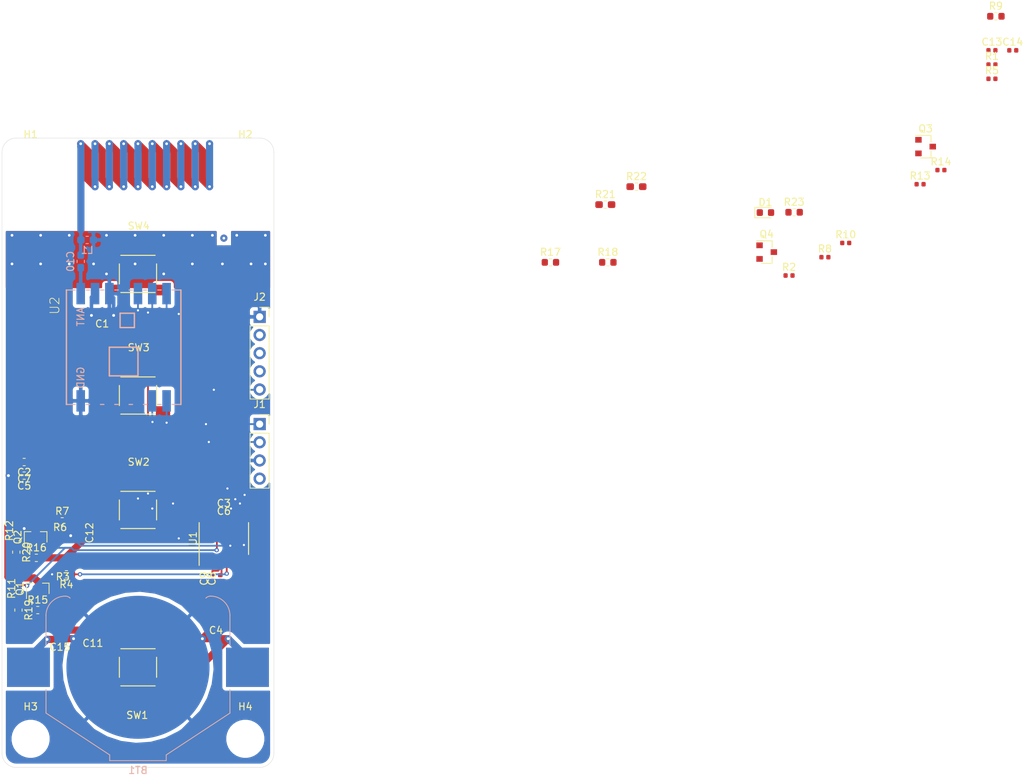
<source format=kicad_pcb>
(kicad_pcb (version 20171130) (host pcbnew 5.1.6-c6e7f7d~87~ubuntu18.04.1)

  (general
    (thickness 1.6)
    (drawings 13)
    (tracks 299)
    (zones 0)
    (modules 57)
    (nets 33)
  )

  (page A4)
  (layers
    (0 F.Cu signal)
    (31 B.Cu signal)
    (32 B.Adhes user)
    (33 F.Adhes user)
    (34 B.Paste user)
    (35 F.Paste user)
    (36 B.SilkS user)
    (37 F.SilkS user)
    (38 B.Mask user)
    (39 F.Mask user)
    (40 Dwgs.User user)
    (41 Cmts.User user)
    (42 Eco1.User user)
    (43 Eco2.User user)
    (44 Edge.Cuts user)
    (45 Margin user)
    (46 B.CrtYd user)
    (47 F.CrtYd user)
    (48 B.Fab user)
    (49 F.Fab user)
  )

  (setup
    (last_trace_width 0.5)
    (user_trace_width 0.2)
    (user_trace_width 0.5)
    (user_trace_width 0.75)
    (user_trace_width 1)
    (user_trace_width 1.5)
    (user_trace_width 2)
    (trace_clearance 0.2)
    (zone_clearance 0.508)
    (zone_45_only no)
    (trace_min 0.2)
    (via_size 0.8)
    (via_drill 0.4)
    (via_min_size 0.4)
    (via_min_drill 0.3)
    (user_via 0.6 0.3)
    (user_via 1 0.38)
    (uvia_size 0.3)
    (uvia_drill 0.1)
    (uvias_allowed no)
    (uvia_min_size 0.2)
    (uvia_min_drill 0.1)
    (edge_width 0.05)
    (segment_width 0.2)
    (pcb_text_width 0.3)
    (pcb_text_size 1.5 1.5)
    (mod_edge_width 0.12)
    (mod_text_size 1 1)
    (mod_text_width 0.15)
    (pad_size 1.524 1.524)
    (pad_drill 0.762)
    (pad_to_mask_clearance 0.051)
    (solder_mask_min_width 0.25)
    (aux_axis_origin 0 0)
    (visible_elements FFFBFF7F)
    (pcbplotparams
      (layerselection 0x010fc_ffffffff)
      (usegerberextensions false)
      (usegerberattributes false)
      (usegerberadvancedattributes false)
      (creategerberjobfile false)
      (excludeedgelayer true)
      (linewidth 0.100000)
      (plotframeref false)
      (viasonmask false)
      (mode 1)
      (useauxorigin false)
      (hpglpennumber 1)
      (hpglpenspeed 20)
      (hpglpendiameter 15.000000)
      (psnegative false)
      (psa4output false)
      (plotreference true)
      (plotvalue true)
      (plotinvisibletext false)
      (padsonsilk false)
      (subtractmaskfromsilk false)
      (outputformat 1)
      (mirror false)
      (drillshape 1)
      (scaleselection 1)
      (outputdirectory ""))
  )

  (net 0 "")
  (net 1 GND)
  (net 2 +BATT)
  (net 3 VCC)
  (net 4 "Net-(C10-Pad2)")
  (net 5 /ANTENNA)
  (net 6 "Net-(C11-Pad2)")
  (net 7 "Net-(C12-Pad2)")
  (net 8 "Net-(C13-Pad2)")
  (net 9 "Net-(C14-Pad2)")
  (net 10 /SERIAL_OUT)
  (net 11 "Net-(D1-Pad1)")
  (net 12 /SWDIO)
  (net 13 /SWCLK)
  (net 14 "Net-(Q1-Pad1)")
  (net 15 "Net-(Q2-Pad1)")
  (net 16 "Net-(Q3-Pad1)")
  (net 17 "Net-(Q4-Pad1)")
  (net 18 "Net-(R1-Pad1)")
  (net 19 /SENSE_BYPASS)
  (net 20 /SENSE_1)
  (net 21 /SENSE_2)
  (net 22 /SENSE_3)
  (net 23 /SENSE_4)
  (net 24 "Net-(R15-Pad1)")
  (net 25 "Net-(R16-Pad1)")
  (net 26 "Net-(R17-Pad1)")
  (net 27 "Net-(R18-Pad1)")
  (net 28 /RADIO_DIO0)
  (net 29 /RADIO_MOSI)
  (net 30 /RADIO_MISO)
  (net 31 /RADIO_SCK)
  (net 32 /RADIO_NSS)

  (net_class Default "This is the default net class."
    (clearance 0.2)
    (trace_width 0.25)
    (via_dia 0.8)
    (via_drill 0.4)
    (uvia_dia 0.3)
    (uvia_drill 0.1)
    (add_net +BATT)
    (add_net /ANTENNA)
    (add_net /RADIO_DIO0)
    (add_net /RADIO_MISO)
    (add_net /RADIO_MOSI)
    (add_net /RADIO_NSS)
    (add_net /RADIO_SCK)
    (add_net /SENSE_1)
    (add_net /SENSE_2)
    (add_net /SENSE_3)
    (add_net /SENSE_4)
    (add_net /SENSE_BYPASS)
    (add_net /SERIAL_OUT)
    (add_net /SWCLK)
    (add_net /SWDIO)
    (add_net GND)
    (add_net "Net-(C10-Pad2)")
    (add_net "Net-(C11-Pad2)")
    (add_net "Net-(C12-Pad2)")
    (add_net "Net-(C13-Pad2)")
    (add_net "Net-(C14-Pad2)")
    (add_net "Net-(D1-Pad1)")
    (add_net "Net-(Q1-Pad1)")
    (add_net "Net-(Q2-Pad1)")
    (add_net "Net-(Q3-Pad1)")
    (add_net "Net-(Q4-Pad1)")
    (add_net "Net-(R1-Pad1)")
    (add_net "Net-(R15-Pad1)")
    (add_net "Net-(R16-Pad1)")
    (add_net "Net-(R17-Pad1)")
    (add_net "Net-(R18-Pad1)")
    (add_net VCC)
  )

  (module Resistor_SMD:R_0603_1608Metric_Pad1.05x0.95mm_HandSolder (layer F.Cu) (tedit 5B301BBD) (tstamp 5F82E2F0)
    (at 32.3 96 270)
    (descr "Resistor SMD 0603 (1608 Metric), square (rectangular) end terminal, IPC_7351 nominal with elongated pad for handsoldering. (Body size source: http://www.tortai-tech.com/upload/download/2011102023233369053.pdf), generated with kicad-footprint-generator")
    (tags "resistor handsolder")
    (path /5FADDFBB)
    (attr smd)
    (fp_text reference R19 (at 0 -1.43 90) (layer F.SilkS)
      (effects (font (size 1 1) (thickness 0.15)))
    )
    (fp_text value 0 (at 0 1.43 90) (layer F.Fab)
      (effects (font (size 1 1) (thickness 0.15)))
    )
    (fp_text user %R (at 0 0 90) (layer F.Fab)
      (effects (font (size 0.4 0.4) (thickness 0.06)))
    )
    (fp_line (start -0.8 0.4) (end -0.8 -0.4) (layer F.Fab) (width 0.1))
    (fp_line (start -0.8 -0.4) (end 0.8 -0.4) (layer F.Fab) (width 0.1))
    (fp_line (start 0.8 -0.4) (end 0.8 0.4) (layer F.Fab) (width 0.1))
    (fp_line (start 0.8 0.4) (end -0.8 0.4) (layer F.Fab) (width 0.1))
    (fp_line (start -0.171267 -0.51) (end 0.171267 -0.51) (layer F.SilkS) (width 0.12))
    (fp_line (start -0.171267 0.51) (end 0.171267 0.51) (layer F.SilkS) (width 0.12))
    (fp_line (start -1.65 0.73) (end -1.65 -0.73) (layer F.CrtYd) (width 0.05))
    (fp_line (start -1.65 -0.73) (end 1.65 -0.73) (layer F.CrtYd) (width 0.05))
    (fp_line (start 1.65 -0.73) (end 1.65 0.73) (layer F.CrtYd) (width 0.05))
    (fp_line (start 1.65 0.73) (end -1.65 0.73) (layer F.CrtYd) (width 0.05))
    (pad 2 smd roundrect (at 0.875 0 270) (size 1.05 0.95) (layers F.Cu F.Paste F.Mask) (roundrect_rratio 0.25)
      (net 24 "Net-(R15-Pad1)"))
    (pad 1 smd roundrect (at -0.875 0 270) (size 1.05 0.95) (layers F.Cu F.Paste F.Mask) (roundrect_rratio 0.25)
      (net 3 VCC))
    (model ${KISYS3DMOD}/Resistor_SMD.3dshapes/R_0603_1608Metric.wrl
      (at (xyz 0 0 0))
      (scale (xyz 1 1 1))
      (rotate (xyz 0 0 0))
    )
  )

  (module Resistor_SMD:R_0603_1608Metric_Pad1.05x0.95mm_HandSolder (layer F.Cu) (tedit 5B301BBD) (tstamp 5F84DF0C)
    (at 118.65 36.8)
    (descr "Resistor SMD 0603 (1608 Metric), square (rectangular) end terminal, IPC_7351 nominal with elongated pad for handsoldering. (Body size source: http://www.tortai-tech.com/upload/download/2011102023233369053.pdf), generated with kicad-footprint-generator")
    (tags "resistor handsolder")
    (path /5F8805EC)
    (attr smd)
    (fp_text reference R22 (at 0 -1.43) (layer F.SilkS)
      (effects (font (size 1 1) (thickness 0.15)))
    )
    (fp_text value 0 (at 0 1.43) (layer F.Fab)
      (effects (font (size 1 1) (thickness 0.15)))
    )
    (fp_text user %R (at 0 0) (layer F.Fab)
      (effects (font (size 0.4 0.4) (thickness 0.06)))
    )
    (fp_line (start -0.8 0.4) (end -0.8 -0.4) (layer F.Fab) (width 0.1))
    (fp_line (start -0.8 -0.4) (end 0.8 -0.4) (layer F.Fab) (width 0.1))
    (fp_line (start 0.8 -0.4) (end 0.8 0.4) (layer F.Fab) (width 0.1))
    (fp_line (start 0.8 0.4) (end -0.8 0.4) (layer F.Fab) (width 0.1))
    (fp_line (start -0.171267 -0.51) (end 0.171267 -0.51) (layer F.SilkS) (width 0.12))
    (fp_line (start -0.171267 0.51) (end 0.171267 0.51) (layer F.SilkS) (width 0.12))
    (fp_line (start -1.65 0.73) (end -1.65 -0.73) (layer F.CrtYd) (width 0.05))
    (fp_line (start -1.65 -0.73) (end 1.65 -0.73) (layer F.CrtYd) (width 0.05))
    (fp_line (start 1.65 -0.73) (end 1.65 0.73) (layer F.CrtYd) (width 0.05))
    (fp_line (start 1.65 0.73) (end -1.65 0.73) (layer F.CrtYd) (width 0.05))
    (pad 2 smd roundrect (at 0.875 0) (size 1.05 0.95) (layers F.Cu F.Paste F.Mask) (roundrect_rratio 0.25)
      (net 27 "Net-(R18-Pad1)"))
    (pad 1 smd roundrect (at -0.875 0) (size 1.05 0.95) (layers F.Cu F.Paste F.Mask) (roundrect_rratio 0.25)
      (net 3 VCC))
    (model ${KISYS3DMOD}/Resistor_SMD.3dshapes/R_0603_1608Metric.wrl
      (at (xyz 0 0 0))
      (scale (xyz 1 1 1))
      (rotate (xyz 0 0 0))
    )
  )

  (module Resistor_SMD:R_0603_1608Metric_Pad1.05x0.95mm_HandSolder (layer F.Cu) (tedit 5B301BBD) (tstamp 5F84DEFB)
    (at 114.3 39.31)
    (descr "Resistor SMD 0603 (1608 Metric), square (rectangular) end terminal, IPC_7351 nominal with elongated pad for handsoldering. (Body size source: http://www.tortai-tech.com/upload/download/2011102023233369053.pdf), generated with kicad-footprint-generator")
    (tags "resistor handsolder")
    (path /5F87DB75)
    (attr smd)
    (fp_text reference R21 (at 0 -1.43) (layer F.SilkS)
      (effects (font (size 1 1) (thickness 0.15)))
    )
    (fp_text value 0 (at 0 1.43) (layer F.Fab)
      (effects (font (size 1 1) (thickness 0.15)))
    )
    (fp_text user %R (at 0 0) (layer F.Fab)
      (effects (font (size 0.4 0.4) (thickness 0.06)))
    )
    (fp_line (start -0.8 0.4) (end -0.8 -0.4) (layer F.Fab) (width 0.1))
    (fp_line (start -0.8 -0.4) (end 0.8 -0.4) (layer F.Fab) (width 0.1))
    (fp_line (start 0.8 -0.4) (end 0.8 0.4) (layer F.Fab) (width 0.1))
    (fp_line (start 0.8 0.4) (end -0.8 0.4) (layer F.Fab) (width 0.1))
    (fp_line (start -0.171267 -0.51) (end 0.171267 -0.51) (layer F.SilkS) (width 0.12))
    (fp_line (start -0.171267 0.51) (end 0.171267 0.51) (layer F.SilkS) (width 0.12))
    (fp_line (start -1.65 0.73) (end -1.65 -0.73) (layer F.CrtYd) (width 0.05))
    (fp_line (start -1.65 -0.73) (end 1.65 -0.73) (layer F.CrtYd) (width 0.05))
    (fp_line (start 1.65 -0.73) (end 1.65 0.73) (layer F.CrtYd) (width 0.05))
    (fp_line (start 1.65 0.73) (end -1.65 0.73) (layer F.CrtYd) (width 0.05))
    (pad 2 smd roundrect (at 0.875 0) (size 1.05 0.95) (layers F.Cu F.Paste F.Mask) (roundrect_rratio 0.25)
      (net 26 "Net-(R17-Pad1)"))
    (pad 1 smd roundrect (at -0.875 0) (size 1.05 0.95) (layers F.Cu F.Paste F.Mask) (roundrect_rratio 0.25)
      (net 3 VCC))
    (model ${KISYS3DMOD}/Resistor_SMD.3dshapes/R_0603_1608Metric.wrl
      (at (xyz 0 0 0))
      (scale (xyz 1 1 1))
      (rotate (xyz 0 0 0))
    )
  )

  (module Resistor_SMD:R_0603_1608Metric_Pad1.05x0.95mm_HandSolder (layer F.Cu) (tedit 5B301BBD) (tstamp 5F84DEEA)
    (at 32 87.9 270)
    (descr "Resistor SMD 0603 (1608 Metric), square (rectangular) end terminal, IPC_7351 nominal with elongated pad for handsoldering. (Body size source: http://www.tortai-tech.com/upload/download/2011102023233369053.pdf), generated with kicad-footprint-generator")
    (tags "resistor handsolder")
    (path /5F87D1A4)
    (attr smd)
    (fp_text reference R20 (at 0 -1.43 90) (layer F.SilkS)
      (effects (font (size 1 1) (thickness 0.15)))
    )
    (fp_text value 0 (at 0 1.43 90) (layer F.Fab)
      (effects (font (size 1 1) (thickness 0.15)))
    )
    (fp_text user %R (at 0 0 90) (layer F.Fab)
      (effects (font (size 0.4 0.4) (thickness 0.06)))
    )
    (fp_line (start -0.8 0.4) (end -0.8 -0.4) (layer F.Fab) (width 0.1))
    (fp_line (start -0.8 -0.4) (end 0.8 -0.4) (layer F.Fab) (width 0.1))
    (fp_line (start 0.8 -0.4) (end 0.8 0.4) (layer F.Fab) (width 0.1))
    (fp_line (start 0.8 0.4) (end -0.8 0.4) (layer F.Fab) (width 0.1))
    (fp_line (start -0.171267 -0.51) (end 0.171267 -0.51) (layer F.SilkS) (width 0.12))
    (fp_line (start -0.171267 0.51) (end 0.171267 0.51) (layer F.SilkS) (width 0.12))
    (fp_line (start -1.65 0.73) (end -1.65 -0.73) (layer F.CrtYd) (width 0.05))
    (fp_line (start -1.65 -0.73) (end 1.65 -0.73) (layer F.CrtYd) (width 0.05))
    (fp_line (start 1.65 -0.73) (end 1.65 0.73) (layer F.CrtYd) (width 0.05))
    (fp_line (start 1.65 0.73) (end -1.65 0.73) (layer F.CrtYd) (width 0.05))
    (pad 2 smd roundrect (at 0.875 0 270) (size 1.05 0.95) (layers F.Cu F.Paste F.Mask) (roundrect_rratio 0.25)
      (net 25 "Net-(R16-Pad1)"))
    (pad 1 smd roundrect (at -0.875 0 270) (size 1.05 0.95) (layers F.Cu F.Paste F.Mask) (roundrect_rratio 0.25)
      (net 3 VCC))
    (model ${KISYS3DMOD}/Resistor_SMD.3dshapes/R_0603_1608Metric.wrl
      (at (xyz 0 0 0))
      (scale (xyz 1 1 1))
      (rotate (xyz 0 0 0))
    )
  )

  (module Capacitor_SMD:C_0402_1005Metric (layer F.Cu) (tedit 5B301BBE) (tstamp 5F84CB46)
    (at 38.1 100 180)
    (descr "Capacitor SMD 0402 (1005 Metric), square (rectangular) end terminal, IPC_7351 nominal, (Body size source: http://www.tortai-tech.com/upload/download/2011102023233369053.pdf), generated with kicad-footprint-generator")
    (tags capacitor)
    (path /5F86F083)
    (attr smd)
    (fp_text reference C15 (at 0 -1.17) (layer F.SilkS)
      (effects (font (size 1 1) (thickness 0.15)))
    )
    (fp_text value .1uF (at 0 1.17) (layer F.Fab)
      (effects (font (size 1 1) (thickness 0.15)))
    )
    (fp_text user %R (at 0 0) (layer F.Fab)
      (effects (font (size 0.25 0.25) (thickness 0.04)))
    )
    (fp_line (start -0.5 0.25) (end -0.5 -0.25) (layer F.Fab) (width 0.1))
    (fp_line (start -0.5 -0.25) (end 0.5 -0.25) (layer F.Fab) (width 0.1))
    (fp_line (start 0.5 -0.25) (end 0.5 0.25) (layer F.Fab) (width 0.1))
    (fp_line (start 0.5 0.25) (end -0.5 0.25) (layer F.Fab) (width 0.1))
    (fp_line (start -0.93 0.47) (end -0.93 -0.47) (layer F.CrtYd) (width 0.05))
    (fp_line (start -0.93 -0.47) (end 0.93 -0.47) (layer F.CrtYd) (width 0.05))
    (fp_line (start 0.93 -0.47) (end 0.93 0.47) (layer F.CrtYd) (width 0.05))
    (fp_line (start 0.93 0.47) (end -0.93 0.47) (layer F.CrtYd) (width 0.05))
    (pad 2 smd roundrect (at 0.485 0 180) (size 0.59 0.64) (layers F.Cu F.Paste F.Mask) (roundrect_rratio 0.25)
      (net 2 +BATT))
    (pad 1 smd roundrect (at -0.485 0 180) (size 0.59 0.64) (layers F.Cu F.Paste F.Mask) (roundrect_rratio 0.25)
      (net 1 GND))
    (model ${KISYS3DMOD}/Capacitor_SMD.3dshapes/C_0402_1005Metric.wrl
      (at (xyz 0 0 0))
      (scale (xyz 1 1 1))
      (rotate (xyz 0 0 0))
    )
  )

  (module MountingHole:MountingHole_4.3mm_M4_ISO14580 (layer F.Cu) (tedit 56D1B4CB) (tstamp 5F830899)
    (at 64 114)
    (descr "Mounting Hole 4.3mm, no annular, M4, ISO14580")
    (tags "mounting hole 4.3mm no annular m4 iso14580")
    (path /5F888B68)
    (attr virtual)
    (fp_text reference H4 (at 0 -4.5) (layer F.SilkS)
      (effects (font (size 1 1) (thickness 0.15)))
    )
    (fp_text value HOLE (at 0 4.5) (layer F.Fab)
      (effects (font (size 1 1) (thickness 0.15)))
    )
    (fp_circle (center 0 0) (end 3.5 0) (layer Cmts.User) (width 0.15))
    (fp_circle (center 0 0) (end 3.75 0) (layer F.CrtYd) (width 0.05))
    (fp_text user %R (at 0.3 0) (layer F.Fab)
      (effects (font (size 1 1) (thickness 0.15)))
    )
    (pad 1 np_thru_hole circle (at 0 0) (size 4.3 4.3) (drill 4.3) (layers *.Cu *.Mask))
  )

  (module MountingHole:MountingHole_4.3mm_M4_ISO14580 (layer F.Cu) (tedit 56D1B4CB) (tstamp 5F830DA0)
    (at 34 114)
    (descr "Mounting Hole 4.3mm, no annular, M4, ISO14580")
    (tags "mounting hole 4.3mm no annular m4 iso14580")
    (path /5F8888BC)
    (attr virtual)
    (fp_text reference H3 (at 0 -4.5) (layer F.SilkS)
      (effects (font (size 1 1) (thickness 0.15)))
    )
    (fp_text value HOLE (at 0 4.5) (layer F.Fab)
      (effects (font (size 1 1) (thickness 0.15)))
    )
    (fp_circle (center 0 0) (end 3.5 0) (layer Cmts.User) (width 0.15))
    (fp_circle (center 0 0) (end 3.75 0) (layer F.CrtYd) (width 0.05))
    (fp_text user %R (at 0.3 0) (layer F.Fab)
      (effects (font (size 1 1) (thickness 0.15)))
    )
    (pad 1 np_thru_hole circle (at 0 0) (size 4.3 4.3) (drill 4.3) (layers *.Cu *.Mask))
  )

  (module MountingHole:MountingHole_4.3mm_M4_ISO14580 (layer F.Cu) (tedit 56D1B4CB) (tstamp 5F830889)
    (at 64 34)
    (descr "Mounting Hole 4.3mm, no annular, M4, ISO14580")
    (tags "mounting hole 4.3mm no annular m4 iso14580")
    (path /5F888618)
    (attr virtual)
    (fp_text reference H2 (at 0 -4.5) (layer F.SilkS)
      (effects (font (size 1 1) (thickness 0.15)))
    )
    (fp_text value HOLE (at 0 4.5) (layer F.Fab)
      (effects (font (size 1 1) (thickness 0.15)))
    )
    (fp_circle (center 0 0) (end 3.5 0) (layer Cmts.User) (width 0.15))
    (fp_circle (center 0 0) (end 3.75 0) (layer F.CrtYd) (width 0.05))
    (fp_text user %R (at 0.3 0) (layer F.Fab)
      (effects (font (size 1 1) (thickness 0.15)))
    )
    (pad 1 np_thru_hole circle (at 0 0) (size 4.3 4.3) (drill 4.3) (layers *.Cu *.Mask))
  )

  (module MountingHole:MountingHole_4.3mm_M4_ISO14580 (layer F.Cu) (tedit 56D1B4CB) (tstamp 5F830881)
    (at 34 34)
    (descr "Mounting Hole 4.3mm, no annular, M4, ISO14580")
    (tags "mounting hole 4.3mm no annular m4 iso14580")
    (path /5F887DE3)
    (attr virtual)
    (fp_text reference H1 (at 0 -4.5) (layer F.SilkS)
      (effects (font (size 1 1) (thickness 0.15)))
    )
    (fp_text value HOLE (at 0 4.5) (layer F.Fab)
      (effects (font (size 1 1) (thickness 0.15)))
    )
    (fp_circle (center 0 0) (end 3.5 0) (layer Cmts.User) (width 0.15))
    (fp_circle (center 0 0) (end 3.75 0) (layer F.CrtYd) (width 0.05))
    (fp_text user %R (at 0.3 0) (layer F.Fab)
      (effects (font (size 1 1) (thickness 0.15)))
    )
    (pad 1 np_thru_hole circle (at 0 0) (size 4.3 4.3) (drill 4.3) (layers *.Cu *.Mask))
  )

  (module Inductor_SMD:L_0603_1608Metric_Pad1.05x0.95mm_HandSolder (layer B.Cu) (tedit 5B301BBE) (tstamp 5F82E171)
    (at 41.9 44.25)
    (descr "Capacitor SMD 0603 (1608 Metric), square (rectangular) end terminal, IPC_7351 nominal with elongated pad for handsoldering. (Body size source: http://www.tortai-tech.com/upload/download/2011102023233369053.pdf), generated with kicad-footprint-generator")
    (tags "inductor handsolder")
    (path /5FAA97DE)
    (attr smd)
    (fp_text reference L1 (at 0 1.43) (layer B.SilkS)
      (effects (font (size 1 1) (thickness 0.15)) (justify mirror))
    )
    (fp_text value 10nH (at 0 -1.43) (layer B.Fab)
      (effects (font (size 1 1) (thickness 0.15)) (justify mirror))
    )
    (fp_line (start -0.8 -0.4) (end -0.8 0.4) (layer B.Fab) (width 0.1))
    (fp_line (start -0.8 0.4) (end 0.8 0.4) (layer B.Fab) (width 0.1))
    (fp_line (start 0.8 0.4) (end 0.8 -0.4) (layer B.Fab) (width 0.1))
    (fp_line (start 0.8 -0.4) (end -0.8 -0.4) (layer B.Fab) (width 0.1))
    (fp_line (start -0.171267 0.51) (end 0.171267 0.51) (layer B.SilkS) (width 0.12))
    (fp_line (start -0.171267 -0.51) (end 0.171267 -0.51) (layer B.SilkS) (width 0.12))
    (fp_line (start -1.65 -0.73) (end -1.65 0.73) (layer B.CrtYd) (width 0.05))
    (fp_line (start -1.65 0.73) (end 1.65 0.73) (layer B.CrtYd) (width 0.05))
    (fp_line (start 1.65 0.73) (end 1.65 -0.73) (layer B.CrtYd) (width 0.05))
    (fp_line (start 1.65 -0.73) (end -1.65 -0.73) (layer B.CrtYd) (width 0.05))
    (fp_text user %R (at 0 0) (layer B.Fab)
      (effects (font (size 0.4 0.4) (thickness 0.06)) (justify mirror))
    )
    (pad 2 smd roundrect (at 0.875 0) (size 1.05 0.95) (layers B.Cu B.Paste B.Mask) (roundrect_rratio 0.25)
      (net 1 GND))
    (pad 1 smd roundrect (at -0.875 0) (size 1.05 0.95) (layers B.Cu B.Paste B.Mask) (roundrect_rratio 0.25)
      (net 5 /ANTENNA))
    (model ${KISYS3DMOD}/Inductor_SMD.3dshapes/L_0603_1608Metric.wrl
      (at (xyz 0 0 0))
      (scale (xyz 1 1 1))
      (rotate (xyz 0 0 0))
    )
  )

  (module Capacitor_SMD:C_0603_1608Metric_Pad1.05x0.95mm_HandSolder (layer B.Cu) (tedit 5B301BBE) (tstamp 5F83222B)
    (at 41 47.25 270)
    (descr "Capacitor SMD 0603 (1608 Metric), square (rectangular) end terminal, IPC_7351 nominal with elongated pad for handsoldering. (Body size source: http://www.tortai-tech.com/upload/download/2011102023233369053.pdf), generated with kicad-footprint-generator")
    (tags "capacitor handsolder")
    (path /5FAA9327)
    (attr smd)
    (fp_text reference C10 (at 0 1.43 270) (layer B.SilkS)
      (effects (font (size 1 1) (thickness 0.15)) (justify mirror))
    )
    (fp_text value 1pF (at 0 -1.43 270) (layer B.Fab)
      (effects (font (size 1 1) (thickness 0.15)) (justify mirror))
    )
    (fp_line (start -0.8 -0.4) (end -0.8 0.4) (layer B.Fab) (width 0.1))
    (fp_line (start -0.8 0.4) (end 0.8 0.4) (layer B.Fab) (width 0.1))
    (fp_line (start 0.8 0.4) (end 0.8 -0.4) (layer B.Fab) (width 0.1))
    (fp_line (start 0.8 -0.4) (end -0.8 -0.4) (layer B.Fab) (width 0.1))
    (fp_line (start -0.171267 0.51) (end 0.171267 0.51) (layer B.SilkS) (width 0.12))
    (fp_line (start -0.171267 -0.51) (end 0.171267 -0.51) (layer B.SilkS) (width 0.12))
    (fp_line (start -1.65 -0.73) (end -1.65 0.73) (layer B.CrtYd) (width 0.05))
    (fp_line (start -1.65 0.73) (end 1.65 0.73) (layer B.CrtYd) (width 0.05))
    (fp_line (start 1.65 0.73) (end 1.65 -0.73) (layer B.CrtYd) (width 0.05))
    (fp_line (start 1.65 -0.73) (end -1.65 -0.73) (layer B.CrtYd) (width 0.05))
    (fp_text user %R (at 0 0 270) (layer B.Fab)
      (effects (font (size 0.4 0.4) (thickness 0.06)) (justify mirror))
    )
    (pad 2 smd roundrect (at 0.875 0 270) (size 1.05 0.95) (layers B.Cu B.Paste B.Mask) (roundrect_rratio 0.25)
      (net 4 "Net-(C10-Pad2)"))
    (pad 1 smd roundrect (at -0.875 0 270) (size 1.05 0.95) (layers B.Cu B.Paste B.Mask) (roundrect_rratio 0.25)
      (net 5 /ANTENNA))
    (model ${KISYS3DMOD}/Capacitor_SMD.3dshapes/C_0603_1608Metric.wrl
      (at (xyz 0 0 0))
      (scale (xyz 1 1 1))
      (rotate (xyz 0 0 0))
    )
  )

  (module homebrew:RFM69CW-minimalpads placed (layer B.Cu) (tedit 5F28D3F9) (tstamp 5F832190)
    (at 47 59.25 270)
    (path /5F813DE5)
    (attr smd)
    (fp_text reference U2 (at -5.82422 9.63422 270) (layer F.SilkS)
      (effects (font (size 1.27 1.27) (thickness 0.1016)))
    )
    (fp_text value RFM69CW-915MHZ (at 12.80922 9.63422 270) (layer F.SilkS) hide
      (effects (font (size 1.27 1.27) (thickness 0.1016)))
    )
    (fp_line (start -2.75204 -1.49784) (end -4.75102 -1.49784) (layer B.SilkS) (width 0.2032))
    (fp_line (start -2.75204 -1.49784) (end -2.75204 0.4986) (layer B.SilkS) (width 0.2032))
    (fp_line (start -2.75204 0.4986) (end -4.75102 0.4986) (layer B.SilkS) (width 0.2032))
    (fp_line (start -4.75102 -1.49784) (end -4.75102 0.4986) (layer B.SilkS) (width 0.2032))
    (fp_line (start 4 1.99898) (end 0.00204 1.99898) (layer B.SilkS) (width 0.2032))
    (fp_line (start 4 -1.99898) (end 4 1.99898) (layer B.SilkS) (width 0.2032))
    (fp_line (start 0.00204 -1.99898) (end 4 -1.99898) (layer B.SilkS) (width 0.2032))
    (fp_line (start 0.00204 1.99898) (end 0.00204 -1.99898) (layer B.SilkS) (width 0.2032))
    (fp_line (start 7.99846 -7.99846) (end -7.99846 -7.99846) (layer B.SilkS) (width 0.2032))
    (fp_line (start -7.99846 7.99846) (end 7.99846 7.99846) (layer B.SilkS) (width 0.2032))
    (fp_line (start 8 8) (end 8 6.75) (layer B.SilkS) (width 0.15))
    (fp_line (start 8 5.25) (end 8 4.75) (layer B.SilkS) (width 0.15))
    (fp_line (start 8 3.25) (end 8 2.75) (layer B.SilkS) (width 0.15))
    (fp_line (start 8 1.25) (end 8 0.75) (layer B.SilkS) (width 0.15))
    (fp_line (start 8 -0.75) (end 8 -1.25) (layer B.SilkS) (width 0.15))
    (fp_line (start 8 -2.75) (end 8 -3.25) (layer B.SilkS) (width 0.15))
    (fp_line (start 8 -4.75) (end 8 -5.25) (layer B.SilkS) (width 0.15))
    (fp_line (start 8 -6.75) (end 8 -8) (layer B.SilkS) (width 0.15))
    (fp_line (start -8 -8) (end -8 -6.75) (layer B.SilkS) (width 0.15))
    (fp_line (start -8 -5.25) (end -8 -4.75) (layer B.SilkS) (width 0.15))
    (fp_line (start -8 -3.25) (end -8 -2.75) (layer B.SilkS) (width 0.15))
    (fp_line (start -8 -1.25) (end -8 -0.75) (layer B.SilkS) (width 0.15))
    (fp_line (start -8 0.75) (end -8 1.25) (layer B.SilkS) (width 0.15))
    (fp_line (start -8 2.75) (end -8 3.25) (layer B.SilkS) (width 0.15))
    (fp_line (start -8 4.75) (end -8 5.25) (layer B.SilkS) (width 0.15))
    (fp_line (start -8 6.75) (end -8 8) (layer B.SilkS) (width 0.15))
    (fp_text user GND (at 4.25 6 270) (layer B.SilkS)
      (effects (font (size 1 1) (thickness 0.15)) (justify mirror))
    )
    (fp_text user ANT (at -4.25 6 270) (layer B.SilkS)
      (effects (font (size 1 1) (thickness 0.15)) (justify mirror))
    )
    (pad 14 smd rect (at 7.49808 5.99948 270) (size 2.99974 1.19888) (layers B.Cu B.Paste B.Mask)
      (net 1 GND))
    (pad 13 smd rect (at 7.49808 3.99796 270) (size 2.99974 1.19888) (layers Dwgs.User))
    (pad 12 smd rect (at 7.49808 1.99898 270) (size 2.99974 1.19888) (layers Dwgs.User))
    (pad 11 smd rect (at 7.49808 0 270) (size 2.99974 1.19888) (layers Dwgs.User))
    (pad 10 smd rect (at 7.49808 -1.99898 270) (size 2.99974 1.19888) (layers Dwgs.User))
    (pad 9 smd rect (at 7.49808 -3.99796 270) (size 2.99974 1.19888) (layers B.Cu B.Paste B.Mask)
      (net 28 /RADIO_DIO0))
    (pad 8 smd rect (at 7.49808 -5.99948 270) (size 2.99974 1.19888) (layers B.Cu B.Paste B.Mask)
      (net 30 /RADIO_MISO))
    (pad 7 smd rect (at -7.49808 -5.99948 270) (size 2.99974 1.19888) (layers B.Cu B.Paste B.Mask)
      (net 32 /RADIO_NSS))
    (pad 6 smd rect (at -7.49808 -3.99796 270) (size 2.99974 1.19888) (layers B.Cu B.Paste B.Mask)
      (net 31 /RADIO_SCK))
    (pad 5 smd rect (at -7.49808 -1.99898 270) (size 2.99974 1.19888) (layers B.Cu B.Paste B.Mask)
      (net 29 /RADIO_MOSI))
    (pad 4 smd rect (at -7.49808 0 270) (size 2.99974 1.19888) (layers Dwgs.User))
    (pad 3 smd rect (at -7.49808 1.99898 270) (size 2.99974 1.19888) (layers B.Cu B.Paste B.Mask)
      (net 1 GND))
    (pad 2 smd rect (at -7.49808 3.99796 270) (size 2.99974 1.19888) (layers B.Cu B.Paste B.Mask)
      (net 3 VCC))
    (pad 1 smd rect (at -7.49808 5.99948 270) (size 2.99974 1.19888) (layers B.Cu B.Paste B.Mask)
      (net 4 "Net-(C10-Pad2)"))
    (model :homebrew:RFM69CW_rough.wrl
      (at (xyz 0 0 0))
      (scale (xyz 1 1 1))
      (rotate (xyz 0 0 0))
    )
  )

  (module Package_SO:TSSOP-20_4.4x6.5mm_P0.65mm (layer F.Cu) (tedit 5A02F25C) (tstamp 5F82E392)
    (at 61 86 90)
    (descr "20-Lead Plastic Thin Shrink Small Outline (ST)-4.4 mm Body [TSSOP] (see Microchip Packaging Specification 00000049BS.pdf)")
    (tags "SSOP 0.65")
    (path /5F7BFCF8)
    (attr smd)
    (fp_text reference U1 (at 0 -4.3 90) (layer F.SilkS)
      (effects (font (size 1 1) (thickness 0.15)))
    )
    (fp_text value STM32F030F4Px (at 0 4.3 90) (layer F.Fab)
      (effects (font (size 1 1) (thickness 0.15)))
    )
    (fp_line (start -1.2 -3.25) (end 2.2 -3.25) (layer F.Fab) (width 0.15))
    (fp_line (start 2.2 -3.25) (end 2.2 3.25) (layer F.Fab) (width 0.15))
    (fp_line (start 2.2 3.25) (end -2.2 3.25) (layer F.Fab) (width 0.15))
    (fp_line (start -2.2 3.25) (end -2.2 -2.25) (layer F.Fab) (width 0.15))
    (fp_line (start -2.2 -2.25) (end -1.2 -3.25) (layer F.Fab) (width 0.15))
    (fp_line (start -3.95 -3.55) (end -3.95 3.55) (layer F.CrtYd) (width 0.05))
    (fp_line (start 3.95 -3.55) (end 3.95 3.55) (layer F.CrtYd) (width 0.05))
    (fp_line (start -3.95 -3.55) (end 3.95 -3.55) (layer F.CrtYd) (width 0.05))
    (fp_line (start -3.95 3.55) (end 3.95 3.55) (layer F.CrtYd) (width 0.05))
    (fp_line (start -2.225 3.45) (end 2.225 3.45) (layer F.SilkS) (width 0.15))
    (fp_line (start -3.75 -3.45) (end 2.225 -3.45) (layer F.SilkS) (width 0.15))
    (fp_text user %R (at 0 0 90) (layer F.Fab)
      (effects (font (size 0.8 0.8) (thickness 0.15)))
    )
    (pad 20 smd rect (at 2.95 -2.925 90) (size 1.45 0.45) (layers F.Cu F.Paste F.Mask)
      (net 13 /SWCLK))
    (pad 19 smd rect (at 2.95 -2.275 90) (size 1.45 0.45) (layers F.Cu F.Paste F.Mask)
      (net 12 /SWDIO))
    (pad 18 smd rect (at 2.95 -1.625 90) (size 1.45 0.45) (layers F.Cu F.Paste F.Mask)
      (net 10 /SERIAL_OUT))
    (pad 17 smd rect (at 2.95 -0.975 90) (size 1.45 0.45) (layers F.Cu F.Paste F.Mask)
      (net 19 /SENSE_BYPASS))
    (pad 16 smd rect (at 2.95 -0.325 90) (size 1.45 0.45) (layers F.Cu F.Paste F.Mask)
      (net 3 VCC))
    (pad 15 smd rect (at 2.95 0.325 90) (size 1.45 0.45) (layers F.Cu F.Paste F.Mask)
      (net 1 GND))
    (pad 14 smd rect (at 2.95 0.975 90) (size 1.45 0.45) (layers F.Cu F.Paste F.Mask)
      (net 28 /RADIO_DIO0))
    (pad 13 smd rect (at 2.95 1.625 90) (size 1.45 0.45) (layers F.Cu F.Paste F.Mask)
      (net 29 /RADIO_MOSI))
    (pad 12 smd rect (at 2.95 2.275 90) (size 1.45 0.45) (layers F.Cu F.Paste F.Mask)
      (net 30 /RADIO_MISO))
    (pad 11 smd rect (at 2.95 2.925 90) (size 1.45 0.45) (layers F.Cu F.Paste F.Mask)
      (net 31 /RADIO_SCK))
    (pad 10 smd rect (at -2.95 2.925 90) (size 1.45 0.45) (layers F.Cu F.Paste F.Mask)
      (net 32 /RADIO_NSS))
    (pad 9 smd rect (at -2.95 2.275 90) (size 1.45 0.45) (layers F.Cu F.Paste F.Mask)
      (net 23 /SENSE_4))
    (pad 8 smd rect (at -2.95 1.625 90) (size 1.45 0.45) (layers F.Cu F.Paste F.Mask)
      (net 22 /SENSE_3))
    (pad 7 smd rect (at -2.95 0.975 90) (size 1.45 0.45) (layers F.Cu F.Paste F.Mask)
      (net 21 /SENSE_2))
    (pad 6 smd rect (at -2.95 0.325 90) (size 1.45 0.45) (layers F.Cu F.Paste F.Mask)
      (net 20 /SENSE_1))
    (pad 5 smd rect (at -2.95 -0.325 90) (size 1.45 0.45) (layers F.Cu F.Paste F.Mask)
      (net 3 VCC))
    (pad 4 smd rect (at -2.95 -0.975 90) (size 1.45 0.45) (layers F.Cu F.Paste F.Mask))
    (pad 3 smd rect (at -2.95 -1.625 90) (size 1.45 0.45) (layers F.Cu F.Paste F.Mask))
    (pad 2 smd rect (at -2.95 -2.275 90) (size 1.45 0.45) (layers F.Cu F.Paste F.Mask))
    (pad 1 smd rect (at -2.95 -2.925 90) (size 1.45 0.45) (layers F.Cu F.Paste F.Mask)
      (net 18 "Net-(R1-Pad1)"))
    (model ${KISYS3DMOD}/Package_SO.3dshapes/TSSOP-20_4.4x6.5mm_P0.65mm.wrl
      (at (xyz 0 0 0))
      (scale (xyz 1 1 1))
      (rotate (xyz 0 0 0))
    )
  )

  (module homebrew:SW_TACTILE_5.1MM_TS-1187A-C-D-B (layer F.Cu) (tedit 5F3F17D2) (tstamp 5F82FE56)
    (at 49 49)
    (descr "5.1MM tactile switch button, JLCPCB/LCSC")
    (tags "tactile, jlc, button")
    (path /5FAF5569)
    (attr smd)
    (fp_text reference SW4 (at 0.1 -6.7) (layer F.SilkS)
      (effects (font (size 1 1) (thickness 0.15)))
    )
    (fp_text value SW_Push (at 0.1 -7.7) (layer F.Fab)
      (effects (font (size 1 1) (thickness 0.15)))
    )
    (fp_line (start 2.7 2.7) (end -2.7 2.7) (layer F.CrtYd) (width 0.15))
    (fp_line (start 2.7 -2.7) (end 2.7 2.7) (layer F.CrtYd) (width 0.15))
    (fp_line (start -2.7 -2.7) (end 2.7 -2.7) (layer F.CrtYd) (width 0.15))
    (fp_line (start -2.7 2.7) (end -2.7 -2.7) (layer F.CrtYd) (width 0.15))
    (fp_line (start -2.6 1.4) (end -2.6 -1.4) (layer F.SilkS) (width 0.15))
    (fp_line (start 2.4 2.6) (end -2.4 2.6) (layer F.SilkS) (width 0.15))
    (fp_line (start 2.6 -1.4) (end 2.6 1.4) (layer F.SilkS) (width 0.15))
    (fp_line (start -2.4 -2.6) (end 2.4 -2.6) (layer F.SilkS) (width 0.15))
    (pad 2 smd rect (at 3.5 2.25) (size 2 1.5) (layers F.Cu F.Paste F.Mask)
      (net 9 "Net-(C14-Pad2)"))
    (pad 2 smd rect (at -3.5 2.25) (size 2 1.5) (layers F.Cu F.Paste F.Mask)
      (net 9 "Net-(C14-Pad2)"))
    (pad 1 smd rect (at 3.5 -2.25) (size 2 1.5) (layers F.Cu F.Paste F.Mask)
      (net 2 +BATT))
    (pad 1 smd rect (at -3.5 -2.25) (size 2 1.5) (layers F.Cu F.Paste F.Mask)
      (net 2 +BATT))
    (model :homebrew:TS-1187A-C-D-B.wrl
      (at (xyz 0 0 0))
      (scale (xyz 1 1 1))
      (rotate (xyz 0 0 0))
    )
  )

  (module homebrew:SW_TACTILE_5.1MM_TS-1187A-C-D-B (layer F.Cu) (tedit 5F3F17D2) (tstamp 5F82E35E)
    (at 49 66)
    (descr "5.1MM tactile switch button, JLCPCB/LCSC")
    (tags "tactile, jlc, button")
    (path /5FAF54C1)
    (attr smd)
    (fp_text reference SW3 (at 0.1 -6.7) (layer F.SilkS)
      (effects (font (size 1 1) (thickness 0.15)))
    )
    (fp_text value SW_Push (at 0.1 -7.7) (layer F.Fab)
      (effects (font (size 1 1) (thickness 0.15)))
    )
    (fp_line (start 2.7 2.7) (end -2.7 2.7) (layer F.CrtYd) (width 0.15))
    (fp_line (start 2.7 -2.7) (end 2.7 2.7) (layer F.CrtYd) (width 0.15))
    (fp_line (start -2.7 -2.7) (end 2.7 -2.7) (layer F.CrtYd) (width 0.15))
    (fp_line (start -2.7 2.7) (end -2.7 -2.7) (layer F.CrtYd) (width 0.15))
    (fp_line (start -2.6 1.4) (end -2.6 -1.4) (layer F.SilkS) (width 0.15))
    (fp_line (start 2.4 2.6) (end -2.4 2.6) (layer F.SilkS) (width 0.15))
    (fp_line (start 2.6 -1.4) (end 2.6 1.4) (layer F.SilkS) (width 0.15))
    (fp_line (start -2.4 -2.6) (end 2.4 -2.6) (layer F.SilkS) (width 0.15))
    (pad 2 smd rect (at 3.5 2.25) (size 2 1.5) (layers F.Cu F.Paste F.Mask)
      (net 8 "Net-(C13-Pad2)"))
    (pad 2 smd rect (at -3.5 2.25) (size 2 1.5) (layers F.Cu F.Paste F.Mask)
      (net 8 "Net-(C13-Pad2)"))
    (pad 1 smd rect (at 3.5 -2.25) (size 2 1.5) (layers F.Cu F.Paste F.Mask)
      (net 2 +BATT))
    (pad 1 smd rect (at -3.5 -2.25) (size 2 1.5) (layers F.Cu F.Paste F.Mask)
      (net 2 +BATT))
    (model :homebrew:TS-1187A-C-D-B.wrl
      (at (xyz 0 0 0))
      (scale (xyz 1 1 1))
      (rotate (xyz 0 0 0))
    )
  )

  (module homebrew:SW_TACTILE_5.1MM_TS-1187A-C-D-B (layer F.Cu) (tedit 5F3F17D2) (tstamp 5F82E34E)
    (at 49 82)
    (descr "5.1MM tactile switch button, JLCPCB/LCSC")
    (tags "tactile, jlc, button")
    (path /5FAED228)
    (attr smd)
    (fp_text reference SW2 (at 0.1 -6.7) (layer F.SilkS)
      (effects (font (size 1 1) (thickness 0.15)))
    )
    (fp_text value SW_Push (at 0.1 -7.7) (layer F.Fab)
      (effects (font (size 1 1) (thickness 0.15)))
    )
    (fp_line (start 2.7 2.7) (end -2.7 2.7) (layer F.CrtYd) (width 0.15))
    (fp_line (start 2.7 -2.7) (end 2.7 2.7) (layer F.CrtYd) (width 0.15))
    (fp_line (start -2.7 -2.7) (end 2.7 -2.7) (layer F.CrtYd) (width 0.15))
    (fp_line (start -2.7 2.7) (end -2.7 -2.7) (layer F.CrtYd) (width 0.15))
    (fp_line (start -2.6 1.4) (end -2.6 -1.4) (layer F.SilkS) (width 0.15))
    (fp_line (start 2.4 2.6) (end -2.4 2.6) (layer F.SilkS) (width 0.15))
    (fp_line (start 2.6 -1.4) (end 2.6 1.4) (layer F.SilkS) (width 0.15))
    (fp_line (start -2.4 -2.6) (end 2.4 -2.6) (layer F.SilkS) (width 0.15))
    (pad 2 smd rect (at 3.5 2.25) (size 2 1.5) (layers F.Cu F.Paste F.Mask)
      (net 7 "Net-(C12-Pad2)"))
    (pad 2 smd rect (at -3.5 2.25) (size 2 1.5) (layers F.Cu F.Paste F.Mask)
      (net 7 "Net-(C12-Pad2)"))
    (pad 1 smd rect (at 3.5 -2.25) (size 2 1.5) (layers F.Cu F.Paste F.Mask)
      (net 2 +BATT))
    (pad 1 smd rect (at -3.5 -2.25) (size 2 1.5) (layers F.Cu F.Paste F.Mask)
      (net 2 +BATT))
    (model :homebrew:TS-1187A-C-D-B.wrl
      (at (xyz 0 0 0))
      (scale (xyz 1 1 1))
      (rotate (xyz 0 0 0))
    )
  )

  (module homebrew:SW_TACTILE_5.1MM_TS-1187A-C-D-B (layer F.Cu) (tedit 5F3F17D2) (tstamp 5F82E33E)
    (at 49 104 180)
    (descr "5.1MM tactile switch button, JLCPCB/LCSC")
    (tags "tactile, jlc, button")
    (path /5F7C31FB)
    (attr smd)
    (fp_text reference SW1 (at 0.1 -6.7) (layer F.SilkS)
      (effects (font (size 1 1) (thickness 0.15)))
    )
    (fp_text value SW_Push (at 0.1 -7.7) (layer F.Fab)
      (effects (font (size 1 1) (thickness 0.15)))
    )
    (fp_line (start 2.7 2.7) (end -2.7 2.7) (layer F.CrtYd) (width 0.15))
    (fp_line (start 2.7 -2.7) (end 2.7 2.7) (layer F.CrtYd) (width 0.15))
    (fp_line (start -2.7 -2.7) (end 2.7 -2.7) (layer F.CrtYd) (width 0.15))
    (fp_line (start -2.7 2.7) (end -2.7 -2.7) (layer F.CrtYd) (width 0.15))
    (fp_line (start -2.6 1.4) (end -2.6 -1.4) (layer F.SilkS) (width 0.15))
    (fp_line (start 2.4 2.6) (end -2.4 2.6) (layer F.SilkS) (width 0.15))
    (fp_line (start 2.6 -1.4) (end 2.6 1.4) (layer F.SilkS) (width 0.15))
    (fp_line (start -2.4 -2.6) (end 2.4 -2.6) (layer F.SilkS) (width 0.15))
    (pad 2 smd rect (at 3.5 2.25 180) (size 2 1.5) (layers F.Cu F.Paste F.Mask)
      (net 6 "Net-(C11-Pad2)"))
    (pad 2 smd rect (at -3.5 2.25 180) (size 2 1.5) (layers F.Cu F.Paste F.Mask)
      (net 6 "Net-(C11-Pad2)"))
    (pad 1 smd rect (at 3.5 -2.25 180) (size 2 1.5) (layers F.Cu F.Paste F.Mask)
      (net 2 +BATT))
    (pad 1 smd rect (at -3.5 -2.25 180) (size 2 1.5) (layers F.Cu F.Paste F.Mask)
      (net 2 +BATT))
    (model :homebrew:TS-1187A-C-D-B.wrl
      (at (xyz 0 0 0))
      (scale (xyz 1 1 1))
      (rotate (xyz 0 0 0))
    )
  )

  (module Resistor_SMD:R_0603_1608Metric (layer F.Cu) (tedit 5B301BBD) (tstamp 5F82E32E)
    (at 140.68 40.38)
    (descr "Resistor SMD 0603 (1608 Metric), square (rectangular) end terminal, IPC_7351 nominal, (Body size source: http://www.tortai-tech.com/upload/download/2011102023233369053.pdf), generated with kicad-footprint-generator")
    (tags resistor)
    (path /5F83E59C)
    (attr smd)
    (fp_text reference R23 (at 0 -1.43) (layer F.SilkS)
      (effects (font (size 1 1) (thickness 0.15)))
    )
    (fp_text value 680k (at 0 1.43) (layer F.Fab)
      (effects (font (size 1 1) (thickness 0.15)))
    )
    (fp_line (start -0.8 0.4) (end -0.8 -0.4) (layer F.Fab) (width 0.1))
    (fp_line (start -0.8 -0.4) (end 0.8 -0.4) (layer F.Fab) (width 0.1))
    (fp_line (start 0.8 -0.4) (end 0.8 0.4) (layer F.Fab) (width 0.1))
    (fp_line (start 0.8 0.4) (end -0.8 0.4) (layer F.Fab) (width 0.1))
    (fp_line (start -0.162779 -0.51) (end 0.162779 -0.51) (layer F.SilkS) (width 0.12))
    (fp_line (start -0.162779 0.51) (end 0.162779 0.51) (layer F.SilkS) (width 0.12))
    (fp_line (start -1.48 0.73) (end -1.48 -0.73) (layer F.CrtYd) (width 0.05))
    (fp_line (start -1.48 -0.73) (end 1.48 -0.73) (layer F.CrtYd) (width 0.05))
    (fp_line (start 1.48 -0.73) (end 1.48 0.73) (layer F.CrtYd) (width 0.05))
    (fp_line (start 1.48 0.73) (end -1.48 0.73) (layer F.CrtYd) (width 0.05))
    (fp_text user %R (at 0 0) (layer F.Fab)
      (effects (font (size 0.4 0.4) (thickness 0.06)))
    )
    (pad 2 smd roundrect (at 0.7875 0) (size 0.875 0.95) (layers F.Cu F.Paste F.Mask) (roundrect_rratio 0.25)
      (net 1 GND))
    (pad 1 smd roundrect (at -0.7875 0) (size 0.875 0.95) (layers F.Cu F.Paste F.Mask) (roundrect_rratio 0.25)
      (net 23 /SENSE_4))
    (model ${KISYS3DMOD}/Resistor_SMD.3dshapes/R_0603_1608Metric.wrl
      (at (xyz 0 0 0))
      (scale (xyz 1 1 1))
      (rotate (xyz 0 0 0))
    )
  )

  (module Resistor_SMD:R_0603_1608Metric (layer F.Cu) (tedit 5B301BBD) (tstamp 5F82E2E1)
    (at 114.65 47.38)
    (descr "Resistor SMD 0603 (1608 Metric), square (rectangular) end terminal, IPC_7351 nominal, (Body size source: http://www.tortai-tech.com/upload/download/2011102023233369053.pdf), generated with kicad-footprint-generator")
    (tags resistor)
    (path /5FAF55E1)
    (attr smd)
    (fp_text reference R18 (at 0 -1.43) (layer F.SilkS)
      (effects (font (size 1 1) (thickness 0.15)))
    )
    (fp_text value 5.1 (at 0 1.43) (layer F.Fab)
      (effects (font (size 1 1) (thickness 0.15)))
    )
    (fp_line (start -0.8 0.4) (end -0.8 -0.4) (layer F.Fab) (width 0.1))
    (fp_line (start -0.8 -0.4) (end 0.8 -0.4) (layer F.Fab) (width 0.1))
    (fp_line (start 0.8 -0.4) (end 0.8 0.4) (layer F.Fab) (width 0.1))
    (fp_line (start 0.8 0.4) (end -0.8 0.4) (layer F.Fab) (width 0.1))
    (fp_line (start -0.162779 -0.51) (end 0.162779 -0.51) (layer F.SilkS) (width 0.12))
    (fp_line (start -0.162779 0.51) (end 0.162779 0.51) (layer F.SilkS) (width 0.12))
    (fp_line (start -1.48 0.73) (end -1.48 -0.73) (layer F.CrtYd) (width 0.05))
    (fp_line (start -1.48 -0.73) (end 1.48 -0.73) (layer F.CrtYd) (width 0.05))
    (fp_line (start 1.48 -0.73) (end 1.48 0.73) (layer F.CrtYd) (width 0.05))
    (fp_line (start 1.48 0.73) (end -1.48 0.73) (layer F.CrtYd) (width 0.05))
    (fp_text user %R (at 0 0) (layer F.Fab)
      (effects (font (size 0.4 0.4) (thickness 0.06)))
    )
    (pad 2 smd roundrect (at 0.7875 0) (size 0.875 0.95) (layers F.Cu F.Paste F.Mask) (roundrect_rratio 0.25)
      (net 9 "Net-(C14-Pad2)"))
    (pad 1 smd roundrect (at -0.7875 0) (size 0.875 0.95) (layers F.Cu F.Paste F.Mask) (roundrect_rratio 0.25)
      (net 27 "Net-(R18-Pad1)"))
    (model ${KISYS3DMOD}/Resistor_SMD.3dshapes/R_0603_1608Metric.wrl
      (at (xyz 0 0 0))
      (scale (xyz 1 1 1))
      (rotate (xyz 0 0 0))
    )
  )

  (module Resistor_SMD:R_0603_1608Metric (layer F.Cu) (tedit 5B301BBD) (tstamp 5F82E2D0)
    (at 106.63 47.38)
    (descr "Resistor SMD 0603 (1608 Metric), square (rectangular) end terminal, IPC_7351 nominal, (Body size source: http://www.tortai-tech.com/upload/download/2011102023233369053.pdf), generated with kicad-footprint-generator")
    (tags resistor)
    (path /5FAF5539)
    (attr smd)
    (fp_text reference R17 (at 0 -1.43) (layer F.SilkS)
      (effects (font (size 1 1) (thickness 0.15)))
    )
    (fp_text value 5.1 (at 0 1.43) (layer F.Fab)
      (effects (font (size 1 1) (thickness 0.15)))
    )
    (fp_line (start -0.8 0.4) (end -0.8 -0.4) (layer F.Fab) (width 0.1))
    (fp_line (start -0.8 -0.4) (end 0.8 -0.4) (layer F.Fab) (width 0.1))
    (fp_line (start 0.8 -0.4) (end 0.8 0.4) (layer F.Fab) (width 0.1))
    (fp_line (start 0.8 0.4) (end -0.8 0.4) (layer F.Fab) (width 0.1))
    (fp_line (start -0.162779 -0.51) (end 0.162779 -0.51) (layer F.SilkS) (width 0.12))
    (fp_line (start -0.162779 0.51) (end 0.162779 0.51) (layer F.SilkS) (width 0.12))
    (fp_line (start -1.48 0.73) (end -1.48 -0.73) (layer F.CrtYd) (width 0.05))
    (fp_line (start -1.48 -0.73) (end 1.48 -0.73) (layer F.CrtYd) (width 0.05))
    (fp_line (start 1.48 -0.73) (end 1.48 0.73) (layer F.CrtYd) (width 0.05))
    (fp_line (start 1.48 0.73) (end -1.48 0.73) (layer F.CrtYd) (width 0.05))
    (fp_text user %R (at 0 0) (layer F.Fab)
      (effects (font (size 0.4 0.4) (thickness 0.06)))
    )
    (pad 2 smd roundrect (at 0.7875 0) (size 0.875 0.95) (layers F.Cu F.Paste F.Mask) (roundrect_rratio 0.25)
      (net 8 "Net-(C13-Pad2)"))
    (pad 1 smd roundrect (at -0.7875 0) (size 0.875 0.95) (layers F.Cu F.Paste F.Mask) (roundrect_rratio 0.25)
      (net 26 "Net-(R17-Pad1)"))
    (model ${KISYS3DMOD}/Resistor_SMD.3dshapes/R_0603_1608Metric.wrl
      (at (xyz 0 0 0))
      (scale (xyz 1 1 1))
      (rotate (xyz 0 0 0))
    )
  )

  (module Resistor_SMD:R_0603_1608Metric (layer F.Cu) (tedit 5B301BBD) (tstamp 5F82E2BF)
    (at 34.8 88.7)
    (descr "Resistor SMD 0603 (1608 Metric), square (rectangular) end terminal, IPC_7351 nominal, (Body size source: http://www.tortai-tech.com/upload/download/2011102023233369053.pdf), generated with kicad-footprint-generator")
    (tags resistor)
    (path /5FAED2A0)
    (attr smd)
    (fp_text reference R16 (at 0 -1.43) (layer F.SilkS)
      (effects (font (size 1 1) (thickness 0.15)))
    )
    (fp_text value 5.1 (at 0 1.43) (layer F.Fab)
      (effects (font (size 1 1) (thickness 0.15)))
    )
    (fp_line (start -0.8 0.4) (end -0.8 -0.4) (layer F.Fab) (width 0.1))
    (fp_line (start -0.8 -0.4) (end 0.8 -0.4) (layer F.Fab) (width 0.1))
    (fp_line (start 0.8 -0.4) (end 0.8 0.4) (layer F.Fab) (width 0.1))
    (fp_line (start 0.8 0.4) (end -0.8 0.4) (layer F.Fab) (width 0.1))
    (fp_line (start -0.162779 -0.51) (end 0.162779 -0.51) (layer F.SilkS) (width 0.12))
    (fp_line (start -0.162779 0.51) (end 0.162779 0.51) (layer F.SilkS) (width 0.12))
    (fp_line (start -1.48 0.73) (end -1.48 -0.73) (layer F.CrtYd) (width 0.05))
    (fp_line (start -1.48 -0.73) (end 1.48 -0.73) (layer F.CrtYd) (width 0.05))
    (fp_line (start 1.48 -0.73) (end 1.48 0.73) (layer F.CrtYd) (width 0.05))
    (fp_line (start 1.48 0.73) (end -1.48 0.73) (layer F.CrtYd) (width 0.05))
    (fp_text user %R (at 0 0) (layer F.Fab)
      (effects (font (size 0.4 0.4) (thickness 0.06)))
    )
    (pad 2 smd roundrect (at 0.7875 0) (size 0.875 0.95) (layers F.Cu F.Paste F.Mask) (roundrect_rratio 0.25)
      (net 7 "Net-(C12-Pad2)"))
    (pad 1 smd roundrect (at -0.7875 0) (size 0.875 0.95) (layers F.Cu F.Paste F.Mask) (roundrect_rratio 0.25)
      (net 25 "Net-(R16-Pad1)"))
    (model ${KISYS3DMOD}/Resistor_SMD.3dshapes/R_0603_1608Metric.wrl
      (at (xyz 0 0 0))
      (scale (xyz 1 1 1))
      (rotate (xyz 0 0 0))
    )
  )

  (module Resistor_SMD:R_0603_1608Metric (layer F.Cu) (tedit 5B301BBD) (tstamp 5F82E2AE)
    (at 35 96)
    (descr "Resistor SMD 0603 (1608 Metric), square (rectangular) end terminal, IPC_7351 nominal, (Body size source: http://www.tortai-tech.com/upload/download/2011102023233369053.pdf), generated with kicad-footprint-generator")
    (tags resistor)
    (path /5F964786)
    (attr smd)
    (fp_text reference R15 (at 0 -1.43) (layer F.SilkS)
      (effects (font (size 1 1) (thickness 0.15)))
    )
    (fp_text value 5.1 (at 0 1.43) (layer F.Fab)
      (effects (font (size 1 1) (thickness 0.15)))
    )
    (fp_line (start -0.8 0.4) (end -0.8 -0.4) (layer F.Fab) (width 0.1))
    (fp_line (start -0.8 -0.4) (end 0.8 -0.4) (layer F.Fab) (width 0.1))
    (fp_line (start 0.8 -0.4) (end 0.8 0.4) (layer F.Fab) (width 0.1))
    (fp_line (start 0.8 0.4) (end -0.8 0.4) (layer F.Fab) (width 0.1))
    (fp_line (start -0.162779 -0.51) (end 0.162779 -0.51) (layer F.SilkS) (width 0.12))
    (fp_line (start -0.162779 0.51) (end 0.162779 0.51) (layer F.SilkS) (width 0.12))
    (fp_line (start -1.48 0.73) (end -1.48 -0.73) (layer F.CrtYd) (width 0.05))
    (fp_line (start -1.48 -0.73) (end 1.48 -0.73) (layer F.CrtYd) (width 0.05))
    (fp_line (start 1.48 -0.73) (end 1.48 0.73) (layer F.CrtYd) (width 0.05))
    (fp_line (start 1.48 0.73) (end -1.48 0.73) (layer F.CrtYd) (width 0.05))
    (fp_text user %R (at 0 0) (layer F.Fab)
      (effects (font (size 0.4 0.4) (thickness 0.06)))
    )
    (pad 2 smd roundrect (at 0.7875 0) (size 0.875 0.95) (layers F.Cu F.Paste F.Mask) (roundrect_rratio 0.25)
      (net 6 "Net-(C11-Pad2)"))
    (pad 1 smd roundrect (at -0.7875 0) (size 0.875 0.95) (layers F.Cu F.Paste F.Mask) (roundrect_rratio 0.25)
      (net 24 "Net-(R15-Pad1)"))
    (model ${KISYS3DMOD}/Resistor_SMD.3dshapes/R_0603_1608Metric.wrl
      (at (xyz 0 0 0))
      (scale (xyz 1 1 1))
      (rotate (xyz 0 0 0))
    )
  )

  (module Resistor_SMD:R_0402_1005Metric (layer F.Cu) (tedit 5B301BBD) (tstamp 5F82E29D)
    (at 161.19 34.48)
    (descr "Resistor SMD 0402 (1005 Metric), square (rectangular) end terminal, IPC_7351 nominal, (Body size source: http://www.tortai-tech.com/upload/download/2011102023233369053.pdf), generated with kicad-footprint-generator")
    (tags resistor)
    (path /5FAF55D6)
    (attr smd)
    (fp_text reference R14 (at 0 -1.17) (layer F.SilkS)
      (effects (font (size 1 1) (thickness 0.15)))
    )
    (fp_text value 1k (at 0 1.17) (layer F.Fab)
      (effects (font (size 1 1) (thickness 0.15)))
    )
    (fp_line (start -0.5 0.25) (end -0.5 -0.25) (layer F.Fab) (width 0.1))
    (fp_line (start -0.5 -0.25) (end 0.5 -0.25) (layer F.Fab) (width 0.1))
    (fp_line (start 0.5 -0.25) (end 0.5 0.25) (layer F.Fab) (width 0.1))
    (fp_line (start 0.5 0.25) (end -0.5 0.25) (layer F.Fab) (width 0.1))
    (fp_line (start -0.93 0.47) (end -0.93 -0.47) (layer F.CrtYd) (width 0.05))
    (fp_line (start -0.93 -0.47) (end 0.93 -0.47) (layer F.CrtYd) (width 0.05))
    (fp_line (start 0.93 -0.47) (end 0.93 0.47) (layer F.CrtYd) (width 0.05))
    (fp_line (start 0.93 0.47) (end -0.93 0.47) (layer F.CrtYd) (width 0.05))
    (fp_text user %R (at 0 0) (layer F.Fab)
      (effects (font (size 0.25 0.25) (thickness 0.04)))
    )
    (pad 2 smd roundrect (at 0.485 0) (size 0.59 0.64) (layers F.Cu F.Paste F.Mask) (roundrect_rratio 0.25)
      (net 19 /SENSE_BYPASS))
    (pad 1 smd roundrect (at -0.485 0) (size 0.59 0.64) (layers F.Cu F.Paste F.Mask) (roundrect_rratio 0.25)
      (net 17 "Net-(Q4-Pad1)"))
    (model ${KISYS3DMOD}/Resistor_SMD.3dshapes/R_0402_1005Metric.wrl
      (at (xyz 0 0 0))
      (scale (xyz 1 1 1))
      (rotate (xyz 0 0 0))
    )
  )

  (module Resistor_SMD:R_0402_1005Metric (layer F.Cu) (tedit 5B301BBD) (tstamp 5F82E28E)
    (at 158.28 36.46)
    (descr "Resistor SMD 0402 (1005 Metric), square (rectangular) end terminal, IPC_7351 nominal, (Body size source: http://www.tortai-tech.com/upload/download/2011102023233369053.pdf), generated with kicad-footprint-generator")
    (tags resistor)
    (path /5FAF552E)
    (attr smd)
    (fp_text reference R13 (at 0 -1.17) (layer F.SilkS)
      (effects (font (size 1 1) (thickness 0.15)))
    )
    (fp_text value 1k (at 0 1.17) (layer F.Fab)
      (effects (font (size 1 1) (thickness 0.15)))
    )
    (fp_line (start -0.5 0.25) (end -0.5 -0.25) (layer F.Fab) (width 0.1))
    (fp_line (start -0.5 -0.25) (end 0.5 -0.25) (layer F.Fab) (width 0.1))
    (fp_line (start 0.5 -0.25) (end 0.5 0.25) (layer F.Fab) (width 0.1))
    (fp_line (start 0.5 0.25) (end -0.5 0.25) (layer F.Fab) (width 0.1))
    (fp_line (start -0.93 0.47) (end -0.93 -0.47) (layer F.CrtYd) (width 0.05))
    (fp_line (start -0.93 -0.47) (end 0.93 -0.47) (layer F.CrtYd) (width 0.05))
    (fp_line (start 0.93 -0.47) (end 0.93 0.47) (layer F.CrtYd) (width 0.05))
    (fp_line (start 0.93 0.47) (end -0.93 0.47) (layer F.CrtYd) (width 0.05))
    (fp_text user %R (at 0 0) (layer F.Fab)
      (effects (font (size 0.25 0.25) (thickness 0.04)))
    )
    (pad 2 smd roundrect (at 0.485 0) (size 0.59 0.64) (layers F.Cu F.Paste F.Mask) (roundrect_rratio 0.25)
      (net 19 /SENSE_BYPASS))
    (pad 1 smd roundrect (at -0.485 0) (size 0.59 0.64) (layers F.Cu F.Paste F.Mask) (roundrect_rratio 0.25)
      (net 16 "Net-(Q3-Pad1)"))
    (model ${KISYS3DMOD}/Resistor_SMD.3dshapes/R_0402_1005Metric.wrl
      (at (xyz 0 0 0))
      (scale (xyz 1 1 1))
      (rotate (xyz 0 0 0))
    )
  )

  (module Resistor_SMD:R_0402_1005Metric (layer F.Cu) (tedit 5B301BBD) (tstamp 5F82E27F)
    (at 32.2 84.9 90)
    (descr "Resistor SMD 0402 (1005 Metric), square (rectangular) end terminal, IPC_7351 nominal, (Body size source: http://www.tortai-tech.com/upload/download/2011102023233369053.pdf), generated with kicad-footprint-generator")
    (tags resistor)
    (path /5FAED295)
    (attr smd)
    (fp_text reference R12 (at 0 -1.17 90) (layer F.SilkS)
      (effects (font (size 1 1) (thickness 0.15)))
    )
    (fp_text value 1k (at 0 1.17 90) (layer F.Fab)
      (effects (font (size 1 1) (thickness 0.15)))
    )
    (fp_line (start -0.5 0.25) (end -0.5 -0.25) (layer F.Fab) (width 0.1))
    (fp_line (start -0.5 -0.25) (end 0.5 -0.25) (layer F.Fab) (width 0.1))
    (fp_line (start 0.5 -0.25) (end 0.5 0.25) (layer F.Fab) (width 0.1))
    (fp_line (start 0.5 0.25) (end -0.5 0.25) (layer F.Fab) (width 0.1))
    (fp_line (start -0.93 0.47) (end -0.93 -0.47) (layer F.CrtYd) (width 0.05))
    (fp_line (start -0.93 -0.47) (end 0.93 -0.47) (layer F.CrtYd) (width 0.05))
    (fp_line (start 0.93 -0.47) (end 0.93 0.47) (layer F.CrtYd) (width 0.05))
    (fp_line (start 0.93 0.47) (end -0.93 0.47) (layer F.CrtYd) (width 0.05))
    (fp_text user %R (at 0 0 90) (layer F.Fab)
      (effects (font (size 0.25 0.25) (thickness 0.04)))
    )
    (pad 2 smd roundrect (at 0.485 0 90) (size 0.59 0.64) (layers F.Cu F.Paste F.Mask) (roundrect_rratio 0.25)
      (net 19 /SENSE_BYPASS))
    (pad 1 smd roundrect (at -0.485 0 90) (size 0.59 0.64) (layers F.Cu F.Paste F.Mask) (roundrect_rratio 0.25)
      (net 15 "Net-(Q2-Pad1)"))
    (model ${KISYS3DMOD}/Resistor_SMD.3dshapes/R_0402_1005Metric.wrl
      (at (xyz 0 0 0))
      (scale (xyz 1 1 1))
      (rotate (xyz 0 0 0))
    )
  )

  (module Resistor_SMD:R_0402_1005Metric (layer F.Cu) (tedit 5B301BBD) (tstamp 5F82E270)
    (at 32.5 92.985 90)
    (descr "Resistor SMD 0402 (1005 Metric), square (rectangular) end terminal, IPC_7351 nominal, (Body size source: http://www.tortai-tech.com/upload/download/2011102023233369053.pdf), generated with kicad-footprint-generator")
    (tags resistor)
    (path /5FA8C822)
    (attr smd)
    (fp_text reference R11 (at 0 -1.17 90) (layer F.SilkS)
      (effects (font (size 1 1) (thickness 0.15)))
    )
    (fp_text value 1k (at 0 1.17 90) (layer F.Fab)
      (effects (font (size 1 1) (thickness 0.15)))
    )
    (fp_line (start -0.5 0.25) (end -0.5 -0.25) (layer F.Fab) (width 0.1))
    (fp_line (start -0.5 -0.25) (end 0.5 -0.25) (layer F.Fab) (width 0.1))
    (fp_line (start 0.5 -0.25) (end 0.5 0.25) (layer F.Fab) (width 0.1))
    (fp_line (start 0.5 0.25) (end -0.5 0.25) (layer F.Fab) (width 0.1))
    (fp_line (start -0.93 0.47) (end -0.93 -0.47) (layer F.CrtYd) (width 0.05))
    (fp_line (start -0.93 -0.47) (end 0.93 -0.47) (layer F.CrtYd) (width 0.05))
    (fp_line (start 0.93 -0.47) (end 0.93 0.47) (layer F.CrtYd) (width 0.05))
    (fp_line (start 0.93 0.47) (end -0.93 0.47) (layer F.CrtYd) (width 0.05))
    (fp_text user %R (at 0 0 90) (layer F.Fab)
      (effects (font (size 0.25 0.25) (thickness 0.04)))
    )
    (pad 2 smd roundrect (at 0.485 0 90) (size 0.59 0.64) (layers F.Cu F.Paste F.Mask) (roundrect_rratio 0.25)
      (net 19 /SENSE_BYPASS))
    (pad 1 smd roundrect (at -0.485 0 90) (size 0.59 0.64) (layers F.Cu F.Paste F.Mask) (roundrect_rratio 0.25)
      (net 14 "Net-(Q1-Pad1)"))
    (model ${KISYS3DMOD}/Resistor_SMD.3dshapes/R_0402_1005Metric.wrl
      (at (xyz 0 0 0))
      (scale (xyz 1 1 1))
      (rotate (xyz 0 0 0))
    )
  )

  (module Resistor_SMD:R_0402_1005Metric (layer F.Cu) (tedit 5B301BBD) (tstamp 5F82E261)
    (at 147.89 44.67)
    (descr "Resistor SMD 0402 (1005 Metric), square (rectangular) end terminal, IPC_7351 nominal, (Body size source: http://www.tortai-tech.com/upload/download/2011102023233369053.pdf), generated with kicad-footprint-generator")
    (tags resistor)
    (path /5F83E18D)
    (attr smd)
    (fp_text reference R10 (at 0 -1.17) (layer F.SilkS)
      (effects (font (size 1 1) (thickness 0.15)))
    )
    (fp_text value 47k (at 0 1.17) (layer F.Fab)
      (effects (font (size 1 1) (thickness 0.15)))
    )
    (fp_line (start -0.5 0.25) (end -0.5 -0.25) (layer F.Fab) (width 0.1))
    (fp_line (start -0.5 -0.25) (end 0.5 -0.25) (layer F.Fab) (width 0.1))
    (fp_line (start 0.5 -0.25) (end 0.5 0.25) (layer F.Fab) (width 0.1))
    (fp_line (start 0.5 0.25) (end -0.5 0.25) (layer F.Fab) (width 0.1))
    (fp_line (start -0.93 0.47) (end -0.93 -0.47) (layer F.CrtYd) (width 0.05))
    (fp_line (start -0.93 -0.47) (end 0.93 -0.47) (layer F.CrtYd) (width 0.05))
    (fp_line (start 0.93 -0.47) (end 0.93 0.47) (layer F.CrtYd) (width 0.05))
    (fp_line (start 0.93 0.47) (end -0.93 0.47) (layer F.CrtYd) (width 0.05))
    (fp_text user %R (at 0 0) (layer F.Fab)
      (effects (font (size 0.25 0.25) (thickness 0.04)))
    )
    (pad 2 smd roundrect (at 0.485 0) (size 0.59 0.64) (layers F.Cu F.Paste F.Mask) (roundrect_rratio 0.25)
      (net 23 /SENSE_4))
    (pad 1 smd roundrect (at -0.485 0) (size 0.59 0.64) (layers F.Cu F.Paste F.Mask) (roundrect_rratio 0.25)
      (net 9 "Net-(C14-Pad2)"))
    (model ${KISYS3DMOD}/Resistor_SMD.3dshapes/R_0402_1005Metric.wrl
      (at (xyz 0 0 0))
      (scale (xyz 1 1 1))
      (rotate (xyz 0 0 0))
    )
  )

  (module Resistor_SMD:R_0603_1608Metric (layer F.Cu) (tedit 5B301BBD) (tstamp 5F82E252)
    (at 168.87 12.98)
    (descr "Resistor SMD 0603 (1608 Metric), square (rectangular) end terminal, IPC_7351 nominal, (Body size source: http://www.tortai-tech.com/upload/download/2011102023233369053.pdf), generated with kicad-footprint-generator")
    (tags resistor)
    (path /5F83D4DC)
    (attr smd)
    (fp_text reference R9 (at 0 -1.43) (layer F.SilkS)
      (effects (font (size 1 1) (thickness 0.15)))
    )
    (fp_text value 680k (at 0 1.43) (layer F.Fab)
      (effects (font (size 1 1) (thickness 0.15)))
    )
    (fp_line (start -0.8 0.4) (end -0.8 -0.4) (layer F.Fab) (width 0.1))
    (fp_line (start -0.8 -0.4) (end 0.8 -0.4) (layer F.Fab) (width 0.1))
    (fp_line (start 0.8 -0.4) (end 0.8 0.4) (layer F.Fab) (width 0.1))
    (fp_line (start 0.8 0.4) (end -0.8 0.4) (layer F.Fab) (width 0.1))
    (fp_line (start -0.162779 -0.51) (end 0.162779 -0.51) (layer F.SilkS) (width 0.12))
    (fp_line (start -0.162779 0.51) (end 0.162779 0.51) (layer F.SilkS) (width 0.12))
    (fp_line (start -1.48 0.73) (end -1.48 -0.73) (layer F.CrtYd) (width 0.05))
    (fp_line (start -1.48 -0.73) (end 1.48 -0.73) (layer F.CrtYd) (width 0.05))
    (fp_line (start 1.48 -0.73) (end 1.48 0.73) (layer F.CrtYd) (width 0.05))
    (fp_line (start 1.48 0.73) (end -1.48 0.73) (layer F.CrtYd) (width 0.05))
    (fp_text user %R (at 0 0) (layer F.Fab)
      (effects (font (size 0.4 0.4) (thickness 0.06)))
    )
    (pad 2 smd roundrect (at 0.7875 0) (size 0.875 0.95) (layers F.Cu F.Paste F.Mask) (roundrect_rratio 0.25)
      (net 1 GND))
    (pad 1 smd roundrect (at -0.7875 0) (size 0.875 0.95) (layers F.Cu F.Paste F.Mask) (roundrect_rratio 0.25)
      (net 22 /SENSE_3))
    (model ${KISYS3DMOD}/Resistor_SMD.3dshapes/R_0603_1608Metric.wrl
      (at (xyz 0 0 0))
      (scale (xyz 1 1 1))
      (rotate (xyz 0 0 0))
    )
  )

  (module Resistor_SMD:R_0402_1005Metric (layer F.Cu) (tedit 5B301BBD) (tstamp 5F82E241)
    (at 144.98 46.66)
    (descr "Resistor SMD 0402 (1005 Metric), square (rectangular) end terminal, IPC_7351 nominal, (Body size source: http://www.tortai-tech.com/upload/download/2011102023233369053.pdf), generated with kicad-footprint-generator")
    (tags resistor)
    (path /5F83D09B)
    (attr smd)
    (fp_text reference R8 (at 0 -1.17) (layer F.SilkS)
      (effects (font (size 1 1) (thickness 0.15)))
    )
    (fp_text value 47k (at 0 1.17) (layer F.Fab)
      (effects (font (size 1 1) (thickness 0.15)))
    )
    (fp_line (start -0.5 0.25) (end -0.5 -0.25) (layer F.Fab) (width 0.1))
    (fp_line (start -0.5 -0.25) (end 0.5 -0.25) (layer F.Fab) (width 0.1))
    (fp_line (start 0.5 -0.25) (end 0.5 0.25) (layer F.Fab) (width 0.1))
    (fp_line (start 0.5 0.25) (end -0.5 0.25) (layer F.Fab) (width 0.1))
    (fp_line (start -0.93 0.47) (end -0.93 -0.47) (layer F.CrtYd) (width 0.05))
    (fp_line (start -0.93 -0.47) (end 0.93 -0.47) (layer F.CrtYd) (width 0.05))
    (fp_line (start 0.93 -0.47) (end 0.93 0.47) (layer F.CrtYd) (width 0.05))
    (fp_line (start 0.93 0.47) (end -0.93 0.47) (layer F.CrtYd) (width 0.05))
    (fp_text user %R (at 0 0) (layer F.Fab)
      (effects (font (size 0.25 0.25) (thickness 0.04)))
    )
    (pad 2 smd roundrect (at 0.485 0) (size 0.59 0.64) (layers F.Cu F.Paste F.Mask) (roundrect_rratio 0.25)
      (net 22 /SENSE_3))
    (pad 1 smd roundrect (at -0.485 0) (size 0.59 0.64) (layers F.Cu F.Paste F.Mask) (roundrect_rratio 0.25)
      (net 8 "Net-(C13-Pad2)"))
    (model ${KISYS3DMOD}/Resistor_SMD.3dshapes/R_0402_1005Metric.wrl
      (at (xyz 0 0 0))
      (scale (xyz 1 1 1))
      (rotate (xyz 0 0 0))
    )
  )

  (module Resistor_SMD:R_0603_1608Metric (layer F.Cu) (tedit 5B301BBD) (tstamp 5F82E232)
    (at 38.4125 83.6)
    (descr "Resistor SMD 0603 (1608 Metric), square (rectangular) end terminal, IPC_7351 nominal, (Body size source: http://www.tortai-tech.com/upload/download/2011102023233369053.pdf), generated with kicad-footprint-generator")
    (tags resistor)
    (path /5F83BFF8)
    (attr smd)
    (fp_text reference R7 (at 0 -1.43) (layer F.SilkS)
      (effects (font (size 1 1) (thickness 0.15)))
    )
    (fp_text value 680k (at 0 1.43) (layer F.Fab)
      (effects (font (size 1 1) (thickness 0.15)))
    )
    (fp_line (start -0.8 0.4) (end -0.8 -0.4) (layer F.Fab) (width 0.1))
    (fp_line (start -0.8 -0.4) (end 0.8 -0.4) (layer F.Fab) (width 0.1))
    (fp_line (start 0.8 -0.4) (end 0.8 0.4) (layer F.Fab) (width 0.1))
    (fp_line (start 0.8 0.4) (end -0.8 0.4) (layer F.Fab) (width 0.1))
    (fp_line (start -0.162779 -0.51) (end 0.162779 -0.51) (layer F.SilkS) (width 0.12))
    (fp_line (start -0.162779 0.51) (end 0.162779 0.51) (layer F.SilkS) (width 0.12))
    (fp_line (start -1.48 0.73) (end -1.48 -0.73) (layer F.CrtYd) (width 0.05))
    (fp_line (start -1.48 -0.73) (end 1.48 -0.73) (layer F.CrtYd) (width 0.05))
    (fp_line (start 1.48 -0.73) (end 1.48 0.73) (layer F.CrtYd) (width 0.05))
    (fp_line (start 1.48 0.73) (end -1.48 0.73) (layer F.CrtYd) (width 0.05))
    (fp_text user %R (at 0 0) (layer F.Fab)
      (effects (font (size 0.4 0.4) (thickness 0.06)))
    )
    (pad 2 smd roundrect (at 0.7875 0) (size 0.875 0.95) (layers F.Cu F.Paste F.Mask) (roundrect_rratio 0.25)
      (net 1 GND))
    (pad 1 smd roundrect (at -0.7875 0) (size 0.875 0.95) (layers F.Cu F.Paste F.Mask) (roundrect_rratio 0.25)
      (net 21 /SENSE_2))
    (model ${KISYS3DMOD}/Resistor_SMD.3dshapes/R_0603_1608Metric.wrl
      (at (xyz 0 0 0))
      (scale (xyz 1 1 1))
      (rotate (xyz 0 0 0))
    )
  )

  (module Resistor_SMD:R_0402_1005Metric (layer F.Cu) (tedit 5B301BBD) (tstamp 5F82E221)
    (at 38.115 85.6)
    (descr "Resistor SMD 0402 (1005 Metric), square (rectangular) end terminal, IPC_7351 nominal, (Body size source: http://www.tortai-tech.com/upload/download/2011102023233369053.pdf), generated with kicad-footprint-generator")
    (tags resistor)
    (path /5F83BA6B)
    (attr smd)
    (fp_text reference R6 (at 0 -1.17) (layer F.SilkS)
      (effects (font (size 1 1) (thickness 0.15)))
    )
    (fp_text value 47k (at 0 1.17) (layer F.Fab)
      (effects (font (size 1 1) (thickness 0.15)))
    )
    (fp_line (start -0.5 0.25) (end -0.5 -0.25) (layer F.Fab) (width 0.1))
    (fp_line (start -0.5 -0.25) (end 0.5 -0.25) (layer F.Fab) (width 0.1))
    (fp_line (start 0.5 -0.25) (end 0.5 0.25) (layer F.Fab) (width 0.1))
    (fp_line (start 0.5 0.25) (end -0.5 0.25) (layer F.Fab) (width 0.1))
    (fp_line (start -0.93 0.47) (end -0.93 -0.47) (layer F.CrtYd) (width 0.05))
    (fp_line (start -0.93 -0.47) (end 0.93 -0.47) (layer F.CrtYd) (width 0.05))
    (fp_line (start 0.93 -0.47) (end 0.93 0.47) (layer F.CrtYd) (width 0.05))
    (fp_line (start 0.93 0.47) (end -0.93 0.47) (layer F.CrtYd) (width 0.05))
    (fp_text user %R (at 0 0) (layer F.Fab)
      (effects (font (size 0.25 0.25) (thickness 0.04)))
    )
    (pad 2 smd roundrect (at 0.485 0) (size 0.59 0.64) (layers F.Cu F.Paste F.Mask) (roundrect_rratio 0.25)
      (net 21 /SENSE_2))
    (pad 1 smd roundrect (at -0.485 0) (size 0.59 0.64) (layers F.Cu F.Paste F.Mask) (roundrect_rratio 0.25)
      (net 7 "Net-(C12-Pad2)"))
    (model ${KISYS3DMOD}/Resistor_SMD.3dshapes/R_0402_1005Metric.wrl
      (at (xyz 0 0 0))
      (scale (xyz 1 1 1))
      (rotate (xyz 0 0 0))
    )
  )

  (module Resistor_SMD:R_0402_1005Metric (layer F.Cu) (tedit 5B301BBD) (tstamp 5F82E212)
    (at 168.32 21.72)
    (descr "Resistor SMD 0402 (1005 Metric), square (rectangular) end terminal, IPC_7351 nominal, (Body size source: http://www.tortai-tech.com/upload/download/2011102023233369053.pdf), generated with kicad-footprint-generator")
    (tags resistor)
    (path /5F84B4EC)
    (attr smd)
    (fp_text reference R5 (at 0 -1.17) (layer F.SilkS)
      (effects (font (size 1 1) (thickness 0.15)))
    )
    (fp_text value 1k (at 0 1.17) (layer F.Fab)
      (effects (font (size 1 1) (thickness 0.15)))
    )
    (fp_line (start -0.5 0.25) (end -0.5 -0.25) (layer F.Fab) (width 0.1))
    (fp_line (start -0.5 -0.25) (end 0.5 -0.25) (layer F.Fab) (width 0.1))
    (fp_line (start 0.5 -0.25) (end 0.5 0.25) (layer F.Fab) (width 0.1))
    (fp_line (start 0.5 0.25) (end -0.5 0.25) (layer F.Fab) (width 0.1))
    (fp_line (start -0.93 0.47) (end -0.93 -0.47) (layer F.CrtYd) (width 0.05))
    (fp_line (start -0.93 -0.47) (end 0.93 -0.47) (layer F.CrtYd) (width 0.05))
    (fp_line (start 0.93 -0.47) (end 0.93 0.47) (layer F.CrtYd) (width 0.05))
    (fp_line (start 0.93 0.47) (end -0.93 0.47) (layer F.CrtYd) (width 0.05))
    (fp_text user %R (at 0 0) (layer F.Fab)
      (effects (font (size 0.25 0.25) (thickness 0.04)))
    )
    (pad 2 smd roundrect (at 0.485 0) (size 0.59 0.64) (layers F.Cu F.Paste F.Mask) (roundrect_rratio 0.25)
      (net 1 GND))
    (pad 1 smd roundrect (at -0.485 0) (size 0.59 0.64) (layers F.Cu F.Paste F.Mask) (roundrect_rratio 0.25)
      (net 11 "Net-(D1-Pad1)"))
    (model ${KISYS3DMOD}/Resistor_SMD.3dshapes/R_0402_1005Metric.wrl
      (at (xyz 0 0 0))
      (scale (xyz 1 1 1))
      (rotate (xyz 0 0 0))
    )
  )

  (module Resistor_SMD:R_0603_1608Metric (layer F.Cu) (tedit 5B301BBD) (tstamp 5F82E203)
    (at 39 91 180)
    (descr "Resistor SMD 0603 (1608 Metric), square (rectangular) end terminal, IPC_7351 nominal, (Body size source: http://www.tortai-tech.com/upload/download/2011102023233369053.pdf), generated with kicad-footprint-generator")
    (tags resistor)
    (path /5FA848D1)
    (attr smd)
    (fp_text reference R4 (at 0 -1.43) (layer F.SilkS)
      (effects (font (size 1 1) (thickness 0.15)))
    )
    (fp_text value 680k (at 0 1.43) (layer F.Fab)
      (effects (font (size 1 1) (thickness 0.15)))
    )
    (fp_line (start -0.8 0.4) (end -0.8 -0.4) (layer F.Fab) (width 0.1))
    (fp_line (start -0.8 -0.4) (end 0.8 -0.4) (layer F.Fab) (width 0.1))
    (fp_line (start 0.8 -0.4) (end 0.8 0.4) (layer F.Fab) (width 0.1))
    (fp_line (start 0.8 0.4) (end -0.8 0.4) (layer F.Fab) (width 0.1))
    (fp_line (start -0.162779 -0.51) (end 0.162779 -0.51) (layer F.SilkS) (width 0.12))
    (fp_line (start -0.162779 0.51) (end 0.162779 0.51) (layer F.SilkS) (width 0.12))
    (fp_line (start -1.48 0.73) (end -1.48 -0.73) (layer F.CrtYd) (width 0.05))
    (fp_line (start -1.48 -0.73) (end 1.48 -0.73) (layer F.CrtYd) (width 0.05))
    (fp_line (start 1.48 -0.73) (end 1.48 0.73) (layer F.CrtYd) (width 0.05))
    (fp_line (start 1.48 0.73) (end -1.48 0.73) (layer F.CrtYd) (width 0.05))
    (fp_text user %R (at 0 0) (layer F.Fab)
      (effects (font (size 0.4 0.4) (thickness 0.06)))
    )
    (pad 2 smd roundrect (at 0.7875 0 180) (size 0.875 0.95) (layers F.Cu F.Paste F.Mask) (roundrect_rratio 0.25)
      (net 1 GND))
    (pad 1 smd roundrect (at -0.7875 0 180) (size 0.875 0.95) (layers F.Cu F.Paste F.Mask) (roundrect_rratio 0.25)
      (net 20 /SENSE_1))
    (model ${KISYS3DMOD}/Resistor_SMD.3dshapes/R_0603_1608Metric.wrl
      (at (xyz 0 0 0))
      (scale (xyz 1 1 1))
      (rotate (xyz 0 0 0))
    )
  )

  (module Resistor_SMD:R_0402_1005Metric (layer F.Cu) (tedit 5B301BBD) (tstamp 5F82E1F2)
    (at 38.5 92.5)
    (descr "Resistor SMD 0402 (1005 Metric), square (rectangular) end terminal, IPC_7351 nominal, (Body size source: http://www.tortai-tech.com/upload/download/2011102023233369053.pdf), generated with kicad-footprint-generator")
    (tags resistor)
    (path /5F98025E)
    (attr smd)
    (fp_text reference R3 (at 0 -1.17) (layer F.SilkS)
      (effects (font (size 1 1) (thickness 0.15)))
    )
    (fp_text value 47k (at 0 1.17) (layer F.Fab)
      (effects (font (size 1 1) (thickness 0.15)))
    )
    (fp_line (start -0.5 0.25) (end -0.5 -0.25) (layer F.Fab) (width 0.1))
    (fp_line (start -0.5 -0.25) (end 0.5 -0.25) (layer F.Fab) (width 0.1))
    (fp_line (start 0.5 -0.25) (end 0.5 0.25) (layer F.Fab) (width 0.1))
    (fp_line (start 0.5 0.25) (end -0.5 0.25) (layer F.Fab) (width 0.1))
    (fp_line (start -0.93 0.47) (end -0.93 -0.47) (layer F.CrtYd) (width 0.05))
    (fp_line (start -0.93 -0.47) (end 0.93 -0.47) (layer F.CrtYd) (width 0.05))
    (fp_line (start 0.93 -0.47) (end 0.93 0.47) (layer F.CrtYd) (width 0.05))
    (fp_line (start 0.93 0.47) (end -0.93 0.47) (layer F.CrtYd) (width 0.05))
    (fp_text user %R (at 0 0) (layer F.Fab)
      (effects (font (size 0.25 0.25) (thickness 0.04)))
    )
    (pad 2 smd roundrect (at 0.485 0) (size 0.59 0.64) (layers F.Cu F.Paste F.Mask) (roundrect_rratio 0.25)
      (net 20 /SENSE_1))
    (pad 1 smd roundrect (at -0.485 0) (size 0.59 0.64) (layers F.Cu F.Paste F.Mask) (roundrect_rratio 0.25)
      (net 6 "Net-(C11-Pad2)"))
    (model ${KISYS3DMOD}/Resistor_SMD.3dshapes/R_0402_1005Metric.wrl
      (at (xyz 0 0 0))
      (scale (xyz 1 1 1))
      (rotate (xyz 0 0 0))
    )
  )

  (module Resistor_SMD:R_0402_1005Metric (layer F.Cu) (tedit 5B301BBD) (tstamp 5F82E1E3)
    (at 139.97 49.22)
    (descr "Resistor SMD 0402 (1005 Metric), square (rectangular) end terminal, IPC_7351 nominal, (Body size source: http://www.tortai-tech.com/upload/download/2011102023233369053.pdf), generated with kicad-footprint-generator")
    (tags resistor)
    (path /5FAC58D4)
    (attr smd)
    (fp_text reference R2 (at 0 -1.17) (layer F.SilkS)
      (effects (font (size 1 1) (thickness 0.15)))
    )
    (fp_text value 15k (at 0 1.17) (layer F.Fab)
      (effects (font (size 1 1) (thickness 0.15)))
    )
    (fp_line (start -0.5 0.25) (end -0.5 -0.25) (layer F.Fab) (width 0.1))
    (fp_line (start -0.5 -0.25) (end 0.5 -0.25) (layer F.Fab) (width 0.1))
    (fp_line (start 0.5 -0.25) (end 0.5 0.25) (layer F.Fab) (width 0.1))
    (fp_line (start 0.5 0.25) (end -0.5 0.25) (layer F.Fab) (width 0.1))
    (fp_line (start -0.93 0.47) (end -0.93 -0.47) (layer F.CrtYd) (width 0.05))
    (fp_line (start -0.93 -0.47) (end 0.93 -0.47) (layer F.CrtYd) (width 0.05))
    (fp_line (start 0.93 -0.47) (end 0.93 0.47) (layer F.CrtYd) (width 0.05))
    (fp_line (start 0.93 0.47) (end -0.93 0.47) (layer F.CrtYd) (width 0.05))
    (fp_text user %R (at 0 0) (layer F.Fab)
      (effects (font (size 0.25 0.25) (thickness 0.04)))
    )
    (pad 2 smd roundrect (at 0.485 0) (size 0.59 0.64) (layers F.Cu F.Paste F.Mask) (roundrect_rratio 0.25)
      (net 19 /SENSE_BYPASS))
    (pad 1 smd roundrect (at -0.485 0) (size 0.59 0.64) (layers F.Cu F.Paste F.Mask) (roundrect_rratio 0.25)
      (net 3 VCC))
    (model ${KISYS3DMOD}/Resistor_SMD.3dshapes/R_0402_1005Metric.wrl
      (at (xyz 0 0 0))
      (scale (xyz 1 1 1))
      (rotate (xyz 0 0 0))
    )
  )

  (module Resistor_SMD:R_0402_1005Metric (layer F.Cu) (tedit 5B301BBD) (tstamp 5F82E1D4)
    (at 168.32 19.73)
    (descr "Resistor SMD 0402 (1005 Metric), square (rectangular) end terminal, IPC_7351 nominal, (Body size source: http://www.tortai-tech.com/upload/download/2011102023233369053.pdf), generated with kicad-footprint-generator")
    (tags resistor)
    (path /5FA0577E)
    (attr smd)
    (fp_text reference R1 (at 0 -1.17) (layer F.SilkS)
      (effects (font (size 1 1) (thickness 0.15)))
    )
    (fp_text value 15k (at 0 1.17) (layer F.Fab)
      (effects (font (size 1 1) (thickness 0.15)))
    )
    (fp_line (start -0.5 0.25) (end -0.5 -0.25) (layer F.Fab) (width 0.1))
    (fp_line (start -0.5 -0.25) (end 0.5 -0.25) (layer F.Fab) (width 0.1))
    (fp_line (start 0.5 -0.25) (end 0.5 0.25) (layer F.Fab) (width 0.1))
    (fp_line (start 0.5 0.25) (end -0.5 0.25) (layer F.Fab) (width 0.1))
    (fp_line (start -0.93 0.47) (end -0.93 -0.47) (layer F.CrtYd) (width 0.05))
    (fp_line (start -0.93 -0.47) (end 0.93 -0.47) (layer F.CrtYd) (width 0.05))
    (fp_line (start 0.93 -0.47) (end 0.93 0.47) (layer F.CrtYd) (width 0.05))
    (fp_line (start 0.93 0.47) (end -0.93 0.47) (layer F.CrtYd) (width 0.05))
    (fp_text user %R (at 0 0) (layer F.Fab)
      (effects (font (size 0.25 0.25) (thickness 0.04)))
    )
    (pad 2 smd roundrect (at 0.485 0) (size 0.59 0.64) (layers F.Cu F.Paste F.Mask) (roundrect_rratio 0.25)
      (net 1 GND))
    (pad 1 smd roundrect (at -0.485 0) (size 0.59 0.64) (layers F.Cu F.Paste F.Mask) (roundrect_rratio 0.25)
      (net 18 "Net-(R1-Pad1)"))
    (model ${KISYS3DMOD}/Resistor_SMD.3dshapes/R_0402_1005Metric.wrl
      (at (xyz 0 0 0))
      (scale (xyz 1 1 1))
      (rotate (xyz 0 0 0))
    )
  )

  (module Package_TO_SOT_SMD:SOT-23 (layer F.Cu) (tedit 5A02FF57) (tstamp 5F82E1C5)
    (at 136.85 45.95)
    (descr "SOT-23, Standard")
    (tags SOT-23)
    (path /5FAF5580)
    (attr smd)
    (fp_text reference Q4 (at 0 -2.5) (layer F.SilkS)
      (effects (font (size 1 1) (thickness 0.15)))
    )
    (fp_text value AO3401A (at 0 2.5) (layer F.Fab)
      (effects (font (size 1 1) (thickness 0.15)))
    )
    (fp_line (start -0.7 -0.95) (end -0.7 1.5) (layer F.Fab) (width 0.1))
    (fp_line (start -0.15 -1.52) (end 0.7 -1.52) (layer F.Fab) (width 0.1))
    (fp_line (start -0.7 -0.95) (end -0.15 -1.52) (layer F.Fab) (width 0.1))
    (fp_line (start 0.7 -1.52) (end 0.7 1.52) (layer F.Fab) (width 0.1))
    (fp_line (start -0.7 1.52) (end 0.7 1.52) (layer F.Fab) (width 0.1))
    (fp_line (start 0.76 1.58) (end 0.76 0.65) (layer F.SilkS) (width 0.12))
    (fp_line (start 0.76 -1.58) (end 0.76 -0.65) (layer F.SilkS) (width 0.12))
    (fp_line (start -1.7 -1.75) (end 1.7 -1.75) (layer F.CrtYd) (width 0.05))
    (fp_line (start 1.7 -1.75) (end 1.7 1.75) (layer F.CrtYd) (width 0.05))
    (fp_line (start 1.7 1.75) (end -1.7 1.75) (layer F.CrtYd) (width 0.05))
    (fp_line (start -1.7 1.75) (end -1.7 -1.75) (layer F.CrtYd) (width 0.05))
    (fp_line (start 0.76 -1.58) (end -1.4 -1.58) (layer F.SilkS) (width 0.12))
    (fp_line (start 0.76 1.58) (end -0.7 1.58) (layer F.SilkS) (width 0.12))
    (fp_text user %R (at 0 0 90) (layer F.Fab)
      (effects (font (size 0.5 0.5) (thickness 0.075)))
    )
    (pad 3 smd rect (at 1 0) (size 0.9 0.8) (layers F.Cu F.Paste F.Mask)
      (net 3 VCC))
    (pad 2 smd rect (at -1 0.95) (size 0.9 0.8) (layers F.Cu F.Paste F.Mask)
      (net 9 "Net-(C14-Pad2)"))
    (pad 1 smd rect (at -1 -0.95) (size 0.9 0.8) (layers F.Cu F.Paste F.Mask)
      (net 17 "Net-(Q4-Pad1)"))
    (model ${KISYS3DMOD}/Package_TO_SOT_SMD.3dshapes/SOT-23.wrl
      (at (xyz 0 0 0))
      (scale (xyz 1 1 1))
      (rotate (xyz 0 0 0))
    )
  )

  (module Package_TO_SOT_SMD:SOT-23 (layer F.Cu) (tedit 5A02FF57) (tstamp 5F82E1B0)
    (at 159.05 31.2)
    (descr "SOT-23, Standard")
    (tags SOT-23)
    (path /5FAF54D8)
    (attr smd)
    (fp_text reference Q3 (at 0 -2.5) (layer F.SilkS)
      (effects (font (size 1 1) (thickness 0.15)))
    )
    (fp_text value AO3401A (at 0 2.5) (layer F.Fab)
      (effects (font (size 1 1) (thickness 0.15)))
    )
    (fp_line (start -0.7 -0.95) (end -0.7 1.5) (layer F.Fab) (width 0.1))
    (fp_line (start -0.15 -1.52) (end 0.7 -1.52) (layer F.Fab) (width 0.1))
    (fp_line (start -0.7 -0.95) (end -0.15 -1.52) (layer F.Fab) (width 0.1))
    (fp_line (start 0.7 -1.52) (end 0.7 1.52) (layer F.Fab) (width 0.1))
    (fp_line (start -0.7 1.52) (end 0.7 1.52) (layer F.Fab) (width 0.1))
    (fp_line (start 0.76 1.58) (end 0.76 0.65) (layer F.SilkS) (width 0.12))
    (fp_line (start 0.76 -1.58) (end 0.76 -0.65) (layer F.SilkS) (width 0.12))
    (fp_line (start -1.7 -1.75) (end 1.7 -1.75) (layer F.CrtYd) (width 0.05))
    (fp_line (start 1.7 -1.75) (end 1.7 1.75) (layer F.CrtYd) (width 0.05))
    (fp_line (start 1.7 1.75) (end -1.7 1.75) (layer F.CrtYd) (width 0.05))
    (fp_line (start -1.7 1.75) (end -1.7 -1.75) (layer F.CrtYd) (width 0.05))
    (fp_line (start 0.76 -1.58) (end -1.4 -1.58) (layer F.SilkS) (width 0.12))
    (fp_line (start 0.76 1.58) (end -0.7 1.58) (layer F.SilkS) (width 0.12))
    (fp_text user %R (at 0 0 90) (layer F.Fab)
      (effects (font (size 0.5 0.5) (thickness 0.075)))
    )
    (pad 3 smd rect (at 1 0) (size 0.9 0.8) (layers F.Cu F.Paste F.Mask)
      (net 3 VCC))
    (pad 2 smd rect (at -1 0.95) (size 0.9 0.8) (layers F.Cu F.Paste F.Mask)
      (net 8 "Net-(C13-Pad2)"))
    (pad 1 smd rect (at -1 -0.95) (size 0.9 0.8) (layers F.Cu F.Paste F.Mask)
      (net 16 "Net-(Q3-Pad1)"))
    (model ${KISYS3DMOD}/Package_TO_SOT_SMD.3dshapes/SOT-23.wrl
      (at (xyz 0 0 0))
      (scale (xyz 1 1 1))
      (rotate (xyz 0 0 0))
    )
  )

  (module Package_TO_SOT_SMD:SOT-23 (layer F.Cu) (tedit 5A02FF57) (tstamp 5F82E19B)
    (at 34.7 85.8 90)
    (descr "SOT-23, Standard")
    (tags SOT-23)
    (path /5FAED23F)
    (attr smd)
    (fp_text reference Q2 (at 0 -2.5 90) (layer F.SilkS)
      (effects (font (size 1 1) (thickness 0.15)))
    )
    (fp_text value AO3401A (at 0 2.5 90) (layer F.Fab)
      (effects (font (size 1 1) (thickness 0.15)))
    )
    (fp_line (start -0.7 -0.95) (end -0.7 1.5) (layer F.Fab) (width 0.1))
    (fp_line (start -0.15 -1.52) (end 0.7 -1.52) (layer F.Fab) (width 0.1))
    (fp_line (start -0.7 -0.95) (end -0.15 -1.52) (layer F.Fab) (width 0.1))
    (fp_line (start 0.7 -1.52) (end 0.7 1.52) (layer F.Fab) (width 0.1))
    (fp_line (start -0.7 1.52) (end 0.7 1.52) (layer F.Fab) (width 0.1))
    (fp_line (start 0.76 1.58) (end 0.76 0.65) (layer F.SilkS) (width 0.12))
    (fp_line (start 0.76 -1.58) (end 0.76 -0.65) (layer F.SilkS) (width 0.12))
    (fp_line (start -1.7 -1.75) (end 1.7 -1.75) (layer F.CrtYd) (width 0.05))
    (fp_line (start 1.7 -1.75) (end 1.7 1.75) (layer F.CrtYd) (width 0.05))
    (fp_line (start 1.7 1.75) (end -1.7 1.75) (layer F.CrtYd) (width 0.05))
    (fp_line (start -1.7 1.75) (end -1.7 -1.75) (layer F.CrtYd) (width 0.05))
    (fp_line (start 0.76 -1.58) (end -1.4 -1.58) (layer F.SilkS) (width 0.12))
    (fp_line (start 0.76 1.58) (end -0.7 1.58) (layer F.SilkS) (width 0.12))
    (fp_text user %R (at 0 0) (layer F.Fab)
      (effects (font (size 0.5 0.5) (thickness 0.075)))
    )
    (pad 3 smd rect (at 1 0 90) (size 0.9 0.8) (layers F.Cu F.Paste F.Mask)
      (net 3 VCC))
    (pad 2 smd rect (at -1 0.95 90) (size 0.9 0.8) (layers F.Cu F.Paste F.Mask)
      (net 7 "Net-(C12-Pad2)"))
    (pad 1 smd rect (at -1 -0.95 90) (size 0.9 0.8) (layers F.Cu F.Paste F.Mask)
      (net 15 "Net-(Q2-Pad1)"))
    (model ${KISYS3DMOD}/Package_TO_SOT_SMD.3dshapes/SOT-23.wrl
      (at (xyz 0 0 0))
      (scale (xyz 1 1 1))
      (rotate (xyz 0 0 0))
    )
  )

  (module Package_TO_SOT_SMD:SOT-23 (layer F.Cu) (tedit 5A02FF57) (tstamp 5F82E186)
    (at 35 93 90)
    (descr "SOT-23, Standard")
    (tags SOT-23)
    (path /5F96386E)
    (attr smd)
    (fp_text reference Q1 (at 0 -2.5 90) (layer F.SilkS)
      (effects (font (size 1 1) (thickness 0.15)))
    )
    (fp_text value AO3401A (at 0 2.5 90) (layer F.Fab)
      (effects (font (size 1 1) (thickness 0.15)))
    )
    (fp_line (start -0.7 -0.95) (end -0.7 1.5) (layer F.Fab) (width 0.1))
    (fp_line (start -0.15 -1.52) (end 0.7 -1.52) (layer F.Fab) (width 0.1))
    (fp_line (start -0.7 -0.95) (end -0.15 -1.52) (layer F.Fab) (width 0.1))
    (fp_line (start 0.7 -1.52) (end 0.7 1.52) (layer F.Fab) (width 0.1))
    (fp_line (start -0.7 1.52) (end 0.7 1.52) (layer F.Fab) (width 0.1))
    (fp_line (start 0.76 1.58) (end 0.76 0.65) (layer F.SilkS) (width 0.12))
    (fp_line (start 0.76 -1.58) (end 0.76 -0.65) (layer F.SilkS) (width 0.12))
    (fp_line (start -1.7 -1.75) (end 1.7 -1.75) (layer F.CrtYd) (width 0.05))
    (fp_line (start 1.7 -1.75) (end 1.7 1.75) (layer F.CrtYd) (width 0.05))
    (fp_line (start 1.7 1.75) (end -1.7 1.75) (layer F.CrtYd) (width 0.05))
    (fp_line (start -1.7 1.75) (end -1.7 -1.75) (layer F.CrtYd) (width 0.05))
    (fp_line (start 0.76 -1.58) (end -1.4 -1.58) (layer F.SilkS) (width 0.12))
    (fp_line (start 0.76 1.58) (end -0.7 1.58) (layer F.SilkS) (width 0.12))
    (fp_text user %R (at 0 0) (layer F.Fab)
      (effects (font (size 0.5 0.5) (thickness 0.075)))
    )
    (pad 3 smd rect (at 1 0 90) (size 0.9 0.8) (layers F.Cu F.Paste F.Mask)
      (net 3 VCC))
    (pad 2 smd rect (at -1 0.95 90) (size 0.9 0.8) (layers F.Cu F.Paste F.Mask)
      (net 6 "Net-(C11-Pad2)"))
    (pad 1 smd rect (at -1 -0.95 90) (size 0.9 0.8) (layers F.Cu F.Paste F.Mask)
      (net 14 "Net-(Q1-Pad1)"))
    (model ${KISYS3DMOD}/Package_TO_SOT_SMD.3dshapes/SOT-23.wrl
      (at (xyz 0 0 0))
      (scale (xyz 1 1 1))
      (rotate (xyz 0 0 0))
    )
  )

  (module Connector_PinSocket_2.54mm:PinSocket_1x05_P2.54mm_Vertical (layer F.Cu) (tedit 5A19A420) (tstamp 5F82E160)
    (at 66 55)
    (descr "Through hole straight socket strip, 1x05, 2.54mm pitch, single row (from Kicad 4.0.7), script generated")
    (tags "Through hole socket strip THT 1x05 2.54mm single row")
    (path /5FA40358)
    (fp_text reference J2 (at 0 -2.77) (layer F.SilkS)
      (effects (font (size 1 1) (thickness 0.15)))
    )
    (fp_text value Conn_01x05 (at 0 12.93) (layer F.Fab)
      (effects (font (size 1 1) (thickness 0.15)))
    )
    (fp_line (start -1.27 -1.27) (end 0.635 -1.27) (layer F.Fab) (width 0.1))
    (fp_line (start 0.635 -1.27) (end 1.27 -0.635) (layer F.Fab) (width 0.1))
    (fp_line (start 1.27 -0.635) (end 1.27 11.43) (layer F.Fab) (width 0.1))
    (fp_line (start 1.27 11.43) (end -1.27 11.43) (layer F.Fab) (width 0.1))
    (fp_line (start -1.27 11.43) (end -1.27 -1.27) (layer F.Fab) (width 0.1))
    (fp_line (start -1.33 1.27) (end 1.33 1.27) (layer F.SilkS) (width 0.12))
    (fp_line (start -1.33 1.27) (end -1.33 11.49) (layer F.SilkS) (width 0.12))
    (fp_line (start -1.33 11.49) (end 1.33 11.49) (layer F.SilkS) (width 0.12))
    (fp_line (start 1.33 1.27) (end 1.33 11.49) (layer F.SilkS) (width 0.12))
    (fp_line (start 1.33 -1.33) (end 1.33 0) (layer F.SilkS) (width 0.12))
    (fp_line (start 0 -1.33) (end 1.33 -1.33) (layer F.SilkS) (width 0.12))
    (fp_line (start -1.8 -1.8) (end 1.75 -1.8) (layer F.CrtYd) (width 0.05))
    (fp_line (start 1.75 -1.8) (end 1.75 11.9) (layer F.CrtYd) (width 0.05))
    (fp_line (start 1.75 11.9) (end -1.8 11.9) (layer F.CrtYd) (width 0.05))
    (fp_line (start -1.8 11.9) (end -1.8 -1.8) (layer F.CrtYd) (width 0.05))
    (fp_text user %R (at 0 5.08 90) (layer F.Fab)
      (effects (font (size 1 1) (thickness 0.15)))
    )
    (pad 5 thru_hole oval (at 0 10.16) (size 1.7 1.7) (drill 1) (layers *.Cu *.Mask)
      (net 10 /SERIAL_OUT))
    (pad 4 thru_hole oval (at 0 7.62) (size 1.7 1.7) (drill 1) (layers *.Cu *.Mask))
    (pad 3 thru_hole oval (at 0 5.08) (size 1.7 1.7) (drill 1) (layers *.Cu *.Mask)
      (net 3 VCC))
    (pad 2 thru_hole oval (at 0 2.54) (size 1.7 1.7) (drill 1) (layers *.Cu *.Mask))
    (pad 1 thru_hole rect (at 0 0) (size 1.7 1.7) (drill 1) (layers *.Cu *.Mask)
      (net 1 GND))
    (model ${KISYS3DMOD}/Connector_PinSocket_2.54mm.3dshapes/PinSocket_1x05_P2.54mm_Vertical.wrl
      (at (xyz 0 0 0))
      (scale (xyz 1 1 1))
      (rotate (xyz 0 0 0))
    )
  )

  (module Connector_PinSocket_2.54mm:PinSocket_1x04_P2.54mm_Vertical (layer F.Cu) (tedit 5A19A429) (tstamp 5F82E147)
    (at 66 70)
    (descr "Through hole straight socket strip, 1x04, 2.54mm pitch, single row (from Kicad 4.0.7), script generated")
    (tags "Through hole socket strip THT 1x04 2.54mm single row")
    (path /5FA3A7A1)
    (fp_text reference J1 (at 0 -2.77) (layer F.SilkS)
      (effects (font (size 1 1) (thickness 0.15)))
    )
    (fp_text value Conn_01x04 (at 0 10.39) (layer F.Fab)
      (effects (font (size 1 1) (thickness 0.15)))
    )
    (fp_line (start -1.27 -1.27) (end 0.635 -1.27) (layer F.Fab) (width 0.1))
    (fp_line (start 0.635 -1.27) (end 1.27 -0.635) (layer F.Fab) (width 0.1))
    (fp_line (start 1.27 -0.635) (end 1.27 8.89) (layer F.Fab) (width 0.1))
    (fp_line (start 1.27 8.89) (end -1.27 8.89) (layer F.Fab) (width 0.1))
    (fp_line (start -1.27 8.89) (end -1.27 -1.27) (layer F.Fab) (width 0.1))
    (fp_line (start -1.33 1.27) (end 1.33 1.27) (layer F.SilkS) (width 0.12))
    (fp_line (start -1.33 1.27) (end -1.33 8.95) (layer F.SilkS) (width 0.12))
    (fp_line (start -1.33 8.95) (end 1.33 8.95) (layer F.SilkS) (width 0.12))
    (fp_line (start 1.33 1.27) (end 1.33 8.95) (layer F.SilkS) (width 0.12))
    (fp_line (start 1.33 -1.33) (end 1.33 0) (layer F.SilkS) (width 0.12))
    (fp_line (start 0 -1.33) (end 1.33 -1.33) (layer F.SilkS) (width 0.12))
    (fp_line (start -1.8 -1.8) (end 1.75 -1.8) (layer F.CrtYd) (width 0.05))
    (fp_line (start 1.75 -1.8) (end 1.75 9.4) (layer F.CrtYd) (width 0.05))
    (fp_line (start 1.75 9.4) (end -1.8 9.4) (layer F.CrtYd) (width 0.05))
    (fp_line (start -1.8 9.4) (end -1.8 -1.8) (layer F.CrtYd) (width 0.05))
    (fp_text user %R (at 0 3.81 90) (layer F.Fab)
      (effects (font (size 1 1) (thickness 0.15)))
    )
    (pad 4 thru_hole oval (at 0 7.62) (size 1.7 1.7) (drill 1) (layers *.Cu *.Mask)
      (net 3 VCC))
    (pad 3 thru_hole oval (at 0 5.08) (size 1.7 1.7) (drill 1) (layers *.Cu *.Mask)
      (net 1 GND))
    (pad 2 thru_hole oval (at 0 2.54) (size 1.7 1.7) (drill 1) (layers *.Cu *.Mask)
      (net 12 /SWDIO))
    (pad 1 thru_hole rect (at 0 0) (size 1.7 1.7) (drill 1) (layers *.Cu *.Mask)
      (net 13 /SWCLK))
    (model ${KISYS3DMOD}/Connector_PinSocket_2.54mm.3dshapes/PinSocket_1x04_P2.54mm_Vertical.wrl
      (at (xyz 0 0 0))
      (scale (xyz 1 1 1))
      (rotate (xyz 0 0 0))
    )
  )

  (module LED_SMD:LED_0603_1608Metric (layer F.Cu) (tedit 5B301BBE) (tstamp 5F82E12F)
    (at 136.67 40.42)
    (descr "LED SMD 0603 (1608 Metric), square (rectangular) end terminal, IPC_7351 nominal, (Body size source: http://www.tortai-tech.com/upload/download/2011102023233369053.pdf), generated with kicad-footprint-generator")
    (tags diode)
    (path /5F845CF9)
    (attr smd)
    (fp_text reference D1 (at 0 -1.43) (layer F.SilkS)
      (effects (font (size 1 1) (thickness 0.15)))
    )
    (fp_text value LED (at 0 1.43) (layer F.Fab)
      (effects (font (size 1 1) (thickness 0.15)))
    )
    (fp_line (start 0.8 -0.4) (end -0.5 -0.4) (layer F.Fab) (width 0.1))
    (fp_line (start -0.5 -0.4) (end -0.8 -0.1) (layer F.Fab) (width 0.1))
    (fp_line (start -0.8 -0.1) (end -0.8 0.4) (layer F.Fab) (width 0.1))
    (fp_line (start -0.8 0.4) (end 0.8 0.4) (layer F.Fab) (width 0.1))
    (fp_line (start 0.8 0.4) (end 0.8 -0.4) (layer F.Fab) (width 0.1))
    (fp_line (start 0.8 -0.735) (end -1.485 -0.735) (layer F.SilkS) (width 0.12))
    (fp_line (start -1.485 -0.735) (end -1.485 0.735) (layer F.SilkS) (width 0.12))
    (fp_line (start -1.485 0.735) (end 0.8 0.735) (layer F.SilkS) (width 0.12))
    (fp_line (start -1.48 0.73) (end -1.48 -0.73) (layer F.CrtYd) (width 0.05))
    (fp_line (start -1.48 -0.73) (end 1.48 -0.73) (layer F.CrtYd) (width 0.05))
    (fp_line (start 1.48 -0.73) (end 1.48 0.73) (layer F.CrtYd) (width 0.05))
    (fp_line (start 1.48 0.73) (end -1.48 0.73) (layer F.CrtYd) (width 0.05))
    (fp_text user %R (at 0 0) (layer F.Fab)
      (effects (font (size 0.4 0.4) (thickness 0.06)))
    )
    (pad 2 smd roundrect (at 0.7875 0) (size 0.875 0.95) (layers F.Cu F.Paste F.Mask) (roundrect_rratio 0.25)
      (net 10 /SERIAL_OUT))
    (pad 1 smd roundrect (at -0.7875 0) (size 0.875 0.95) (layers F.Cu F.Paste F.Mask) (roundrect_rratio 0.25)
      (net 11 "Net-(D1-Pad1)"))
    (model ${KISYS3DMOD}/LED_SMD.3dshapes/LED_0603_1608Metric.wrl
      (at (xyz 0 0 0))
      (scale (xyz 1 1 1))
      (rotate (xyz 0 0 0))
    )
  )

  (module Capacitor_SMD:C_0402_1005Metric (layer F.Cu) (tedit 5B301BBE) (tstamp 5F82E11C)
    (at 171.23 17.74)
    (descr "Capacitor SMD 0402 (1005 Metric), square (rectangular) end terminal, IPC_7351 nominal, (Body size source: http://www.tortai-tech.com/upload/download/2011102023233369053.pdf), generated with kicad-footprint-generator")
    (tags capacitor)
    (path /5FAF55C0)
    (attr smd)
    (fp_text reference C14 (at 0 -1.17) (layer F.SilkS)
      (effects (font (size 1 1) (thickness 0.15)))
    )
    (fp_text value 1uF (at 0 1.17) (layer F.Fab)
      (effects (font (size 1 1) (thickness 0.15)))
    )
    (fp_line (start -0.5 0.25) (end -0.5 -0.25) (layer F.Fab) (width 0.1))
    (fp_line (start -0.5 -0.25) (end 0.5 -0.25) (layer F.Fab) (width 0.1))
    (fp_line (start 0.5 -0.25) (end 0.5 0.25) (layer F.Fab) (width 0.1))
    (fp_line (start 0.5 0.25) (end -0.5 0.25) (layer F.Fab) (width 0.1))
    (fp_line (start -0.93 0.47) (end -0.93 -0.47) (layer F.CrtYd) (width 0.05))
    (fp_line (start -0.93 -0.47) (end 0.93 -0.47) (layer F.CrtYd) (width 0.05))
    (fp_line (start 0.93 -0.47) (end 0.93 0.47) (layer F.CrtYd) (width 0.05))
    (fp_line (start 0.93 0.47) (end -0.93 0.47) (layer F.CrtYd) (width 0.05))
    (fp_text user %R (at 0 0) (layer F.Fab)
      (effects (font (size 0.25 0.25) (thickness 0.04)))
    )
    (pad 2 smd roundrect (at 0.485 0) (size 0.59 0.64) (layers F.Cu F.Paste F.Mask) (roundrect_rratio 0.25)
      (net 9 "Net-(C14-Pad2)"))
    (pad 1 smd roundrect (at -0.485 0) (size 0.59 0.64) (layers F.Cu F.Paste F.Mask) (roundrect_rratio 0.25)
      (net 1 GND))
    (model ${KISYS3DMOD}/Capacitor_SMD.3dshapes/C_0402_1005Metric.wrl
      (at (xyz 0 0 0))
      (scale (xyz 1 1 1))
      (rotate (xyz 0 0 0))
    )
  )

  (module Capacitor_SMD:C_0402_1005Metric (layer F.Cu) (tedit 5B301BBE) (tstamp 5F82E10D)
    (at 168.32 17.74)
    (descr "Capacitor SMD 0402 (1005 Metric), square (rectangular) end terminal, IPC_7351 nominal, (Body size source: http://www.tortai-tech.com/upload/download/2011102023233369053.pdf), generated with kicad-footprint-generator")
    (tags capacitor)
    (path /5FAF5518)
    (attr smd)
    (fp_text reference C13 (at 0 -1.17) (layer F.SilkS)
      (effects (font (size 1 1) (thickness 0.15)))
    )
    (fp_text value 1uF (at 0 1.17) (layer F.Fab)
      (effects (font (size 1 1) (thickness 0.15)))
    )
    (fp_line (start -0.5 0.25) (end -0.5 -0.25) (layer F.Fab) (width 0.1))
    (fp_line (start -0.5 -0.25) (end 0.5 -0.25) (layer F.Fab) (width 0.1))
    (fp_line (start 0.5 -0.25) (end 0.5 0.25) (layer F.Fab) (width 0.1))
    (fp_line (start 0.5 0.25) (end -0.5 0.25) (layer F.Fab) (width 0.1))
    (fp_line (start -0.93 0.47) (end -0.93 -0.47) (layer F.CrtYd) (width 0.05))
    (fp_line (start -0.93 -0.47) (end 0.93 -0.47) (layer F.CrtYd) (width 0.05))
    (fp_line (start 0.93 -0.47) (end 0.93 0.47) (layer F.CrtYd) (width 0.05))
    (fp_line (start 0.93 0.47) (end -0.93 0.47) (layer F.CrtYd) (width 0.05))
    (fp_text user %R (at 0 0) (layer F.Fab)
      (effects (font (size 0.25 0.25) (thickness 0.04)))
    )
    (pad 2 smd roundrect (at 0.485 0) (size 0.59 0.64) (layers F.Cu F.Paste F.Mask) (roundrect_rratio 0.25)
      (net 8 "Net-(C13-Pad2)"))
    (pad 1 smd roundrect (at -0.485 0) (size 0.59 0.64) (layers F.Cu F.Paste F.Mask) (roundrect_rratio 0.25)
      (net 1 GND))
    (model ${KISYS3DMOD}/Capacitor_SMD.3dshapes/C_0402_1005Metric.wrl
      (at (xyz 0 0 0))
      (scale (xyz 1 1 1))
      (rotate (xyz 0 0 0))
    )
  )

  (module Capacitor_SMD:C_0402_1005Metric (layer F.Cu) (tedit 5B301BBE) (tstamp 5F856983)
    (at 43.4 85.2 90)
    (descr "Capacitor SMD 0402 (1005 Metric), square (rectangular) end terminal, IPC_7351 nominal, (Body size source: http://www.tortai-tech.com/upload/download/2011102023233369053.pdf), generated with kicad-footprint-generator")
    (tags capacitor)
    (path /5FAED27F)
    (attr smd)
    (fp_text reference C12 (at 0 -1.17 90) (layer F.SilkS)
      (effects (font (size 1 1) (thickness 0.15)))
    )
    (fp_text value 1uF (at 0 1.17 90) (layer F.Fab)
      (effects (font (size 1 1) (thickness 0.15)))
    )
    (fp_line (start -0.5 0.25) (end -0.5 -0.25) (layer F.Fab) (width 0.1))
    (fp_line (start -0.5 -0.25) (end 0.5 -0.25) (layer F.Fab) (width 0.1))
    (fp_line (start 0.5 -0.25) (end 0.5 0.25) (layer F.Fab) (width 0.1))
    (fp_line (start 0.5 0.25) (end -0.5 0.25) (layer F.Fab) (width 0.1))
    (fp_line (start -0.93 0.47) (end -0.93 -0.47) (layer F.CrtYd) (width 0.05))
    (fp_line (start -0.93 -0.47) (end 0.93 -0.47) (layer F.CrtYd) (width 0.05))
    (fp_line (start 0.93 -0.47) (end 0.93 0.47) (layer F.CrtYd) (width 0.05))
    (fp_line (start 0.93 0.47) (end -0.93 0.47) (layer F.CrtYd) (width 0.05))
    (fp_text user %R (at 0 0 90) (layer F.Fab)
      (effects (font (size 0.25 0.25) (thickness 0.04)))
    )
    (pad 2 smd roundrect (at 0.485 0 90) (size 0.59 0.64) (layers F.Cu F.Paste F.Mask) (roundrect_rratio 0.25)
      (net 7 "Net-(C12-Pad2)"))
    (pad 1 smd roundrect (at -0.485 0 90) (size 0.59 0.64) (layers F.Cu F.Paste F.Mask) (roundrect_rratio 0.25)
      (net 1 GND))
    (model ${KISYS3DMOD}/Capacitor_SMD.3dshapes/C_0402_1005Metric.wrl
      (at (xyz 0 0 0))
      (scale (xyz 1 1 1))
      (rotate (xyz 0 0 0))
    )
  )

  (module Capacitor_SMD:C_0402_1005Metric (layer F.Cu) (tedit 5B301BBE) (tstamp 5F856CFD)
    (at 42.7 101.8)
    (descr "Capacitor SMD 0402 (1005 Metric), square (rectangular) end terminal, IPC_7351 nominal, (Body size source: http://www.tortai-tech.com/upload/download/2011102023233369053.pdf), generated with kicad-footprint-generator")
    (tags capacitor)
    (path /5FA721E9)
    (attr smd)
    (fp_text reference C11 (at 0 -1.17) (layer F.SilkS)
      (effects (font (size 1 1) (thickness 0.15)))
    )
    (fp_text value 1uF (at 0 1.17) (layer F.Fab)
      (effects (font (size 1 1) (thickness 0.15)))
    )
    (fp_line (start -0.5 0.25) (end -0.5 -0.25) (layer F.Fab) (width 0.1))
    (fp_line (start -0.5 -0.25) (end 0.5 -0.25) (layer F.Fab) (width 0.1))
    (fp_line (start 0.5 -0.25) (end 0.5 0.25) (layer F.Fab) (width 0.1))
    (fp_line (start 0.5 0.25) (end -0.5 0.25) (layer F.Fab) (width 0.1))
    (fp_line (start -0.93 0.47) (end -0.93 -0.47) (layer F.CrtYd) (width 0.05))
    (fp_line (start -0.93 -0.47) (end 0.93 -0.47) (layer F.CrtYd) (width 0.05))
    (fp_line (start 0.93 -0.47) (end 0.93 0.47) (layer F.CrtYd) (width 0.05))
    (fp_line (start 0.93 0.47) (end -0.93 0.47) (layer F.CrtYd) (width 0.05))
    (fp_text user %R (at 0 0) (layer F.Fab)
      (effects (font (size 0.25 0.25) (thickness 0.04)))
    )
    (pad 2 smd roundrect (at 0.485 0) (size 0.59 0.64) (layers F.Cu F.Paste F.Mask) (roundrect_rratio 0.25)
      (net 6 "Net-(C11-Pad2)"))
    (pad 1 smd roundrect (at -0.485 0) (size 0.59 0.64) (layers F.Cu F.Paste F.Mask) (roundrect_rratio 0.25)
      (net 1 GND))
    (model ${KISYS3DMOD}/Capacitor_SMD.3dshapes/C_0402_1005Metric.wrl
      (at (xyz 0 0 0))
      (scale (xyz 1 1 1))
      (rotate (xyz 0 0 0))
    )
  )

  (module Capacitor_SMD:C_0402_1005Metric (layer F.Cu) (tedit 5B301BBE) (tstamp 5F84AA35)
    (at 59.4 91.6 90)
    (descr "Capacitor SMD 0402 (1005 Metric), square (rectangular) end terminal, IPC_7351 nominal, (Body size source: http://www.tortai-tech.com/upload/download/2011102023233369053.pdf), generated with kicad-footprint-generator")
    (tags capacitor)
    (path /5FA71A82)
    (attr smd)
    (fp_text reference C9 (at 0 -1.17 90) (layer F.SilkS)
      (effects (font (size 1 1) (thickness 0.15)))
    )
    (fp_text value 1uF (at 0 1.17 90) (layer F.Fab)
      (effects (font (size 1 1) (thickness 0.15)))
    )
    (fp_line (start -0.5 0.25) (end -0.5 -0.25) (layer F.Fab) (width 0.1))
    (fp_line (start -0.5 -0.25) (end 0.5 -0.25) (layer F.Fab) (width 0.1))
    (fp_line (start 0.5 -0.25) (end 0.5 0.25) (layer F.Fab) (width 0.1))
    (fp_line (start 0.5 0.25) (end -0.5 0.25) (layer F.Fab) (width 0.1))
    (fp_line (start -0.93 0.47) (end -0.93 -0.47) (layer F.CrtYd) (width 0.05))
    (fp_line (start -0.93 -0.47) (end 0.93 -0.47) (layer F.CrtYd) (width 0.05))
    (fp_line (start 0.93 -0.47) (end 0.93 0.47) (layer F.CrtYd) (width 0.05))
    (fp_line (start 0.93 0.47) (end -0.93 0.47) (layer F.CrtYd) (width 0.05))
    (fp_text user %R (at 0 0 90) (layer F.Fab)
      (effects (font (size 0.25 0.25) (thickness 0.04)))
    )
    (pad 2 smd roundrect (at 0.485 0 90) (size 0.59 0.64) (layers F.Cu F.Paste F.Mask) (roundrect_rratio 0.25)
      (net 3 VCC))
    (pad 1 smd roundrect (at -0.485 0 90) (size 0.59 0.64) (layers F.Cu F.Paste F.Mask) (roundrect_rratio 0.25)
      (net 1 GND))
    (model ${KISYS3DMOD}/Capacitor_SMD.3dshapes/C_0402_1005Metric.wrl
      (at (xyz 0 0 0))
      (scale (xyz 1 1 1))
      (rotate (xyz 0 0 0))
    )
  )

  (module Capacitor_SMD:C_0402_1005Metric (layer F.Cu) (tedit 5B301BBE) (tstamp 5F84AAFE)
    (at 60.5 91.6 90)
    (descr "Capacitor SMD 0402 (1005 Metric), square (rectangular) end terminal, IPC_7351 nominal, (Body size source: http://www.tortai-tech.com/upload/download/2011102023233369053.pdf), generated with kicad-footprint-generator")
    (tags capacitor)
    (path /5FA64654)
    (attr smd)
    (fp_text reference C8 (at 0 -1.17 90) (layer F.SilkS)
      (effects (font (size 1 1) (thickness 0.15)))
    )
    (fp_text value .1uF (at 0 1.17 90) (layer F.Fab)
      (effects (font (size 1 1) (thickness 0.15)))
    )
    (fp_line (start -0.5 0.25) (end -0.5 -0.25) (layer F.Fab) (width 0.1))
    (fp_line (start -0.5 -0.25) (end 0.5 -0.25) (layer F.Fab) (width 0.1))
    (fp_line (start 0.5 -0.25) (end 0.5 0.25) (layer F.Fab) (width 0.1))
    (fp_line (start 0.5 0.25) (end -0.5 0.25) (layer F.Fab) (width 0.1))
    (fp_line (start -0.93 0.47) (end -0.93 -0.47) (layer F.CrtYd) (width 0.05))
    (fp_line (start -0.93 -0.47) (end 0.93 -0.47) (layer F.CrtYd) (width 0.05))
    (fp_line (start 0.93 -0.47) (end 0.93 0.47) (layer F.CrtYd) (width 0.05))
    (fp_line (start 0.93 0.47) (end -0.93 0.47) (layer F.CrtYd) (width 0.05))
    (fp_text user %R (at 0 0 90) (layer F.Fab)
      (effects (font (size 0.25 0.25) (thickness 0.04)))
    )
    (pad 2 smd roundrect (at 0.485 0 90) (size 0.59 0.64) (layers F.Cu F.Paste F.Mask) (roundrect_rratio 0.25)
      (net 3 VCC))
    (pad 1 smd roundrect (at -0.485 0 90) (size 0.59 0.64) (layers F.Cu F.Paste F.Mask) (roundrect_rratio 0.25)
      (net 1 GND))
    (model ${KISYS3DMOD}/Capacitor_SMD.3dshapes/C_0402_1005Metric.wrl
      (at (xyz 0 0 0))
      (scale (xyz 1 1 1))
      (rotate (xyz 0 0 0))
    )
  )

  (module Capacitor_SMD:C_0402_1005Metric (layer F.Cu) (tedit 5B301BBE) (tstamp 5F82E0B3)
    (at 33.1 78.8)
    (descr "Capacitor SMD 0402 (1005 Metric), square (rectangular) end terminal, IPC_7351 nominal, (Body size source: http://www.tortai-tech.com/upload/download/2011102023233369053.pdf), generated with kicad-footprint-generator")
    (tags capacitor)
    (path /5FA688EF)
    (attr smd)
    (fp_text reference C7 (at 0 -1.17) (layer F.SilkS)
      (effects (font (size 1 1) (thickness 0.15)))
    )
    (fp_text value .1uF (at 0 1.17) (layer F.Fab)
      (effects (font (size 1 1) (thickness 0.15)))
    )
    (fp_line (start -0.5 0.25) (end -0.5 -0.25) (layer F.Fab) (width 0.1))
    (fp_line (start -0.5 -0.25) (end 0.5 -0.25) (layer F.Fab) (width 0.1))
    (fp_line (start 0.5 -0.25) (end 0.5 0.25) (layer F.Fab) (width 0.1))
    (fp_line (start 0.5 0.25) (end -0.5 0.25) (layer F.Fab) (width 0.1))
    (fp_line (start -0.93 0.47) (end -0.93 -0.47) (layer F.CrtYd) (width 0.05))
    (fp_line (start -0.93 -0.47) (end 0.93 -0.47) (layer F.CrtYd) (width 0.05))
    (fp_line (start 0.93 -0.47) (end 0.93 0.47) (layer F.CrtYd) (width 0.05))
    (fp_line (start 0.93 0.47) (end -0.93 0.47) (layer F.CrtYd) (width 0.05))
    (fp_text user %R (at 0 0) (layer F.Fab)
      (effects (font (size 0.25 0.25) (thickness 0.04)))
    )
    (pad 2 smd roundrect (at 0.485 0) (size 0.59 0.64) (layers F.Cu F.Paste F.Mask) (roundrect_rratio 0.25)
      (net 3 VCC))
    (pad 1 smd roundrect (at -0.485 0) (size 0.59 0.64) (layers F.Cu F.Paste F.Mask) (roundrect_rratio 0.25)
      (net 1 GND))
    (model ${KISYS3DMOD}/Capacitor_SMD.3dshapes/C_0402_1005Metric.wrl
      (at (xyz 0 0 0))
      (scale (xyz 1 1 1))
      (rotate (xyz 0 0 0))
    )
  )

  (module Capacitor_SMD:C_0402_1005Metric (layer F.Cu) (tedit 5B301BBE) (tstamp 5F82E0A4)
    (at 61 81 180)
    (descr "Capacitor SMD 0402 (1005 Metric), square (rectangular) end terminal, IPC_7351 nominal, (Body size source: http://www.tortai-tech.com/upload/download/2011102023233369053.pdf), generated with kicad-footprint-generator")
    (tags capacitor)
    (path /5F9DCE80)
    (attr smd)
    (fp_text reference C6 (at 0 -1.17) (layer F.SilkS)
      (effects (font (size 1 1) (thickness 0.15)))
    )
    (fp_text value .1uF (at 0 1.17) (layer F.Fab)
      (effects (font (size 1 1) (thickness 0.15)))
    )
    (fp_line (start -0.5 0.25) (end -0.5 -0.25) (layer F.Fab) (width 0.1))
    (fp_line (start -0.5 -0.25) (end 0.5 -0.25) (layer F.Fab) (width 0.1))
    (fp_line (start 0.5 -0.25) (end 0.5 0.25) (layer F.Fab) (width 0.1))
    (fp_line (start 0.5 0.25) (end -0.5 0.25) (layer F.Fab) (width 0.1))
    (fp_line (start -0.93 0.47) (end -0.93 -0.47) (layer F.CrtYd) (width 0.05))
    (fp_line (start -0.93 -0.47) (end 0.93 -0.47) (layer F.CrtYd) (width 0.05))
    (fp_line (start 0.93 -0.47) (end 0.93 0.47) (layer F.CrtYd) (width 0.05))
    (fp_line (start 0.93 0.47) (end -0.93 0.47) (layer F.CrtYd) (width 0.05))
    (fp_text user %R (at 0 0) (layer F.Fab)
      (effects (font (size 0.25 0.25) (thickness 0.04)))
    )
    (pad 2 smd roundrect (at 0.485 0 180) (size 0.59 0.64) (layers F.Cu F.Paste F.Mask) (roundrect_rratio 0.25)
      (net 3 VCC))
    (pad 1 smd roundrect (at -0.485 0 180) (size 0.59 0.64) (layers F.Cu F.Paste F.Mask) (roundrect_rratio 0.25)
      (net 1 GND))
    (model ${KISYS3DMOD}/Capacitor_SMD.3dshapes/C_0402_1005Metric.wrl
      (at (xyz 0 0 0))
      (scale (xyz 1 1 1))
      (rotate (xyz 0 0 0))
    )
  )

  (module Capacitor_SMD:C_0603_1608Metric (layer F.Cu) (tedit 5B301BBE) (tstamp 5F82E095)
    (at 33.1 77.2 180)
    (descr "Capacitor SMD 0603 (1608 Metric), square (rectangular) end terminal, IPC_7351 nominal, (Body size source: http://www.tortai-tech.com/upload/download/2011102023233369053.pdf), generated with kicad-footprint-generator")
    (tags capacitor)
    (path /5FB2527B)
    (attr smd)
    (fp_text reference C5 (at 0 -1.43) (layer F.SilkS)
      (effects (font (size 1 1) (thickness 0.15)))
    )
    (fp_text value 22uF (at 0 1.43) (layer F.Fab)
      (effects (font (size 1 1) (thickness 0.15)))
    )
    (fp_line (start -0.8 0.4) (end -0.8 -0.4) (layer F.Fab) (width 0.1))
    (fp_line (start -0.8 -0.4) (end 0.8 -0.4) (layer F.Fab) (width 0.1))
    (fp_line (start 0.8 -0.4) (end 0.8 0.4) (layer F.Fab) (width 0.1))
    (fp_line (start 0.8 0.4) (end -0.8 0.4) (layer F.Fab) (width 0.1))
    (fp_line (start -0.162779 -0.51) (end 0.162779 -0.51) (layer F.SilkS) (width 0.12))
    (fp_line (start -0.162779 0.51) (end 0.162779 0.51) (layer F.SilkS) (width 0.12))
    (fp_line (start -1.48 0.73) (end -1.48 -0.73) (layer F.CrtYd) (width 0.05))
    (fp_line (start -1.48 -0.73) (end 1.48 -0.73) (layer F.CrtYd) (width 0.05))
    (fp_line (start 1.48 -0.73) (end 1.48 0.73) (layer F.CrtYd) (width 0.05))
    (fp_line (start 1.48 0.73) (end -1.48 0.73) (layer F.CrtYd) (width 0.05))
    (fp_text user %R (at 0 0) (layer F.Fab)
      (effects (font (size 0.4 0.4) (thickness 0.06)))
    )
    (pad 2 smd roundrect (at 0.7875 0 180) (size 0.875 0.95) (layers F.Cu F.Paste F.Mask) (roundrect_rratio 0.25)
      (net 1 GND))
    (pad 1 smd roundrect (at -0.7875 0 180) (size 0.875 0.95) (layers F.Cu F.Paste F.Mask) (roundrect_rratio 0.25)
      (net 3 VCC))
    (model ${KISYS3DMOD}/Capacitor_SMD.3dshapes/C_0603_1608Metric.wrl
      (at (xyz 0 0 0))
      (scale (xyz 1 1 1))
      (rotate (xyz 0 0 0))
    )
  )

  (module Capacitor_SMD:C_0402_1005Metric (layer F.Cu) (tedit 5B301BBE) (tstamp 5F82E084)
    (at 59.9 100)
    (descr "Capacitor SMD 0402 (1005 Metric), square (rectangular) end terminal, IPC_7351 nominal, (Body size source: http://www.tortai-tech.com/upload/download/2011102023233369053.pdf), generated with kicad-footprint-generator")
    (tags capacitor)
    (path /5FA648C9)
    (attr smd)
    (fp_text reference C4 (at 0 -1.17) (layer F.SilkS)
      (effects (font (size 1 1) (thickness 0.15)))
    )
    (fp_text value .1uF (at 0 1.17) (layer F.Fab)
      (effects (font (size 1 1) (thickness 0.15)))
    )
    (fp_line (start -0.5 0.25) (end -0.5 -0.25) (layer F.Fab) (width 0.1))
    (fp_line (start -0.5 -0.25) (end 0.5 -0.25) (layer F.Fab) (width 0.1))
    (fp_line (start 0.5 -0.25) (end 0.5 0.25) (layer F.Fab) (width 0.1))
    (fp_line (start 0.5 0.25) (end -0.5 0.25) (layer F.Fab) (width 0.1))
    (fp_line (start -0.93 0.47) (end -0.93 -0.47) (layer F.CrtYd) (width 0.05))
    (fp_line (start -0.93 -0.47) (end 0.93 -0.47) (layer F.CrtYd) (width 0.05))
    (fp_line (start 0.93 -0.47) (end 0.93 0.47) (layer F.CrtYd) (width 0.05))
    (fp_line (start 0.93 0.47) (end -0.93 0.47) (layer F.CrtYd) (width 0.05))
    (fp_text user %R (at 0 0) (layer F.Fab)
      (effects (font (size 0.25 0.25) (thickness 0.04)))
    )
    (pad 2 smd roundrect (at 0.485 0) (size 0.59 0.64) (layers F.Cu F.Paste F.Mask) (roundrect_rratio 0.25)
      (net 2 +BATT))
    (pad 1 smd roundrect (at -0.485 0) (size 0.59 0.64) (layers F.Cu F.Paste F.Mask) (roundrect_rratio 0.25)
      (net 1 GND))
    (model ${KISYS3DMOD}/Capacitor_SMD.3dshapes/C_0402_1005Metric.wrl
      (at (xyz 0 0 0))
      (scale (xyz 1 1 1))
      (rotate (xyz 0 0 0))
    )
  )

  (module Capacitor_SMD:C_0402_1005Metric (layer F.Cu) (tedit 5B301BBE) (tstamp 5F82E075)
    (at 61 79.9 180)
    (descr "Capacitor SMD 0402 (1005 Metric), square (rectangular) end terminal, IPC_7351 nominal, (Body size source: http://www.tortai-tech.com/upload/download/2011102023233369053.pdf), generated with kicad-footprint-generator")
    (tags capacitor)
    (path /5F9DEBD9)
    (attr smd)
    (fp_text reference C3 (at 0 -1.17) (layer F.SilkS)
      (effects (font (size 1 1) (thickness 0.15)))
    )
    (fp_text value 1uF (at 0 1.17) (layer F.Fab)
      (effects (font (size 1 1) (thickness 0.15)))
    )
    (fp_line (start -0.5 0.25) (end -0.5 -0.25) (layer F.Fab) (width 0.1))
    (fp_line (start -0.5 -0.25) (end 0.5 -0.25) (layer F.Fab) (width 0.1))
    (fp_line (start 0.5 -0.25) (end 0.5 0.25) (layer F.Fab) (width 0.1))
    (fp_line (start 0.5 0.25) (end -0.5 0.25) (layer F.Fab) (width 0.1))
    (fp_line (start -0.93 0.47) (end -0.93 -0.47) (layer F.CrtYd) (width 0.05))
    (fp_line (start -0.93 -0.47) (end 0.93 -0.47) (layer F.CrtYd) (width 0.05))
    (fp_line (start 0.93 -0.47) (end 0.93 0.47) (layer F.CrtYd) (width 0.05))
    (fp_line (start 0.93 0.47) (end -0.93 0.47) (layer F.CrtYd) (width 0.05))
    (fp_text user %R (at 0 0) (layer F.Fab)
      (effects (font (size 0.25 0.25) (thickness 0.04)))
    )
    (pad 2 smd roundrect (at 0.485 0 180) (size 0.59 0.64) (layers F.Cu F.Paste F.Mask) (roundrect_rratio 0.25)
      (net 3 VCC))
    (pad 1 smd roundrect (at -0.485 0 180) (size 0.59 0.64) (layers F.Cu F.Paste F.Mask) (roundrect_rratio 0.25)
      (net 1 GND))
    (model ${KISYS3DMOD}/Capacitor_SMD.3dshapes/C_0402_1005Metric.wrl
      (at (xyz 0 0 0))
      (scale (xyz 1 1 1))
      (rotate (xyz 0 0 0))
    )
  )

  (module Capacitor_SMD:C_0603_1608Metric (layer F.Cu) (tedit 5B301BBE) (tstamp 5F82E066)
    (at 33.1 75.3 180)
    (descr "Capacitor SMD 0603 (1608 Metric), square (rectangular) end terminal, IPC_7351 nominal, (Body size source: http://www.tortai-tech.com/upload/download/2011102023233369053.pdf), generated with kicad-footprint-generator")
    (tags capacitor)
    (path /5F997347)
    (attr smd)
    (fp_text reference C2 (at 0 -1.43) (layer F.SilkS)
      (effects (font (size 1 1) (thickness 0.15)))
    )
    (fp_text value 22uF (at 0 1.43) (layer F.Fab)
      (effects (font (size 1 1) (thickness 0.15)))
    )
    (fp_line (start -0.8 0.4) (end -0.8 -0.4) (layer F.Fab) (width 0.1))
    (fp_line (start -0.8 -0.4) (end 0.8 -0.4) (layer F.Fab) (width 0.1))
    (fp_line (start 0.8 -0.4) (end 0.8 0.4) (layer F.Fab) (width 0.1))
    (fp_line (start 0.8 0.4) (end -0.8 0.4) (layer F.Fab) (width 0.1))
    (fp_line (start -0.162779 -0.51) (end 0.162779 -0.51) (layer F.SilkS) (width 0.12))
    (fp_line (start -0.162779 0.51) (end 0.162779 0.51) (layer F.SilkS) (width 0.12))
    (fp_line (start -1.48 0.73) (end -1.48 -0.73) (layer F.CrtYd) (width 0.05))
    (fp_line (start -1.48 -0.73) (end 1.48 -0.73) (layer F.CrtYd) (width 0.05))
    (fp_line (start 1.48 -0.73) (end 1.48 0.73) (layer F.CrtYd) (width 0.05))
    (fp_line (start 1.48 0.73) (end -1.48 0.73) (layer F.CrtYd) (width 0.05))
    (fp_text user %R (at 0 0) (layer F.Fab)
      (effects (font (size 0.4 0.4) (thickness 0.06)))
    )
    (pad 2 smd roundrect (at 0.7875 0 180) (size 0.875 0.95) (layers F.Cu F.Paste F.Mask) (roundrect_rratio 0.25)
      (net 1 GND))
    (pad 1 smd roundrect (at -0.7875 0 180) (size 0.875 0.95) (layers F.Cu F.Paste F.Mask) (roundrect_rratio 0.25)
      (net 3 VCC))
    (model ${KISYS3DMOD}/Capacitor_SMD.3dshapes/C_0603_1608Metric.wrl
      (at (xyz 0 0 0))
      (scale (xyz 1 1 1))
      (rotate (xyz 0 0 0))
    )
  )

  (module Capacitor_SMD:C_0402_1005Metric (layer F.Cu) (tedit 5B301BBE) (tstamp 5F82E055)
    (at 44 54.8 180)
    (descr "Capacitor SMD 0402 (1005 Metric), square (rectangular) end terminal, IPC_7351 nominal, (Body size source: http://www.tortai-tech.com/upload/download/2011102023233369053.pdf), generated with kicad-footprint-generator")
    (tags capacitor)
    (path /5FA66990)
    (attr smd)
    (fp_text reference C1 (at 0 -1.17) (layer F.SilkS)
      (effects (font (size 1 1) (thickness 0.15)))
    )
    (fp_text value .1uF (at 0 1.17) (layer F.Fab)
      (effects (font (size 1 1) (thickness 0.15)))
    )
    (fp_line (start -0.5 0.25) (end -0.5 -0.25) (layer F.Fab) (width 0.1))
    (fp_line (start -0.5 -0.25) (end 0.5 -0.25) (layer F.Fab) (width 0.1))
    (fp_line (start 0.5 -0.25) (end 0.5 0.25) (layer F.Fab) (width 0.1))
    (fp_line (start 0.5 0.25) (end -0.5 0.25) (layer F.Fab) (width 0.1))
    (fp_line (start -0.93 0.47) (end -0.93 -0.47) (layer F.CrtYd) (width 0.05))
    (fp_line (start -0.93 -0.47) (end 0.93 -0.47) (layer F.CrtYd) (width 0.05))
    (fp_line (start 0.93 -0.47) (end 0.93 0.47) (layer F.CrtYd) (width 0.05))
    (fp_line (start 0.93 0.47) (end -0.93 0.47) (layer F.CrtYd) (width 0.05))
    (fp_text user %R (at 0 0) (layer F.Fab)
      (effects (font (size 0.25 0.25) (thickness 0.04)))
    )
    (pad 2 smd roundrect (at 0.485 0 180) (size 0.59 0.64) (layers F.Cu F.Paste F.Mask) (roundrect_rratio 0.25)
      (net 3 VCC))
    (pad 1 smd roundrect (at -0.485 0 180) (size 0.59 0.64) (layers F.Cu F.Paste F.Mask) (roundrect_rratio 0.25)
      (net 1 GND))
    (model ${KISYS3DMOD}/Capacitor_SMD.3dshapes/C_0402_1005Metric.wrl
      (at (xyz 0 0 0))
      (scale (xyz 1 1 1))
      (rotate (xyz 0 0 0))
    )
  )

  (module Battery:BatteryHolder_Keystone_3008_1x2450 (layer B.Cu) (tedit 5D9CBE11) (tstamp 5F82FAC5)
    (at 49 104)
    (descr http://www.keyelco.com/product-pdf.cfm?p=786)
    (tags "Keystone type 3008 coin cell retainer")
    (path /5F7C0B76)
    (attr smd)
    (fp_text reference BT1 (at 0 14.4) (layer B.SilkS)
      (effects (font (size 1 1) (thickness 0.15)) (justify mirror))
    )
    (fp_text value Battery_Cell (at 0 -14) (layer B.Fab)
      (effects (font (size 1 1) (thickness 0.15)) (justify mirror))
    )
    (fp_line (start 12.85 -3.1) (end 12.85 -7.3) (layer B.SilkS) (width 0.12))
    (fp_line (start -12.85 -3.1) (end -12.85 -7.3) (layer B.SilkS) (width 0.12))
    (fp_line (start 13.35 -3.25) (end 13.35 -7.3) (layer B.CrtYd) (width 0.05))
    (fp_circle (center 0 0) (end 12.25 0) (layer Dwgs.User) (width 0.15))
    (fp_line (start 4.45 13.55) (end 4.45 12.55) (layer B.CrtYd) (width 0.05))
    (fp_line (start -4.45 13.55) (end 4.45 13.55) (layer B.CrtYd) (width 0.05))
    (fp_line (start -4.45 13.55) (end -4.45 12.55) (layer B.CrtYd) (width 0.05))
    (fp_line (start 4.45 12.55) (end 13.35 6.7) (layer B.CrtYd) (width 0.05))
    (fp_line (start 13.35 6.7) (end 13.35 3.25) (layer B.CrtYd) (width 0.05))
    (fp_line (start 18.8 -3.25) (end 13.35 -3.25) (layer B.CrtYd) (width 0.05))
    (fp_line (start 18.8 3.25) (end 18.8 -3.25) (layer B.CrtYd) (width 0.05))
    (fp_line (start 13.35 3.25) (end 18.8 3.25) (layer B.CrtYd) (width 0.05))
    (fp_line (start -4.45 12.55) (end -13.35 6.7) (layer B.CrtYd) (width 0.05))
    (fp_line (start -18.8 3.25) (end -18.8 -3.25) (layer B.CrtYd) (width 0.05))
    (fp_line (start -18.8 -3.25) (end -13.35 -3.25) (layer B.CrtYd) (width 0.05))
    (fp_line (start -13.35 -3.25) (end -13.35 -7.3) (layer B.CrtYd) (width 0.05))
    (fp_line (start -13.35 3.25) (end -18.8 3.25) (layer B.CrtYd) (width 0.05))
    (fp_line (start -13.35 6.7) (end -13.35 3.25) (layer B.CrtYd) (width 0.05))
    (fp_line (start 12.85 6.4) (end 12.85 3.1) (layer B.SilkS) (width 0.12))
    (fp_line (start 3.95 12.25) (end 12.85 6.4) (layer B.SilkS) (width 0.12))
    (fp_line (start 3.95 13.05) (end 3.95 12.25) (layer B.SilkS) (width 0.12))
    (fp_line (start -3.95 13.05) (end 3.95 13.05) (layer B.SilkS) (width 0.12))
    (fp_line (start -3.95 13.05) (end -3.95 12.25) (layer B.SilkS) (width 0.12))
    (fp_line (start -3.95 12.25) (end -12.85 6.4) (layer B.SilkS) (width 0.12))
    (fp_line (start -12.85 6.4) (end -12.85 3.1) (layer B.SilkS) (width 0.12))
    (fp_line (start 3.8 12.2) (end 12.7 6.35) (layer B.Fab) (width 0.1))
    (fp_line (start 12.7 6.35) (end 12.7 -7.3) (layer B.Fab) (width 0.1))
    (fp_line (start -3.8 12.2) (end -12.7 6.35) (layer B.Fab) (width 0.1))
    (fp_line (start -12.7 6.35) (end -12.7 -7.3) (layer B.Fab) (width 0.1))
    (fp_line (start -3.8 12.9) (end -3.8 12.2) (layer B.Fab) (width 0.1))
    (fp_line (start 3.8 12.9) (end 3.8 12.2) (layer B.Fab) (width 0.1))
    (fp_line (start -3.8 12.9) (end 3.8 12.9) (layer B.Fab) (width 0.1))
    (fp_arc (start -10.15 -7.25) (end -10.15 -9.8) (angle -90) (layer B.Fab) (width 0.1))
    (fp_arc (start 10.15 -7.25) (end 10.15 -9.8) (angle 90) (layer B.Fab) (width 0.1))
    (fp_arc (start 10.15 -7.25) (end 10.15 -9.95) (angle 90) (layer B.SilkS) (width 0.12))
    (fp_arc (start -10.15 -7.25) (end -10.15 -9.95) (angle -90) (layer B.SilkS) (width 0.12))
    (fp_arc (start 0 -21) (end -9.6 -9.58) (angle -80) (layer B.Fab) (width 0.1))
    (fp_arc (start -10.15 -9) (end -10.15 -9.8) (angle 45) (layer B.Fab) (width 0.1))
    (fp_arc (start 10.15 -9) (end 10.15 -9.8) (angle -45) (layer B.Fab) (width 0.1))
    (fp_arc (start -10.15 -9) (end -10.15 -9.95) (angle 45) (layer B.SilkS) (width 0.12))
    (fp_arc (start 10.15 -9) (end 10.15 -9.95) (angle -45) (layer B.SilkS) (width 0.12))
    (fp_arc (start -10.15 -7.25) (end -10.15 -10.45) (angle -90) (layer B.CrtYd) (width 0.05))
    (fp_arc (start 10.15 -7.25) (end 10.15 -10.45) (angle 90) (layer B.CrtYd) (width 0.05))
    (fp_arc (start -10.15 -9) (end -10.15 -10.45) (angle 45) (layer B.CrtYd) (width 0.05))
    (fp_arc (start 10.15 -9) (end 10.15 -10.45) (angle -45) (layer B.CrtYd) (width 0.05))
    (fp_arc (start 0 -21) (end -9.15 -10.05) (angle -3.2) (layer B.CrtYd) (width 0.05))
    (fp_arc (start 0 0) (end 0 -12.8) (angle -41.7) (layer B.CrtYd) (width 0.05))
    (fp_arc (start 0 -21) (end 9.15 -10.05) (angle 3.2) (layer B.CrtYd) (width 0.05))
    (fp_arc (start 0 0) (end 0 -12.8) (angle 41.7) (layer B.CrtYd) (width 0.05))
    (fp_text user %R (at 0 0) (layer B.Fab)
      (effects (font (size 1 1) (thickness 0.15)) (justify mirror))
    )
    (pad 2 smd circle (at 0 0) (size 20 20) (layers B.Cu B.Mask)
      (net 1 GND))
    (pad 1 smd rect (at 15.3 0) (size 6 5.5) (layers B.Cu B.Paste B.Mask)
      (net 2 +BATT))
    (pad 1 smd rect (at -15.3 0) (size 6 5.5) (layers B.Cu B.Paste B.Mask)
      (net 2 +BATT))
    (model ${KISYS3DMOD}/Battery.3dshapes/BatteryHolder_Keystone_3008_1x2450.wrl
      (at (xyz 0 0 0))
      (scale (xyz 1 1 1))
      (rotate (xyz 0 0 0))
    )
  )

  (gr_line (start 49 30) (end 49 118) (layer Dwgs.User) (width 0.15))
  (gr_line (start 68 90) (end 30 90) (layer Dwgs.User) (width 0.15))
  (gr_line (start 30 74) (end 68 74) (layer Dwgs.User) (width 0.15))
  (gr_line (start 30 58) (end 68 58) (layer Dwgs.User) (width 0.15))
  (gr_line (start 30 43) (end 68 43) (layer Cmts.User) (width 0.15))
  (gr_line (start 32 118) (end 66 118) (layer Edge.Cuts) (width 0.05) (tstamp 5F82E740))
  (gr_arc (start 32 116) (end 30 116) (angle -90) (layer Edge.Cuts) (width 0.05))
  (gr_arc (start 66 116) (end 66 118) (angle -90) (layer Edge.Cuts) (width 0.05))
  (gr_line (start 68 32) (end 68 116) (layer Edge.Cuts) (width 0.05))
  (gr_line (start 30 32) (end 30 116) (layer Edge.Cuts) (width 0.05))
  (gr_arc (start 32 32) (end 32 30) (angle -90) (layer Edge.Cuts) (width 0.05))
  (gr_arc (start 66 32) (end 68 32) (angle -90) (layer Edge.Cuts) (width 0.05))
  (gr_line (start 32 30) (end 66 30) (layer Edge.Cuts) (width 0.05))

  (via (at 61 44) (size 1) (drill 0.38) (layers F.Cu B.Cu) (net 0))
  (via (at 44.6 43.6) (size 1) (drill 0.38) (layers F.Cu B.Cu) (net 1))
  (via (at 48.6 43.6) (size 1) (drill 0.38) (layers F.Cu B.Cu) (net 1))
  (via (at 52.6 43.6) (size 1) (drill 0.38) (layers F.Cu B.Cu) (net 1))
  (via (at 56.6 43.6) (size 1) (drill 0.38) (layers F.Cu B.Cu) (net 1))
  (via (at 59.4 43.6) (size 1) (drill 0.38) (layers F.Cu B.Cu) (net 1))
  (via (at 39.4 43.6) (size 1) (drill 0.38) (layers F.Cu B.Cu) (net 1))
  (via (at 35.4 43.6) (size 1) (drill 0.38) (layers F.Cu B.Cu) (net 1))
  (via (at 31.4 43.6) (size 1) (drill 0.38) (layers F.Cu B.Cu) (net 1))
  (via (at 31.4 47.6) (size 1) (drill 0.38) (layers F.Cu B.Cu) (net 1))
  (via (at 35.4 47.6) (size 1) (drill 0.38) (layers F.Cu B.Cu) (net 1))
  (via (at 39.4 47.6) (size 1) (drill 0.38) (layers F.Cu B.Cu) (net 1))
  (via (at 42.8 47.6) (size 1) (drill 0.38) (layers F.Cu B.Cu) (net 1))
  (via (at 44.6 49) (size 1) (drill 0.38) (layers F.Cu B.Cu) (net 1))
  (via (at 48.6 47.6) (size 1) (drill 0.38) (layers F.Cu B.Cu) (net 1))
  (via (at 52.6 49) (size 1) (drill 0.38) (layers F.Cu B.Cu) (net 1))
  (via (at 56.6 47.6) (size 1) (drill 0.38) (layers F.Cu B.Cu) (net 1))
  (via (at 60.8 47.6) (size 1) (drill 0.38) (layers F.Cu B.Cu) (net 1))
  (via (at 64.8 47.6) (size 1) (drill 0.38) (layers F.Cu B.Cu) (net 1))
  (via (at 66.8 47.6) (size 1) (drill 0.38) (layers F.Cu B.Cu) (net 1))
  (via (at 66.8 43.6) (size 1) (drill 0.38) (layers F.Cu B.Cu) (net 1))
  (via (at 62.8 43.6) (size 1) (drill 0.38) (layers F.Cu B.Cu) (net 1))
  (via (at 40 100) (size 0.8) (drill 0.4) (layers F.Cu B.Cu) (net 1))
  (segment (start 44 104) (end 40 100) (width 1) (layer B.Cu) (net 1))
  (segment (start 49 104) (end 44 104) (width 1) (layer B.Cu) (net 1))
  (segment (start 40 100) (end 38.789999 100) (width 1) (layer F.Cu) (net 1))
  (via (at 58 100) (size 0.8) (drill 0.4) (layers F.Cu B.Cu) (net 1))
  (segment (start 54 104) (end 58 100) (width 1) (layer B.Cu) (net 1))
  (segment (start 49 104) (end 54 104) (width 1) (layer B.Cu) (net 1))
  (segment (start 58 100) (end 59.38999 100) (width 1) (layer F.Cu) (net 1))
  (segment (start 41.595 101.595) (end 42.01 101.595) (width 1) (layer F.Cu) (net 1))
  (segment (start 40 100) (end 41.595 101.595) (width 1) (layer F.Cu) (net 1))
  (segment (start 58 100) (end 59.4 98.6) (width 1) (layer F.Cu) (net 1))
  (segment (start 60.5 93.5) (end 60.5 92.11001) (width 1) (layer F.Cu) (net 1))
  (segment (start 59.4 94.6) (end 60.5 93.5) (width 1) (layer F.Cu) (net 1))
  (segment (start 59.4 98.6) (end 59.4 94.6) (width 1) (layer F.Cu) (net 1))
  (segment (start 59.4 94.6) (end 59.4 92.11001) (width 1) (layer F.Cu) (net 1))
  (via (at 37 91) (size 0.6) (drill 0.3) (layers F.Cu B.Cu) (net 1))
  (segment (start 38.2125 91) (end 37 91) (width 0.25) (layer F.Cu) (net 1))
  (segment (start 61.485 79.9) (end 61.485 81) (width 0.25) (layer F.Cu) (net 1))
  (segment (start 61.325 81.16) (end 61.325 83.05) (width 0.25) (layer F.Cu) (net 1))
  (segment (start 61.485 81) (end 61.325 81.16) (width 0.25) (layer F.Cu) (net 1))
  (via (at 61.5 79) (size 0.6) (drill 0.3) (layers F.Cu B.Cu) (net 1))
  (segment (start 61.485 79.015) (end 61.5 79) (width 0.25) (layer F.Cu) (net 1))
  (segment (start 61.485 79.9) (end 61.485 79.015) (width 0.25) (layer F.Cu) (net 1))
  (via (at 45.6 54.8) (size 0.8) (drill 0.4) (layers F.Cu B.Cu) (net 1))
  (segment (start 44.485 54.8) (end 45.6 54.8) (width 0.5) (layer F.Cu) (net 1))
  (segment (start 45.6 52.3509) (end 45.00102 51.75192) (width 0.5) (layer B.Cu) (net 1))
  (segment (start 45.6 54.8) (end 45.6 52.3509) (width 0.5) (layer B.Cu) (net 1))
  (via (at 30.9 77.2) (size 0.8) (drill 0.4) (layers F.Cu B.Cu) (net 1))
  (segment (start 32.3125 77.2) (end 30.9 77.2) (width 0.5) (layer F.Cu) (net 1))
  (segment (start 30.9 77.2) (end 30.9 76) (width 0.5) (layer F.Cu) (net 1))
  (segment (start 31.6 75.3) (end 32.3125 75.3) (width 0.5) (layer F.Cu) (net 1))
  (segment (start 30.9 76) (end 31.6 75.3) (width 0.5) (layer F.Cu) (net 1))
  (segment (start 30.9 77.2) (end 30.9 77.9) (width 0.5) (layer F.Cu) (net 1))
  (segment (start 31.8 78.8) (end 32.615 78.8) (width 0.5) (layer F.Cu) (net 1))
  (segment (start 30.9 77.9) (end 31.8 78.8) (width 0.5) (layer F.Cu) (net 1))
  (via (at 36.3 100.1) (size 0.8) (drill 0.4) (layers F.Cu B.Cu) (net 2))
  (segment (start 33.7 102.7) (end 36.3 100.1) (width 1) (layer B.Cu) (net 2))
  (segment (start 33.7 104) (end 33.7 102.7) (width 1) (layer B.Cu) (net 2))
  (segment (start 37.48999 100.1) (end 37.58999 100) (width 1) (layer F.Cu) (net 2))
  (segment (start 36.3 100.1) (end 37.48999 100.1) (width 1) (layer F.Cu) (net 2))
  (via (at 61.6 100) (size 0.8) (drill 0.4) (layers F.Cu B.Cu) (net 2))
  (segment (start 64.3 102.7) (end 61.6 100) (width 1) (layer B.Cu) (net 2))
  (segment (start 64.3 104) (end 64.3 102.7) (width 1) (layer B.Cu) (net 2))
  (segment (start 61.6 100) (end 60.7 100) (width 1) (layer F.Cu) (net 2))
  (segment (start 60.385 100) (end 60.7 100) (width 0.5) (layer F.Cu) (net 2))
  (segment (start 55.35 106.25) (end 52.5 106.25) (width 1) (layer F.Cu) (net 2))
  (segment (start 61.6 100) (end 55.35 106.25) (width 1) (layer F.Cu) (net 2))
  (segment (start 52.5 106.25) (end 45.5 106.25) (width 1) (layer F.Cu) (net 2))
  (segment (start 31.47999 94.10499) (end 32.5 95.125) (width 1) (layer F.Cu) (net 3))
  (segment (start 31.976448 91.50499) (end 31.47999 92.001448) (width 1) (layer F.Cu) (net 3))
  (segment (start 34.50499 91.50499) (end 31.976448 91.50499) (width 1) (layer F.Cu) (net 3))
  (segment (start 31.47999 92.001448) (end 31.47999 94.10499) (width 1) (layer F.Cu) (net 3))
  (segment (start 35 92) (end 34.50499 91.50499) (width 1) (layer F.Cu) (net 3))
  (segment (start 60.675 89.925) (end 60.675 88.95) (width 0.25) (layer F.Cu) (net 3))
  (segment (start 60.5 91.115) (end 60.675 90.94) (width 0.25) (layer F.Cu) (net 3))
  (segment (start 60.2 90.5) (end 60.675 90.025) (width 0.25) (layer F.Cu) (net 3))
  (segment (start 59.4 91.115) (end 59.4 90.5) (width 0.25) (layer F.Cu) (net 3))
  (segment (start 60.675 90.025) (end 60.675 88.95) (width 0.25) (layer F.Cu) (net 3))
  (segment (start 59.4 90.5) (end 60.2 90.5) (width 0.25) (layer F.Cu) (net 3))
  (segment (start 60.675 90.94) (end 60.675 90.025) (width 0.25) (layer F.Cu) (net 3))
  (segment (start 60.515 79.9) (end 60.515 81) (width 0.25) (layer F.Cu) (net 3))
  (segment (start 60.675 81.16) (end 60.675 83.05) (width 0.25) (layer F.Cu) (net 3))
  (segment (start 60.515 81) (end 60.675 81.16) (width 0.25) (layer F.Cu) (net 3))
  (via (at 42.5 54.8) (size 0.8) (drill 0.4) (layers F.Cu B.Cu) (net 3))
  (segment (start 43.515 54.8) (end 42.5 54.8) (width 0.5) (layer F.Cu) (net 3))
  (segment (start 42.5 52.25396) (end 43.00204 51.75192) (width 0.5) (layer B.Cu) (net 3))
  (segment (start 42.5 54.8) (end 42.5 52.25396) (width 0.5) (layer B.Cu) (net 3))
  (segment (start 33.69499 83.79499) (end 34.7 84.8) (width 0.25) (layer F.Cu) (net 3))
  (segment (start 31.55499 84.071778) (end 31.831778 83.79499) (width 0.25) (layer F.Cu) (net 3))
  (segment (start 31.831778 83.79499) (end 33.69499 83.79499) (width 0.25) (layer F.Cu) (net 3))
  (segment (start 31.55499 86.57999) (end 31.55499 84.071778) (width 0.25) (layer F.Cu) (net 3))
  (segment (start 32 87.025) (end 31.55499 86.57999) (width 0.25) (layer F.Cu) (net 3))
  (segment (start 35.7 77.1125) (end 33.8875 75.3) (width 1) (layer F.Cu) (net 3))
  (segment (start 30.82499 91.346448) (end 30.82499 84.271448) (width 1) (layer F.Cu) (net 3))
  (segment (start 31.47999 92.001448) (end 30.82499 91.346448) (width 1) (layer F.Cu) (net 3))
  (segment (start 34.5875 77.9) (end 33.8875 77.2) (width 1) (layer F.Cu) (net 3))
  (segment (start 35.7 77.9) (end 34.5875 77.9) (width 1) (layer F.Cu) (net 3))
  (segment (start 35.7 79.396438) (end 35.7 77.9) (width 1) (layer F.Cu) (net 3))
  (segment (start 35.7 77.9) (end 35.7 77.1125) (width 1) (layer F.Cu) (net 3))
  (segment (start 34.1 78.8) (end 35.198219 79.898219) (width 0.5) (layer F.Cu) (net 3))
  (segment (start 35.198219 79.898219) (end 35.7 79.396438) (width 1) (layer F.Cu) (net 3))
  (segment (start 33.585 78.8) (end 34.1 78.8) (width 0.5) (layer F.Cu) (net 3))
  (segment (start 30.82499 84.271448) (end 35.198219 79.898219) (width 1) (layer F.Cu) (net 3))
  (segment (start 43 30.8) (end 43 36.8) (width 1) (layer B.Cu) (net 5))
  (segment (start 45 36.8) (end 45 30.8) (width 1) (layer B.Cu) (net 5))
  (segment (start 47 30.8) (end 47 36.8) (width 1) (layer B.Cu) (net 5))
  (segment (start 49 36.8) (end 49 30.8) (width 1) (layer B.Cu) (net 5))
  (segment (start 51 30.8) (end 51 36.8) (width 1) (layer B.Cu) (net 5))
  (segment (start 53 36.8) (end 53 30.8) (width 1) (layer B.Cu) (net 5))
  (segment (start 55 30.8) (end 55 36.8) (width 1) (layer B.Cu) (net 5))
  (segment (start 57 36.8) (end 57 30.8) (width 1) (layer B.Cu) (net 5) (tstamp 5F849958))
  (segment (start 59 30.8) (end 59 36.8) (width 1) (layer B.Cu) (net 5))
  (via (at 43 36.8) (size 1) (drill 0.38) (layers F.Cu B.Cu) (net 5))
  (segment (start 41.00052 48.87552) (end 41 48.875) (width 0.5) (layer B.Cu) (net 4))
  (segment (start 41.00052 51.75192) (end 41.00052 48.12552) (width 0.5) (layer B.Cu) (net 4))
  (segment (start 41 45.025) (end 41.025 45) (width 0.5) (layer B.Cu) (net 5))
  (segment (start 41 46.375) (end 41 44.275) (width 0.5) (layer B.Cu) (net 5))
  (segment (start 41.025 44.25) (end 41.025 43.275) (width 0.5) (layer B.Cu) (net 5))
  (segment (start 41.025 42.875) (end 41.025 30.8) (width 1) (layer B.Cu) (net 5))
  (via (at 41 30.8) (size 1) (drill 0.38) (layers F.Cu B.Cu) (net 5))
  (segment (start 41.025 31.2) (end 41 31.2) (width 1) (layer B.Cu) (net 5))
  (segment (start 41 30.8) (end 42 31.8) (width 1) (layer F.Cu) (net 5))
  (segment (start 42 35.8) (end 43 36.8) (width 1) (layer F.Cu) (net 5))
  (segment (start 42 31.8) (end 42 35.8) (width 1) (layer F.Cu) (net 5))
  (via (at 43 30.8) (size 1) (drill 0.38) (layers F.Cu B.Cu) (net 5))
  (segment (start 43 30.8) (end 44 31.8) (width 1) (layer F.Cu) (net 5))
  (via (at 45 36.8) (size 1) (drill 0.38) (layers F.Cu B.Cu) (net 5))
  (segment (start 44 35.8) (end 44 31.8) (width 1) (layer F.Cu) (net 5))
  (segment (start 45 36.8) (end 44 35.8) (width 1) (layer F.Cu) (net 5))
  (via (at 45 30.8) (size 1) (drill 0.38) (layers F.Cu B.Cu) (net 5))
  (segment (start 45 30.8) (end 46 31.8) (width 1) (layer F.Cu) (net 5))
  (via (at 47 36.8) (size 1) (drill 0.38) (layers F.Cu B.Cu) (net 5))
  (segment (start 46 35.8) (end 46 31.8) (width 1) (layer F.Cu) (net 5))
  (segment (start 47 36.8) (end 46 35.8) (width 1) (layer F.Cu) (net 5))
  (via (at 47 30.8) (size 1) (drill 0.38) (layers F.Cu B.Cu) (net 5))
  (segment (start 47 30.8) (end 48 31.8) (width 1) (layer F.Cu) (net 5))
  (via (at 49 36.8) (size 1) (drill 0.38) (layers F.Cu B.Cu) (net 5))
  (segment (start 48 35.8) (end 48 31.8) (width 1) (layer F.Cu) (net 5))
  (segment (start 49 36.8) (end 48 35.8) (width 1) (layer F.Cu) (net 5))
  (via (at 49 30.8) (size 1) (drill 0.38) (layers F.Cu B.Cu) (net 5))
  (segment (start 49 30.8) (end 50 31.8) (width 1) (layer F.Cu) (net 5))
  (via (at 51 36.8) (size 1) (drill 0.38) (layers F.Cu B.Cu) (net 5))
  (segment (start 50 35.8) (end 50 31.8) (width 1) (layer F.Cu) (net 5))
  (segment (start 51 36.8) (end 50 35.8) (width 1) (layer F.Cu) (net 5))
  (via (at 51 30.8) (size 1) (drill 0.38) (layers F.Cu B.Cu) (net 5))
  (segment (start 51 30.8) (end 52 31.8) (width 1) (layer F.Cu) (net 5))
  (via (at 53 36.8) (size 1) (drill 0.38) (layers F.Cu B.Cu) (net 5))
  (segment (start 52 35.8) (end 52 31.8) (width 1) (layer F.Cu) (net 5))
  (segment (start 53 36.8) (end 52 35.8) (width 1) (layer F.Cu) (net 5))
  (via (at 53 30.8) (size 1) (drill 0.38) (layers F.Cu B.Cu) (net 5))
  (segment (start 53 30.8) (end 54 31.8) (width 1) (layer F.Cu) (net 5))
  (via (at 55 36.8) (size 1) (drill 0.38) (layers F.Cu B.Cu) (net 5))
  (segment (start 54 35.8) (end 54 31.8) (width 1) (layer F.Cu) (net 5))
  (segment (start 55 36.8) (end 54 35.8) (width 1) (layer F.Cu) (net 5))
  (via (at 55 30.8) (size 1) (drill 0.38) (layers F.Cu B.Cu) (net 5))
  (segment (start 55 30.8) (end 56 31.8) (width 1) (layer F.Cu) (net 5))
  (via (at 57 36.8) (size 1) (drill 0.38) (layers F.Cu B.Cu) (net 5))
  (segment (start 56 35.8) (end 56 31.8) (width 1) (layer F.Cu) (net 5))
  (segment (start 57 36.8) (end 56 35.8) (width 1) (layer F.Cu) (net 5))
  (via (at 57 30.8) (size 1) (drill 0.38) (layers F.Cu B.Cu) (net 5))
  (segment (start 57 30.8) (end 58 31.8) (width 1) (layer F.Cu) (net 5))
  (via (at 59 36.8) (size 1) (drill 0.38) (layers F.Cu B.Cu) (net 5))
  (segment (start 58 35.8) (end 58 31.8) (width 1) (layer F.Cu) (net 5))
  (segment (start 59 36.8) (end 58 35.8) (width 1) (layer F.Cu) (net 5))
  (via (at 59 30.8) (size 1) (drill 0.38) (layers F.Cu B.Cu) (net 5))
  (segment (start 52.5 101.75) (end 45.5 101.75) (width 1) (layer F.Cu) (net 6))
  (segment (start 38.58749 98.79999) (end 35.7875 96) (width 1) (layer F.Cu) (net 6))
  (segment (start 40.91206 98.79999) (end 38.58749 98.79999) (width 1) (layer F.Cu) (net 6))
  (segment (start 43.86207 101.75) (end 40.91206 98.79999) (width 1) (layer F.Cu) (net 6))
  (segment (start 44.15 101.75) (end 43.86207 101.75) (width 1) (layer F.Cu) (net 6))
  (segment (start 45.5 101.75) (end 44.15 101.75) (width 1) (layer F.Cu) (net 6))
  (segment (start 44.15 101.75) (end 43.21001 101.75) (width 1) (layer F.Cu) (net 6))
  (segment (start 35.7875 94.1625) (end 35.95 94) (width 1) (layer F.Cu) (net 6))
  (segment (start 35.7875 96) (end 35.7875 94.1625) (width 1) (layer F.Cu) (net 6))
  (segment (start 36.515 94) (end 38.015 92.5) (width 0.25) (layer F.Cu) (net 6))
  (segment (start 35.95 94) (end 36.515 94) (width 0.25) (layer F.Cu) (net 6))
  (segment (start 43.865 84.25) (end 43.42501 84.68999) (width 1) (layer F.Cu) (net 7))
  (segment (start 45.5 84.25) (end 43.865 84.25) (width 1) (layer F.Cu) (net 7))
  (segment (start 35.5875 86.8625) (end 35.65 86.8) (width 1) (layer F.Cu) (net 7))
  (segment (start 35.5875 88.7) (end 35.5875 86.8625) (width 1) (layer F.Cu) (net 7))
  (segment (start 42.876448 84.68999) (end 43.42501 84.68999) (width 1) (layer F.Cu) (net 7))
  (segment (start 38.866438 88.7) (end 42.876448 84.68999) (width 1) (layer F.Cu) (net 7))
  (segment (start 35.5875 88.7) (end 38.866438 88.7) (width 1) (layer F.Cu) (net 7))
  (segment (start 36.43 86.8) (end 37.63 85.6) (width 0.25) (layer F.Cu) (net 7))
  (segment (start 35.65 86.8) (end 36.43 86.8) (width 0.25) (layer F.Cu) (net 7))
  (via (at 59.6 65.2) (size 0.6) (drill 0.3) (layers F.Cu B.Cu) (net 10))
  (segment (start 59.6 81.85) (end 59.6 65.2) (width 0.25) (layer F.Cu) (net 10))
  (segment (start 59.375 82.075) (end 59.6 81.85) (width 0.25) (layer F.Cu) (net 10))
  (segment (start 59.375 83.05) (end 59.375 82.075) (width 0.25) (layer F.Cu) (net 10))
  (segment (start 65.96 65.2) (end 66 65.16) (width 0.25) (layer B.Cu) (net 10))
  (segment (start 59.6 65.2) (end 65.96 65.2) (width 0.25) (layer B.Cu) (net 10))
  (via (at 58.9 72.5) (size 0.6) (drill 0.3) (layers F.Cu B.Cu) (net 12))
  (segment (start 58.725 72.675) (end 58.9 72.5) (width 0.25) (layer F.Cu) (net 12))
  (segment (start 58.725 83.05) (end 58.725 72.675) (width 0.25) (layer F.Cu) (net 12))
  (segment (start 65.96 72.5) (end 66 72.54) (width 0.25) (layer B.Cu) (net 12))
  (segment (start 58.9 72.5) (end 65.96 72.5) (width 0.25) (layer B.Cu) (net 12))
  (segment (start 58.075 83.05) (end 58.075 82.975) (width 0.25) (layer F.Cu) (net 13))
  (segment (start 58.075 70.425) (end 58.5 70) (width 0.25) (layer F.Cu) (net 13))
  (via (at 58.5 70) (size 0.6) (drill 0.3) (layers F.Cu B.Cu) (net 13))
  (segment (start 58.075 82.975) (end 58.075 70.425) (width 0.25) (layer F.Cu) (net 13))
  (segment (start 58.5 70) (end 66 70) (width 0.25) (layer B.Cu) (net 13))
  (segment (start 33.03 94) (end 32.5 93.47) (width 0.25) (layer F.Cu) (net 14))
  (segment (start 34.05 94) (end 33.03 94) (width 0.25) (layer F.Cu) (net 14))
  (segment (start 33.615 86.8) (end 32.2 85.385) (width 0.25) (layer F.Cu) (net 15))
  (segment (start 33.75 86.8) (end 33.615 86.8) (width 0.25) (layer F.Cu) (net 15))
  (via (at 33.5 92.6) (size 0.6) (drill 0.3) (layers F.Cu B.Cu) (net 19))
  (segment (start 33.4 92.5) (end 33.5 92.6) (width 0.25) (layer F.Cu) (net 19))
  (segment (start 32.5 92.5) (end 33.4 92.5) (width 0.25) (layer F.Cu) (net 19))
  (segment (start 33.5 92.6) (end 38.8 87.3) (width 0.25) (layer B.Cu) (net 19))
  (via (at 33.1 84.6) (size 0.8) (drill 0.4) (layers F.Cu B.Cu) (net 19))
  (segment (start 32.915 84.415) (end 33.1 84.6) (width 0.25) (layer F.Cu) (net 19))
  (segment (start 32.2 84.415) (end 32.915 84.415) (width 0.25) (layer F.Cu) (net 19))
  (segment (start 35.8 87.3) (end 39.7 87.3) (width 0.25) (layer B.Cu) (net 19))
  (segment (start 33.1 84.6) (end 35.8 87.3) (width 0.25) (layer B.Cu) (net 19))
  (segment (start 38.8 87.3) (end 39.7 87.3) (width 0.25) (layer B.Cu) (net 19))
  (via (at 60 87.62501) (size 0.6) (drill 0.3) (layers F.Cu B.Cu) (net 19))
  (segment (start 60.025 83.05) (end 60.025 87.60001) (width 0.25) (layer F.Cu) (net 19))
  (segment (start 39.7 87.3) (end 40.02501 87.62501) (width 0.25) (layer B.Cu) (net 19))
  (segment (start 60.025 87.60001) (end 60 87.62501) (width 0.25) (layer F.Cu) (net 19))
  (segment (start 40.02501 87.62501) (end 59.575736 87.62501) (width 0.25) (layer B.Cu) (net 19))
  (segment (start 59.575736 87.62501) (end 60 87.62501) (width 0.25) (layer B.Cu) (net 19))
  (segment (start 38.985 91.8025) (end 39.7875 91) (width 0.25) (layer F.Cu) (net 20))
  (segment (start 38.985 92.5) (end 38.985 91.8025) (width 0.25) (layer F.Cu) (net 20))
  (via (at 40.9 91) (size 0.6) (drill 0.3) (layers F.Cu B.Cu) (net 20))
  (segment (start 39.7875 91) (end 40.9 91) (width 0.25) (layer F.Cu) (net 20))
  (via (at 61.4 90.9) (size 0.6) (drill 0.3) (layers F.Cu B.Cu) (net 20))
  (segment (start 61.3 91) (end 61.4 90.9) (width 0.25) (layer B.Cu) (net 20))
  (segment (start 40.9 91) (end 61.3 91) (width 0.25) (layer B.Cu) (net 20))
  (segment (start 61.4 89.025) (end 61.325 88.95) (width 0.25) (layer F.Cu) (net 20))
  (segment (start 61.4 90.9) (end 61.4 89.025) (width 0.25) (layer F.Cu) (net 20))
  (segment (start 38.6 84.575) (end 38.6 85.6) (width 0.25) (layer F.Cu) (net 21))
  (segment (start 37.625 83.6) (end 38.6 84.575) (width 0.25) (layer F.Cu) (net 21))
  (via (at 39.6 85.6) (size 0.8) (drill 0.4) (layers F.Cu B.Cu) (net 21))
  (segment (start 38.6 85.6) (end 39.6 85.6) (width 0.25) (layer F.Cu) (net 21))
  (segment (start 41 87) (end 61.9 87) (width 0.25) (layer B.Cu) (net 21))
  (segment (start 39.6 85.6) (end 41 87) (width 0.25) (layer B.Cu) (net 21))
  (via (at 61.9 87) (size 0.6) (drill 0.3) (layers F.Cu B.Cu) (net 21))
  (segment (start 61.9 88.875) (end 61.975 88.95) (width 0.25) (layer F.Cu) (net 21))
  (segment (start 61.9 87) (end 61.9 88.875) (width 0.25) (layer F.Cu) (net 21))
  (segment (start 33.3375 96.875) (end 32.5 96.875) (width 1) (layer F.Cu) (net 24))
  (segment (start 34.2125 96) (end 33.3375 96.875) (width 1) (layer F.Cu) (net 24))
  (segment (start 32.075 88.7) (end 32 88.775) (width 0.5) (layer F.Cu) (net 25))
  (segment (start 34.0125 88.7) (end 32.075 88.7) (width 0.5) (layer F.Cu) (net 25))
  (via (at 51 81.8) (size 0.6) (drill 0.3) (layers F.Cu B.Cu) (net 28))
  (segment (start 51 81.8) (end 61.99999 81.8) (width 0.25) (layer B.Cu) (net 28))
  (segment (start 61.975 81.82499) (end 61.99999 81.8) (width 0.25) (layer F.Cu) (net 28))
  (via (at 61.99999 81.8) (size 0.6) (drill 0.3) (layers F.Cu B.Cu) (net 28))
  (segment (start 61.975 83.05) (end 61.975 81.82499) (width 0.25) (layer F.Cu) (net 28))
  (segment (start 50.99796 69.67295) (end 51.02501 69.7) (width 0.25) (layer B.Cu) (net 28))
  (via (at 51.02501 69.7) (size 0.6) (drill 0.3) (layers F.Cu B.Cu) (net 28))
  (segment (start 50.99796 66.74808) (end 50.99796 69.67295) (width 0.25) (layer B.Cu) (net 28))
  (segment (start 51 81.8) (end 51 81.375736) (width 0.25) (layer F.Cu) (net 28))
  (segment (start 51 81.375736) (end 51.02501 81.350726) (width 0.25) (layer F.Cu) (net 28))
  (segment (start 51.02501 81.350726) (end 51.02501 69.7) (width 0.25) (layer F.Cu) (net 28))
  (segment (start 62.625 80.525) (end 62.6 80.5) (width 0.25) (layer F.Cu) (net 29))
  (segment (start 62.625 83.05) (end 62.625 80.525) (width 0.25) (layer F.Cu) (net 29))
  (via (at 62.6 80.5) (size 0.6) (drill 0.3) (layers F.Cu B.Cu) (net 29))
  (via (at 49 80.4) (size 0.6) (drill 0.3) (layers F.Cu B.Cu) (net 29))
  (segment (start 62.5 80.4) (end 49 80.4) (width 0.25) (layer B.Cu) (net 29))
  (segment (start 62.6 80.5) (end 62.5 80.4) (width 0.25) (layer B.Cu) (net 29))
  (via (at 49 54.1) (size 0.6) (drill 0.3) (layers F.Cu B.Cu) (net 29))
  (segment (start 49 80.4) (end 49 54.1) (width 0.25) (layer F.Cu) (net 29))
  (segment (start 49 51.75294) (end 48.99898 51.75192) (width 0.25) (layer B.Cu) (net 29))
  (segment (start 49 54.1) (end 49 51.75294) (width 0.25) (layer B.Cu) (net 29))
  (via (at 53 69.8) (size 0.6) (drill 0.3) (layers F.Cu B.Cu) (net 30))
  (segment (start 52.99948 69.79948) (end 53 69.8) (width 0.25) (layer B.Cu) (net 30))
  (segment (start 52.99948 66.74808) (end 52.99948 69.79948) (width 0.25) (layer B.Cu) (net 30))
  (via (at 53.9 81.1) (size 0.6) (drill 0.3) (layers F.Cu B.Cu) (net 30))
  (segment (start 53.9 70.7) (end 53.9 81.1) (width 0.25) (layer F.Cu) (net 30))
  (segment (start 53 69.8) (end 53.9 70.7) (width 0.25) (layer F.Cu) (net 30))
  (via (at 63.25001 81.1) (size 0.6) (drill 0.3) (layers F.Cu B.Cu) (net 30))
  (segment (start 63.275 83.05) (end 63.275 81.12499) (width 0.25) (layer F.Cu) (net 30))
  (segment (start 63.275 81.12499) (end 63.25001 81.1) (width 0.25) (layer F.Cu) (net 30))
  (segment (start 53.925001 81.125001) (end 63.225009 81.125001) (width 0.25) (layer B.Cu) (net 30))
  (segment (start 53.9 81.1) (end 53.925001 81.125001) (width 0.25) (layer B.Cu) (net 30))
  (segment (start 63.225009 81.125001) (end 63.25001 81.1) (width 0.25) (layer B.Cu) (net 30))
  (segment (start 63.925 79.925) (end 63.9 79.9) (width 0.25) (layer F.Cu) (net 31))
  (via (at 63.9 79.9) (size 0.6) (drill 0.3) (layers F.Cu B.Cu) (net 31))
  (segment (start 63.925 83.05) (end 63.925 79.925) (width 0.25) (layer F.Cu) (net 31))
  (via (at 50.4 79.7) (size 0.6) (drill 0.3) (layers F.Cu B.Cu) (net 31))
  (segment (start 63.9 79.9) (end 63.7 79.7) (width 0.25) (layer B.Cu) (net 31))
  (segment (start 63.7 79.7) (end 50.4 79.7) (width 0.25) (layer B.Cu) (net 31))
  (via (at 50.4 54.4) (size 0.6) (drill 0.3) (layers F.Cu B.Cu) (net 31))
  (segment (start 50.4 79.7) (end 50.4 54.4) (width 0.25) (layer F.Cu) (net 31))
  (segment (start 50.99796 53.80204) (end 50.99796 51.75192) (width 0.25) (layer B.Cu) (net 31))
  (segment (start 50.4 54.4) (end 50.99796 53.80204) (width 0.25) (layer B.Cu) (net 31))
  (via (at 63.8 86.9) (size 0.6) (drill 0.3) (layers F.Cu B.Cu) (net 32))
  (segment (start 63.925 87.025) (end 63.8 86.9) (width 0.25) (layer F.Cu) (net 32))
  (segment (start 63.925 88.95) (end 63.925 87.025) (width 0.25) (layer F.Cu) (net 32))
  (via (at 54.7 54.6) (size 0.6) (drill 0.3) (layers F.Cu B.Cu) (net 32))
  (segment (start 54.7 54.6) (end 53.8 54.6) (width 0.25) (layer B.Cu) (net 32))
  (segment (start 52.99948 53.79948) (end 52.99948 51.75192) (width 0.25) (layer B.Cu) (net 32))
  (segment (start 53.8 54.6) (end 52.99948 53.79948) (width 0.25) (layer B.Cu) (net 32))
  (segment (start 54.7 54.6) (end 54.7 85.97499) (width 0.25) (layer F.Cu) (net 32))
  (segment (start 62.87499 85.97499) (end 54.7 85.97499) (width 0.25) (layer B.Cu) (net 32))
  (via (at 54.7 85.97499) (size 0.6) (drill 0.3) (layers F.Cu B.Cu) (net 32))
  (segment (start 63.8 86.9) (end 62.87499 85.97499) (width 0.25) (layer B.Cu) (net 32))

  (zone (net 1) (net_name GND) (layer B.Cu) (tstamp 5F84A7CB) (hatch edge 0.508)
    (connect_pads (clearance 0.508))
    (min_thickness 0.254)
    (fill yes (arc_segments 32) (thermal_gap 0.508) (thermal_bridge_width 0.508))
    (polygon
      (pts
        (xy 68 118) (xy 30 118) (xy 29.8 43) (xy 68 43)
      )
    )
    (filled_polygon
      (pts
        (xy 39.971324 43.311446) (xy 40.055844 43.469573) (xy 40.009488 43.526058) (xy 39.928577 43.677433) (xy 39.878752 43.841684)
        (xy 39.861928 44.0125) (xy 39.861928 44.4875) (xy 39.878752 44.658316) (xy 39.928577 44.822567) (xy 40.009488 44.973942)
        (xy 40.115001 45.102509) (xy 40.115 45.502954) (xy 40.034488 45.601058) (xy 39.953577 45.752433) (xy 39.903752 45.916684)
        (xy 39.886928 46.0875) (xy 39.886928 46.6625) (xy 39.903752 46.833316) (xy 39.953577 46.997567) (xy 40.034488 47.148942)
        (xy 40.117425 47.25) (xy 40.034488 47.351058) (xy 39.953577 47.502433) (xy 39.903752 47.666684) (xy 39.886928 47.8375)
        (xy 39.886928 48.4125) (xy 39.903752 48.583316) (xy 39.953577 48.747567) (xy 40.034488 48.898942) (xy 40.115521 48.99768)
        (xy 40.115521 49.684666) (xy 40.046586 49.721513) (xy 39.949895 49.800865) (xy 39.870543 49.897556) (xy 39.811578 50.00787)
        (xy 39.775268 50.127568) (xy 39.763008 50.25205) (xy 39.763008 53.25179) (xy 39.775268 53.376272) (xy 39.811578 53.49597)
        (xy 39.870543 53.606284) (xy 39.949895 53.702975) (xy 40.046586 53.782327) (xy 40.1569 53.841292) (xy 40.276598 53.877602)
        (xy 40.40108 53.889862) (xy 41.59996 53.889862) (xy 41.724442 53.877602) (xy 41.84414 53.841292) (xy 41.954454 53.782327)
        (xy 42.00128 53.743898) (xy 42.048106 53.782327) (xy 42.15842 53.841292) (xy 42.278118 53.877602) (xy 42.4026 53.889862)
        (xy 43.60148 53.889862) (xy 43.725962 53.877602) (xy 43.84566 53.841292) (xy 43.955974 53.782327) (xy 44.00153 53.74494)
        (xy 44.047086 53.782327) (xy 44.1574 53.841292) (xy 44.277098 53.877602) (xy 44.40158 53.889862) (xy 44.71527 53.88679)
        (xy 44.87402 53.72804) (xy 44.87402 51.87892) (xy 45.12802 51.87892) (xy 45.12802 53.72804) (xy 45.28677 53.88679)
        (xy 45.60046 53.889862) (xy 45.724942 53.877602) (xy 45.84464 53.841292) (xy 45.954954 53.782327) (xy 46.051645 53.702975)
        (xy 46.130997 53.606284) (xy 46.189962 53.49597) (xy 46.226272 53.376272) (xy 46.238532 53.25179) (xy 46.23546 52.03767)
        (xy 46.07671 51.87892) (xy 45.12802 51.87892) (xy 44.87402 51.87892) (xy 44.85402 51.87892) (xy 44.85402 51.62492)
        (xy 44.87402 51.62492) (xy 44.87402 49.7758) (xy 45.12802 49.7758) (xy 45.12802 51.62492) (xy 46.07671 51.62492)
        (xy 46.23546 51.46617) (xy 46.238532 50.25205) (xy 47.761468 50.25205) (xy 47.761468 53.25179) (xy 47.773728 53.376272)
        (xy 47.810038 53.49597) (xy 47.869003 53.606284) (xy 47.948355 53.702975) (xy 48.045046 53.782327) (xy 48.15536 53.841292)
        (xy 48.275058 53.877602) (xy 48.39954 53.889862) (xy 49.59842 53.889862) (xy 49.722902 53.877602) (xy 49.8426 53.841292)
        (xy 49.952914 53.782327) (xy 49.99847 53.74494) (xy 50.044026 53.782327) (xy 50.15434 53.841292) (xy 50.274038 53.877602)
        (xy 50.39852 53.889862) (xy 51.5974 53.889862) (xy 51.721882 53.877602) (xy 51.84158 53.841292) (xy 51.951894 53.782327)
        (xy 51.99872 53.743898) (xy 52.045546 53.782327) (xy 52.15586 53.841292) (xy 52.275558 53.877602) (xy 52.40004 53.889862)
        (xy 53.59892 53.889862) (xy 53.723402 53.877602) (xy 53.8431 53.841292) (xy 53.953414 53.782327) (xy 54.050105 53.702975)
        (xy 54.129457 53.606284) (xy 54.188422 53.49597) (xy 54.224732 53.376272) (xy 54.236992 53.25179) (xy 54.236992 50.25205)
        (xy 54.224732 50.127568) (xy 54.188422 50.00787) (xy 54.129457 49.897556) (xy 54.050105 49.800865) (xy 53.953414 49.721513)
        (xy 53.8431 49.662548) (xy 53.723402 49.626238) (xy 53.59892 49.613978) (xy 52.40004 49.613978) (xy 52.275558 49.626238)
        (xy 52.15586 49.662548) (xy 52.045546 49.721513) (xy 51.99872 49.759942) (xy 51.951894 49.721513) (xy 51.84158 49.662548)
        (xy 51.721882 49.626238) (xy 51.5974 49.613978) (xy 50.39852 49.613978) (xy 50.274038 49.626238) (xy 50.15434 49.662548)
        (xy 50.044026 49.721513) (xy 49.99847 49.7589) (xy 49.952914 49.721513) (xy 49.8426 49.662548) (xy 49.722902 49.626238)
        (xy 49.59842 49.613978) (xy 48.39954 49.613978) (xy 48.275058 49.626238) (xy 48.15536 49.662548) (xy 48.045046 49.721513)
        (xy 47.948355 49.800865) (xy 47.869003 49.897556) (xy 47.810038 50.00787) (xy 47.773728 50.127568) (xy 47.761468 50.25205)
        (xy 46.238532 50.25205) (xy 46.226272 50.127568) (xy 46.189962 50.00787) (xy 46.130997 49.897556) (xy 46.051645 49.800865)
        (xy 45.954954 49.721513) (xy 45.84464 49.662548) (xy 45.724942 49.626238) (xy 45.60046 49.613978) (xy 45.28677 49.61705)
        (xy 45.12802 49.7758) (xy 44.87402 49.7758) (xy 44.71527 49.61705) (xy 44.40158 49.613978) (xy 44.277098 49.626238)
        (xy 44.1574 49.662548) (xy 44.047086 49.721513) (xy 44.00153 49.7589) (xy 43.955974 49.721513) (xy 43.84566 49.662548)
        (xy 43.725962 49.626238) (xy 43.60148 49.613978) (xy 42.4026 49.613978) (xy 42.278118 49.626238) (xy 42.15842 49.662548)
        (xy 42.048106 49.721513) (xy 42.00128 49.759942) (xy 41.954454 49.721513) (xy 41.88552 49.684666) (xy 41.88552 48.996412)
        (xy 41.965512 48.898942) (xy 42.046423 48.747567) (xy 42.096248 48.583316) (xy 42.113072 48.4125) (xy 42.113072 47.8375)
        (xy 42.096248 47.666684) (xy 42.046423 47.502433) (xy 41.965512 47.351058) (xy 41.882575 47.25) (xy 41.965512 47.148942)
        (xy 42.046423 46.997567) (xy 42.096248 46.833316) (xy 42.113072 46.6625) (xy 42.113072 46.0875) (xy 42.096248 45.916684)
        (xy 42.046423 45.752433) (xy 41.965512 45.601058) (xy 41.885 45.502954) (xy 41.885 45.246915) (xy 41.895506 45.255537)
        (xy 42.00582 45.314502) (xy 42.125518 45.350812) (xy 42.25 45.363072) (xy 42.48925 45.36) (xy 42.648 45.20125)
        (xy 42.648 44.377) (xy 42.902 44.377) (xy 42.902 45.20125) (xy 43.06075 45.36) (xy 43.3 45.363072)
        (xy 43.424482 45.350812) (xy 43.54418 45.314502) (xy 43.654494 45.255537) (xy 43.751185 45.176185) (xy 43.830537 45.079494)
        (xy 43.889502 44.96918) (xy 43.925812 44.849482) (xy 43.938072 44.725) (xy 43.935 44.53575) (xy 43.77625 44.377)
        (xy 42.902 44.377) (xy 42.648 44.377) (xy 42.628 44.377) (xy 42.628 44.123) (xy 42.648 44.123)
        (xy 42.648 43.29875) (xy 42.902 43.29875) (xy 42.902 44.123) (xy 43.77625 44.123) (xy 43.935 43.96425)
        (xy 43.938072 43.775) (xy 43.925812 43.650518) (xy 43.889502 43.53082) (xy 43.830537 43.420506) (xy 43.751185 43.323815)
        (xy 43.654494 43.244463) (xy 43.54418 43.185498) (xy 43.424482 43.149188) (xy 43.3 43.136928) (xy 43.06075 43.14)
        (xy 42.902 43.29875) (xy 42.648 43.29875) (xy 42.48925 43.14) (xy 42.25 43.136928) (xy 42.12797 43.148946)
        (xy 42.134628 43.127) (xy 59.873 43.127) (xy 59.873 43.847993) (xy 59.865 43.888212) (xy 59.865 44.111788)
        (xy 59.873 44.152007) (xy 59.873 45) (xy 59.87544 45.024776) (xy 59.882667 45.048601) (xy 59.894403 45.070557)
        (xy 59.910197 45.089803) (xy 59.929443 45.105597) (xy 59.951399 45.117333) (xy 59.975224 45.12456) (xy 60 45.127)
        (xy 60.847993 45.127) (xy 60.888212 45.135) (xy 61.111788 45.135) (xy 61.152007 45.127) (xy 62 45.127)
        (xy 62.024776 45.12456) (xy 62.048601 45.117333) (xy 62.070557 45.105597) (xy 62.089803 45.089803) (xy 62.105597 45.070557)
        (xy 62.117333 45.048601) (xy 62.12456 45.024776) (xy 62.127 45) (xy 62.127 44.152007) (xy 62.135 44.111788)
        (xy 62.135 43.888212) (xy 62.127 43.847993) (xy 62.127 43.127) (xy 67.34 43.127) (xy 67.34 53.746112)
        (xy 67.301185 53.698815) (xy 67.204494 53.619463) (xy 67.09418 53.560498) (xy 66.974482 53.524188) (xy 66.85 53.511928)
        (xy 66.28575 53.515) (xy 66.127 53.67375) (xy 66.127 54.873) (xy 66.147 54.873) (xy 66.147 55.127)
        (xy 66.127 55.127) (xy 66.127 55.147) (xy 65.873 55.147) (xy 65.873 55.127) (xy 64.67375 55.127)
        (xy 64.515 55.28575) (xy 64.511928 55.85) (xy 64.524188 55.974482) (xy 64.560498 56.09418) (xy 64.619463 56.204494)
        (xy 64.698815 56.301185) (xy 64.795506 56.380537) (xy 64.90582 56.439502) (xy 64.97838 56.461513) (xy 64.846525 56.593368)
        (xy 64.68401 56.836589) (xy 64.572068 57.106842) (xy 64.515 57.39374) (xy 64.515 57.68626) (xy 64.572068 57.973158)
        (xy 64.68401 58.243411) (xy 64.846525 58.486632) (xy 65.053368 58.693475) (xy 65.22776 58.81) (xy 65.053368 58.926525)
        (xy 64.846525 59.133368) (xy 64.68401 59.376589) (xy 64.572068 59.646842) (xy 64.515 59.93374) (xy 64.515 60.22626)
        (xy 64.572068 60.513158) (xy 64.68401 60.783411) (xy 64.846525 61.026632) (xy 65.053368 61.233475) (xy 65.22776 61.35)
        (xy 65.053368 61.466525) (xy 64.846525 61.673368) (xy 64.68401 61.916589) (xy 64.572068 62.186842) (xy 64.515 62.47374)
        (xy 64.515 62.76626) (xy 64.572068 63.053158) (xy 64.68401 63.323411) (xy 64.846525 63.566632) (xy 65.053368 63.773475)
        (xy 65.22776 63.89) (xy 65.053368 64.006525) (xy 64.846525 64.213368) (xy 64.68401 64.456589) (xy 64.572068 64.726842)
        (xy 64.515 65.01374) (xy 64.515 65.30626) (xy 64.572068 65.593158) (xy 64.68401 65.863411) (xy 64.846525 66.106632)
        (xy 65.053368 66.313475) (xy 65.296589 66.47599) (xy 65.566842 66.587932) (xy 65.85374 66.645) (xy 66.14626 66.645)
        (xy 66.433158 66.587932) (xy 66.703411 66.47599) (xy 66.946632 66.313475) (xy 67.153475 66.106632) (xy 67.31599 65.863411)
        (xy 67.34 65.805445) (xy 67.34 68.746112) (xy 67.301185 68.698815) (xy 67.204494 68.619463) (xy 67.09418 68.560498)
        (xy 66.974482 68.524188) (xy 66.85 68.511928) (xy 65.15 68.511928) (xy 65.025518 68.524188) (xy 64.90582 68.560498)
        (xy 64.795506 68.619463) (xy 64.698815 68.698815) (xy 64.619463 68.795506) (xy 64.560498 68.90582) (xy 64.524188 69.025518)
        (xy 64.511928 69.15) (xy 64.511928 70.85) (xy 64.524188 70.974482) (xy 64.560498 71.09418) (xy 64.619463 71.204494)
        (xy 64.698815 71.301185) (xy 64.795506 71.380537) (xy 64.90582 71.439502) (xy 64.97838 71.461513) (xy 64.846525 71.593368)
        (xy 64.68401 71.836589) (xy 64.572068 72.106842) (xy 64.515 72.39374) (xy 64.515 72.68626) (xy 64.572068 72.973158)
        (xy 64.68401 73.243411) (xy 64.846525 73.486632) (xy 65.053368 73.693475) (xy 65.235534 73.815195) (xy 65.118645 73.884822)
        (xy 64.902412 74.079731) (xy 64.728359 74.31308) (xy 64.603175 74.575901) (xy 64.558524 74.72311) (xy 64.679845 74.953)
        (xy 65.873 74.953) (xy 65.873 74.933) (xy 66.127 74.933) (xy 66.127 74.953) (xy 66.147 74.953)
        (xy 66.147 75.207) (xy 66.127 75.207) (xy 66.127 75.227) (xy 65.873 75.227) (xy 65.873 75.207)
        (xy 64.679845 75.207) (xy 64.558524 75.43689) (xy 64.603175 75.584099) (xy 64.728359 75.84692) (xy 64.902412 76.080269)
        (xy 65.118645 76.275178) (xy 65.235534 76.344805) (xy 65.053368 76.466525) (xy 64.846525 76.673368) (xy 64.68401 76.916589)
        (xy 64.572068 77.186842) (xy 64.515 77.47374) (xy 64.515 77.76626) (xy 64.572068 78.053158) (xy 64.68401 78.323411)
        (xy 64.846525 78.566632) (xy 65.053368 78.773475) (xy 65.296589 78.93599) (xy 65.566842 79.047932) (xy 65.85374 79.105)
        (xy 66.14626 79.105) (xy 66.433158 79.047932) (xy 66.703411 78.93599) (xy 66.946632 78.773475) (xy 67.153475 78.566632)
        (xy 67.31599 78.323411) (xy 67.340001 78.265444) (xy 67.340001 100.615868) (xy 67.3 100.611928) (xy 63.81706 100.611928)
        (xy 62.363143 99.158012) (xy 62.233622 99.051717) (xy 62.036446 98.946324) (xy 61.822498 98.881423) (xy 61.6 98.859509)
        (xy 61.377502 98.881423) (xy 61.163554 98.946324) (xy 60.966378 99.051717) (xy 60.793552 99.193552) (xy 60.651717 99.366378)
        (xy 60.546324 99.563554) (xy 60.481423 99.777502) (xy 60.459509 100) (xy 60.481423 100.222498) (xy 60.546324 100.436446)
        (xy 60.651717 100.633622) (xy 60.758012 100.763143) (xy 60.823964 100.829096) (xy 60.769463 100.895506) (xy 60.710498 101.00582)
        (xy 60.674188 101.125518) (xy 60.661928 101.25) (xy 60.661928 106.75) (xy 60.674188 106.874482) (xy 60.710498 106.99418)
        (xy 60.769463 107.104494) (xy 60.848815 107.201185) (xy 60.945506 107.280537) (xy 61.05582 107.339502) (xy 61.175518 107.375812)
        (xy 61.3 107.388072) (xy 67.3 107.388072) (xy 67.340001 107.384132) (xy 67.340001 115.967711) (xy 67.311375 116.25966)
        (xy 67.235965 116.509429) (xy 67.113477 116.739794) (xy 66.948579 116.941979) (xy 66.747546 117.108288) (xy 66.518046 117.232378)
        (xy 66.268805 117.309531) (xy 65.978911 117.34) (xy 32.032279 117.34) (xy 31.74034 117.311375) (xy 31.490571 117.235965)
        (xy 31.260206 117.113477) (xy 31.058021 116.948579) (xy 30.891712 116.747546) (xy 30.767622 116.518046) (xy 30.690469 116.268805)
        (xy 30.66 115.978911) (xy 30.66 113.725701) (xy 31.215 113.725701) (xy 31.215 114.274299) (xy 31.322026 114.812354)
        (xy 31.531965 115.319192) (xy 31.83675 115.775334) (xy 32.224666 116.16325) (xy 32.680808 116.468035) (xy 33.187646 116.677974)
        (xy 33.725701 116.785) (xy 34.274299 116.785) (xy 34.812354 116.677974) (xy 35.319192 116.468035) (xy 35.775334 116.16325)
        (xy 36.16325 115.775334) (xy 36.468035 115.319192) (xy 36.677974 114.812354) (xy 36.785 114.274299) (xy 36.785 113.725701)
        (xy 36.677974 113.187646) (xy 36.468035 112.680808) (xy 36.16325 112.224666) (xy 35.775334 111.83675) (xy 35.321452 111.533475)
        (xy 41.64613 111.533475) (xy 42.821847 112.719564) (xy 44.641661 113.757318) (xy 46.628963 114.420104) (xy 48.707384 114.68245)
        (xy 50.797049 114.534277) (xy 52.817655 113.981277) (xy 53.32901 113.725701) (xy 61.215 113.725701) (xy 61.215 114.274299)
        (xy 61.322026 114.812354) (xy 61.531965 115.319192) (xy 61.83675 115.775334) (xy 62.224666 116.16325) (xy 62.680808 116.468035)
        (xy 63.187646 116.677974) (xy 63.725701 116.785) (xy 64.274299 116.785) (xy 64.812354 116.677974) (xy 65.319192 116.468035)
        (xy 65.775334 116.16325) (xy 66.16325 115.775334) (xy 66.468035 115.319192) (xy 66.677974 114.812354) (xy 66.785 114.274299)
        (xy 66.785 113.725701) (xy 66.677974 113.187646) (xy 66.468035 112.680808) (xy 66.16325 112.224666) (xy 65.775334 111.83675)
        (xy 65.319192 111.531965) (xy 64.812354 111.322026) (xy 64.274299 111.215) (xy 63.725701 111.215) (xy 63.187646 111.322026)
        (xy 62.680808 111.531965) (xy 62.224666 111.83675) (xy 61.83675 112.224666) (xy 61.531965 112.680808) (xy 61.322026 113.187646)
        (xy 61.215 113.725701) (xy 53.32901 113.725701) (xy 54.691551 113.044702) (xy 55.178153 112.719564) (xy 56.35387 111.533475)
        (xy 49 104.179605) (xy 41.64613 111.533475) (xy 35.321452 111.533475) (xy 35.319192 111.531965) (xy 34.812354 111.322026)
        (xy 34.274299 111.215) (xy 33.725701 111.215) (xy 33.187646 111.322026) (xy 32.680808 111.531965) (xy 32.224666 111.83675)
        (xy 31.83675 112.224666) (xy 31.531965 112.680808) (xy 31.322026 113.187646) (xy 31.215 113.725701) (xy 30.66 113.725701)
        (xy 30.66 107.384132) (xy 30.7 107.388072) (xy 36.7 107.388072) (xy 36.824482 107.375812) (xy 36.94418 107.339502)
        (xy 37.054494 107.280537) (xy 37.151185 107.201185) (xy 37.230537 107.104494) (xy 37.289502 106.99418) (xy 37.325812 106.874482)
        (xy 37.338072 106.75) (xy 37.338072 103.707384) (xy 38.31755 103.707384) (xy 38.465723 105.797049) (xy 39.018723 107.817655)
        (xy 39.955298 109.691551) (xy 40.280436 110.178153) (xy 41.466525 111.35387) (xy 48.820395 104) (xy 49.179605 104)
        (xy 56.533475 111.35387) (xy 57.719564 110.178153) (xy 58.757318 108.358339) (xy 59.420104 106.371037) (xy 59.68245 104.292616)
        (xy 59.534277 102.202951) (xy 58.981277 100.182345) (xy 58.044702 98.308449) (xy 57.719564 97.821847) (xy 56.533475 96.64613)
        (xy 49.179605 104) (xy 48.820395 104) (xy 41.466525 96.64613) (xy 40.280436 97.821847) (xy 39.242682 99.641661)
        (xy 38.579896 101.628963) (xy 38.31755 103.707384) (xy 37.338072 103.707384) (xy 37.338072 101.25) (xy 37.325812 101.125518)
        (xy 37.289502 101.00582) (xy 37.230537 100.895506) (xy 37.172983 100.825376) (xy 37.248283 100.733624) (xy 37.353675 100.536447)
        (xy 37.418576 100.3225) (xy 37.44049 100.100001) (xy 37.418576 99.877502) (xy 37.353675 99.663554) (xy 37.248283 99.466378)
        (xy 37.106448 99.293552) (xy 36.933622 99.151717) (xy 36.736446 99.046325) (xy 36.522498 98.981424) (xy 36.299999 98.95951)
        (xy 36.0775 98.981424) (xy 35.863553 99.046325) (xy 35.666376 99.151717) (xy 35.536856 99.258012) (xy 34.182941 100.611928)
        (xy 30.7 100.611928) (xy 30.66 100.615868) (xy 30.66 96.466525) (xy 41.64613 96.466525) (xy 49 103.820395)
        (xy 56.35387 96.466525) (xy 55.178153 95.280436) (xy 53.358339 94.242682) (xy 51.371037 93.579896) (xy 49.292616 93.31755)
        (xy 47.202951 93.465723) (xy 45.182345 94.018723) (xy 43.308449 94.955298) (xy 42.821847 95.280436) (xy 41.64613 96.466525)
        (xy 30.66 96.466525) (xy 30.66 92.507911) (xy 32.565 92.507911) (xy 32.565 92.692089) (xy 32.600932 92.872729)
        (xy 32.671414 93.042889) (xy 32.773738 93.196028) (xy 32.903972 93.326262) (xy 33.057111 93.428586) (xy 33.227271 93.499068)
        (xy 33.407911 93.535) (xy 33.592089 93.535) (xy 33.772729 93.499068) (xy 33.942889 93.428586) (xy 34.096028 93.326262)
        (xy 34.226262 93.196028) (xy 34.328586 93.042889) (xy 34.399068 92.872729) (xy 34.423153 92.751648) (xy 36.26689 90.907911)
        (xy 39.965 90.907911) (xy 39.965 91.092089) (xy 40.000932 91.272729) (xy 40.071414 91.442889) (xy 40.173738 91.596028)
        (xy 40.303972 91.726262) (xy 40.457111 91.828586) (xy 40.627271 91.899068) (xy 40.807911 91.935) (xy 40.992089 91.935)
        (xy 41.172729 91.899068) (xy 41.342889 91.828586) (xy 41.445535 91.76) (xy 61.032952 91.76) (xy 61.127271 91.799068)
        (xy 61.307911 91.835) (xy 61.492089 91.835) (xy 61.672729 91.799068) (xy 61.842889 91.728586) (xy 61.996028 91.626262)
        (xy 62.126262 91.496028) (xy 62.228586 91.342889) (xy 62.299068 91.172729) (xy 62.335 90.992089) (xy 62.335 90.807911)
        (xy 62.299068 90.627271) (xy 62.228586 90.457111) (xy 62.126262 90.303972) (xy 61.996028 90.173738) (xy 61.842889 90.071414)
        (xy 61.672729 90.000932) (xy 61.492089 89.965) (xy 61.307911 89.965) (xy 61.127271 90.000932) (xy 60.957111 90.071414)
        (xy 60.803972 90.173738) (xy 60.73771 90.24) (xy 41.445535 90.24) (xy 41.342889 90.171414) (xy 41.172729 90.100932)
        (xy 40.992089 90.065) (xy 40.807911 90.065) (xy 40.627271 90.100932) (xy 40.457111 90.171414) (xy 40.303972 90.273738)
        (xy 40.173738 90.403972) (xy 40.071414 90.557111) (xy 40.000932 90.727271) (xy 39.965 90.907911) (xy 36.26689 90.907911)
        (xy 39.114802 88.06) (xy 59.454465 88.06) (xy 59.557111 88.128586) (xy 59.727271 88.199068) (xy 59.907911 88.235)
        (xy 60.092089 88.235) (xy 60.272729 88.199068) (xy 60.442889 88.128586) (xy 60.596028 88.026262) (xy 60.726262 87.896028)
        (xy 60.828586 87.742889) (xy 60.899068 87.572729) (xy 60.935 87.392089) (xy 60.935 87.207911) (xy 60.899068 87.027271)
        (xy 60.828586 86.857111) (xy 60.726262 86.703972) (xy 60.596028 86.573738) (xy 60.442889 86.471414) (xy 60.272729 86.400932)
        (xy 60.092089 86.365) (xy 59.907911 86.365) (xy 59.727271 86.400932) (xy 59.557111 86.471414) (xy 59.454465 86.54)
        (xy 38.837323 86.54) (xy 38.8 86.536324) (xy 38.762677 86.54) (xy 38.762667 86.54) (xy 38.651014 86.550997)
        (xy 38.507753 86.594454) (xy 38.375723 86.665026) (xy 38.328268 86.703972) (xy 38.259999 86.759999) (xy 38.236201 86.788997)
        (xy 33.348352 91.676847) (xy 33.227271 91.700932) (xy 33.057111 91.771414) (xy 32.903972 91.873738) (xy 32.773738 92.003972)
        (xy 32.671414 92.157111) (xy 32.600932 92.327271) (xy 32.565 92.507911) (xy 30.66 92.507911) (xy 30.66 68.24795)
        (xy 39.763008 68.24795) (xy 39.775268 68.372432) (xy 39.811578 68.49213) (xy 39.870543 68.602444) (xy 39.949895 68.699135)
        (xy 40.046586 68.778487) (xy 40.1569 68.837452) (xy 40.276598 68.873762) (xy 40.40108 68.886022) (xy 40.71477 68.88295)
        (xy 40.87352 68.7242) (xy 40.87352 66.87508) (xy 41.12752 66.87508) (xy 41.12752 68.7242) (xy 41.28627 68.88295)
        (xy 41.59996 68.886022) (xy 41.724442 68.873762) (xy 41.84414 68.837452) (xy 41.954454 68.778487) (xy 42.051145 68.699135)
        (xy 42.130497 68.602444) (xy 42.189462 68.49213) (xy 42.225772 68.372432) (xy 42.238032 68.24795) (xy 42.23496 67.03383)
        (xy 42.07621 66.87508) (xy 41.12752 66.87508) (xy 40.87352 66.87508) (xy 39.92483 66.87508) (xy 39.76608 67.03383)
        (xy 39.763008 68.24795) (xy 30.66 68.24795) (xy 30.66 65.24821) (xy 39.763008 65.24821) (xy 39.76608 66.46233)
        (xy 39.92483 66.62108) (xy 40.87352 66.62108) (xy 40.87352 64.77196) (xy 41.12752 64.77196) (xy 41.12752 66.62108)
        (xy 42.07621 66.62108) (xy 42.23496 66.46233) (xy 42.238032 65.24821) (xy 49.760448 65.24821) (xy 49.760448 68.24795)
        (xy 49.772708 68.372432) (xy 49.809018 68.49213) (xy 49.867983 68.602444) (xy 49.947335 68.699135) (xy 50.044026 68.778487)
        (xy 50.15434 68.837452) (xy 50.274038 68.873762) (xy 50.39852 68.886022) (xy 51.5974 68.886022) (xy 51.721882 68.873762)
        (xy 51.84158 68.837452) (xy 51.951894 68.778487) (xy 51.99872 68.740058) (xy 52.045546 68.778487) (xy 52.15586 68.837452)
        (xy 52.275558 68.873762) (xy 52.40004 68.886022) (xy 53.59892 68.886022) (xy 53.723402 68.873762) (xy 53.8431 68.837452)
        (xy 53.953414 68.778487) (xy 54.050105 68.699135) (xy 54.129457 68.602444) (xy 54.188422 68.49213) (xy 54.224732 68.372432)
        (xy 54.236992 68.24795) (xy 54.236992 65.24821) (xy 54.224732 65.123728) (xy 54.188422 65.00403) (xy 54.129457 64.893716)
        (xy 54.050105 64.797025) (xy 53.953414 64.717673) (xy 53.8431 64.658708) (xy 53.723402 64.622398) (xy 53.59892 64.610138)
        (xy 52.40004 64.610138) (xy 52.275558 64.622398) (xy 52.15586 64.658708) (xy 52.045546 64.717673) (xy 51.99872 64.756102)
        (xy 51.951894 64.717673) (xy 51.84158 64.658708) (xy 51.721882 64.622398) (xy 51.5974 64.610138) (xy 50.39852 64.610138)
        (xy 50.274038 64.622398) (xy 50.15434 64.658708) (xy 50.044026 64.717673) (xy 49.947335 64.797025) (xy 49.867983 64.893716)
        (xy 49.809018 65.00403) (xy 49.772708 65.123728) (xy 49.760448 65.24821) (xy 42.238032 65.24821) (xy 42.225772 65.123728)
        (xy 42.189462 65.00403) (xy 42.130497 64.893716) (xy 42.051145 64.797025) (xy 41.954454 64.717673) (xy 41.84414 64.658708)
        (xy 41.724442 64.622398) (xy 41.59996 64.610138) (xy 41.28627 64.61321) (xy 41.12752 64.77196) (xy 40.87352 64.77196)
        (xy 40.71477 64.61321) (xy 40.40108 64.610138) (xy 40.276598 64.622398) (xy 40.1569 64.658708) (xy 40.046586 64.717673)
        (xy 39.949895 64.797025) (xy 39.870543 64.893716) (xy 39.811578 65.00403) (xy 39.775268 65.123728) (xy 39.763008 65.24821)
        (xy 30.66 65.24821) (xy 30.66 54.15) (xy 64.511928 54.15) (xy 64.515 54.71425) (xy 64.67375 54.873)
        (xy 65.873 54.873) (xy 65.873 53.67375) (xy 65.71425 53.515) (xy 65.15 53.511928) (xy 65.025518 53.524188)
        (xy 64.90582 53.560498) (xy 64.795506 53.619463) (xy 64.698815 53.698815) (xy 64.619463 53.795506) (xy 64.560498 53.90582)
        (xy 64.524188 54.025518) (xy 64.511928 54.15) (xy 30.66 54.15) (xy 30.66 43.127) (xy 39.915372 43.127)
      )
    )
  )
  (zone (net 1) (net_name GND) (layer F.Cu) (tstamp 5F84A7C8) (hatch edge 0.508)
    (connect_pads (clearance 0.508))
    (min_thickness 0.254)
    (fill yes (arc_segments 32) (thermal_gap 0.508) (thermal_bridge_width 0.508))
    (polygon
      (pts
        (xy 68 51) (xy 30 51) (xy 30 43) (xy 68.2 43)
      )
    )
    (filled_polygon
      (pts
        (xy 59.873 43.847993) (xy 59.865 43.888212) (xy 59.865 44.111788) (xy 59.873 44.152007) (xy 59.873 45)
        (xy 59.87544 45.024776) (xy 59.882667 45.048601) (xy 59.894403 45.070557) (xy 59.910197 45.089803) (xy 59.929443 45.105597)
        (xy 59.951399 45.117333) (xy 59.975224 45.12456) (xy 60 45.127) (xy 60.847993 45.127) (xy 60.888212 45.135)
        (xy 61.111788 45.135) (xy 61.152007 45.127) (xy 62 45.127) (xy 62.024776 45.12456) (xy 62.048601 45.117333)
        (xy 62.070557 45.105597) (xy 62.089803 45.089803) (xy 62.105597 45.070557) (xy 62.117333 45.048601) (xy 62.12456 45.024776)
        (xy 62.127 45) (xy 62.127 44.152007) (xy 62.135 44.111788) (xy 62.135 43.888212) (xy 62.127 43.847993)
        (xy 62.127 43.127) (xy 67.34 43.127) (xy 67.34 50.873) (xy 54.138072 50.873) (xy 54.138072 50.5)
        (xy 54.125812 50.375518) (xy 54.089502 50.25582) (xy 54.030537 50.145506) (xy 53.951185 50.048815) (xy 53.854494 49.969463)
        (xy 53.74418 49.910498) (xy 53.624482 49.874188) (xy 53.5 49.861928) (xy 51.5 49.861928) (xy 51.375518 49.874188)
        (xy 51.25582 49.910498) (xy 51.145506 49.969463) (xy 51.048815 50.048815) (xy 50.969463 50.145506) (xy 50.910498 50.25582)
        (xy 50.874188 50.375518) (xy 50.861928 50.5) (xy 50.861928 50.873) (xy 47.138072 50.873) (xy 47.138072 50.5)
        (xy 47.125812 50.375518) (xy 47.089502 50.25582) (xy 47.030537 50.145506) (xy 46.951185 50.048815) (xy 46.854494 49.969463)
        (xy 46.74418 49.910498) (xy 46.624482 49.874188) (xy 46.5 49.861928) (xy 44.5 49.861928) (xy 44.375518 49.874188)
        (xy 44.25582 49.910498) (xy 44.145506 49.969463) (xy 44.048815 50.048815) (xy 43.969463 50.145506) (xy 43.910498 50.25582)
        (xy 43.874188 50.375518) (xy 43.861928 50.5) (xy 43.861928 50.873) (xy 30.66 50.873) (xy 30.66 46)
        (xy 43.861928 46) (xy 43.861928 47.5) (xy 43.874188 47.624482) (xy 43.910498 47.74418) (xy 43.969463 47.854494)
        (xy 44.048815 47.951185) (xy 44.145506 48.030537) (xy 44.25582 48.089502) (xy 44.375518 48.125812) (xy 44.5 48.138072)
        (xy 46.5 48.138072) (xy 46.624482 48.125812) (xy 46.74418 48.089502) (xy 46.854494 48.030537) (xy 46.951185 47.951185)
        (xy 47.030537 47.854494) (xy 47.089502 47.74418) (xy 47.125812 47.624482) (xy 47.138072 47.5) (xy 47.138072 46)
        (xy 50.861928 46) (xy 50.861928 47.5) (xy 50.874188 47.624482) (xy 50.910498 47.74418) (xy 50.969463 47.854494)
        (xy 51.048815 47.951185) (xy 51.145506 48.030537) (xy 51.25582 48.089502) (xy 51.375518 48.125812) (xy 51.5 48.138072)
        (xy 53.5 48.138072) (xy 53.624482 48.125812) (xy 53.74418 48.089502) (xy 53.854494 48.030537) (xy 53.951185 47.951185)
        (xy 54.030537 47.854494) (xy 54.089502 47.74418) (xy 54.125812 47.624482) (xy 54.138072 47.5) (xy 54.138072 46)
        (xy 54.125812 45.875518) (xy 54.089502 45.75582) (xy 54.030537 45.645506) (xy 53.951185 45.548815) (xy 53.854494 45.469463)
        (xy 53.74418 45.410498) (xy 53.624482 45.374188) (xy 53.5 45.361928) (xy 51.5 45.361928) (xy 51.375518 45.374188)
        (xy 51.25582 45.410498) (xy 51.145506 45.469463) (xy 51.048815 45.548815) (xy 50.969463 45.645506) (xy 50.910498 45.75582)
        (xy 50.874188 45.875518) (xy 50.861928 46) (xy 47.138072 46) (xy 47.125812 45.875518) (xy 47.089502 45.75582)
        (xy 47.030537 45.645506) (xy 46.951185 45.548815) (xy 46.854494 45.469463) (xy 46.74418 45.410498) (xy 46.624482 45.374188)
        (xy 46.5 45.361928) (xy 44.5 45.361928) (xy 44.375518 45.374188) (xy 44.25582 45.410498) (xy 44.145506 45.469463)
        (xy 44.048815 45.548815) (xy 43.969463 45.645506) (xy 43.910498 45.75582) (xy 43.874188 45.875518) (xy 43.861928 46)
        (xy 30.66 46) (xy 30.66 43.127) (xy 59.873 43.127)
      )
    )
  )
  (zone (net 0) (net_name "") (layers F&B.Cu) (tstamp 0) (hatch edge 0.508)
    (connect_pads (clearance 0.508))
    (min_thickness 0.254)
    (keepout (tracks allowed) (vias allowed) (copperpour not_allowed))
    (fill (arc_segments 32) (thermal_gap 0.508) (thermal_bridge_width 0.508))
    (polygon
      (pts
        (xy 62 45) (xy 60 45) (xy 60 43) (xy 62 43)
      )
    )
  )
)

</source>
